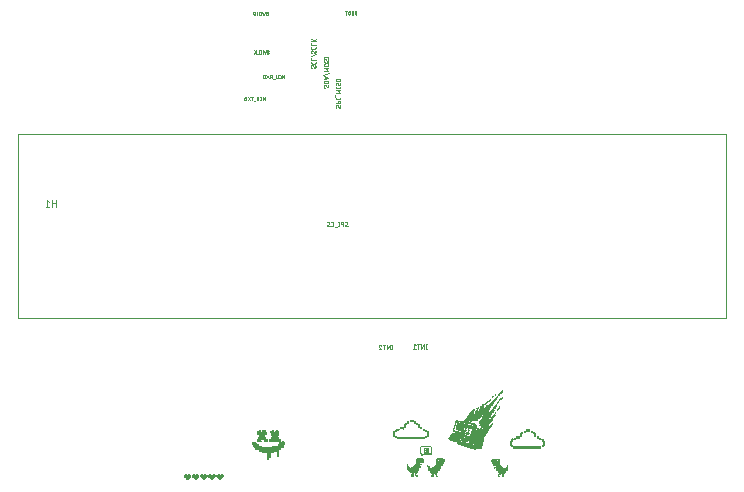
<source format=gbr>
G04 EAGLE Gerber RS-274X export*
G75*
%MOMM*%
%FSLAX34Y34*%
%LPD*%
%INSilkscreen Bottom*%
%IPPOS*%
%AMOC8*
5,1,8,0,0,1.08239X$1,22.5*%
G01*
%ADD10R,0.139500X0.009956*%
%ADD11R,0.149400X0.009956*%
%ADD12R,0.149400X0.009963*%
%ADD13R,0.278900X0.009956*%
%ADD14R,0.278900X0.009963*%
%ADD15R,0.089600X0.009963*%
%ADD16R,0.009900X0.009963*%
%ADD17R,0.139400X0.009956*%
%ADD18R,0.139400X0.009963*%
%ADD19R,0.288900X0.009956*%
%ADD20R,0.836600X0.009956*%
%ADD21R,0.986100X0.009963*%
%ADD22R,0.986100X0.009956*%
%ADD23R,1.703100X0.009956*%
%ADD24R,1.703100X0.009963*%
%ADD25R,1.852600X0.009956*%
%ADD26R,2.121500X0.009956*%
%ADD27R,2.131500X0.009963*%
%ADD28R,2.131500X0.009956*%
%ADD29R,0.707100X0.009956*%
%ADD30R,0.856600X0.009956*%
%ADD31R,0.717100X0.009956*%
%ADD32R,0.976100X0.009956*%
%ADD33R,0.986000X0.009956*%
%ADD34R,0.717100X0.009963*%
%ADD35R,0.976100X0.009963*%
%ADD36R,0.707200X0.009956*%
%ADD37R,0.846600X0.009956*%
%ADD38R,0.567700X0.009956*%
%ADD39R,0.567700X0.009963*%
%ADD40R,0.298800X0.009956*%
%ADD41R,0.428300X0.009956*%
%ADD42R,0.298800X0.009963*%
%ADD43R,0.428300X0.009963*%
%ADD44R,0.010000X0.009956*%
%ADD45R,0.129500X0.009963*%
%ADD46R,0.288800X0.009963*%
%ADD47R,0.288900X0.009963*%
%ADD48R,0.010000X0.009963*%
%ADD49R,0.169300X0.009963*%
%ADD50R,0.089700X0.009963*%
%ADD51R,0.278800X0.009956*%
%ADD52R,0.438200X0.009956*%
%ADD53R,0.169300X0.009956*%
%ADD54R,0.089700X0.009956*%
%ADD55R,0.268900X0.009956*%
%ADD56R,0.268900X0.009963*%
%ADD57R,0.418400X0.009956*%
%ADD58R,0.099600X0.009956*%
%ADD59R,0.717200X0.009956*%
%ADD60R,0.727100X0.009956*%
%ADD61R,0.717200X0.009963*%
%ADD62R,0.707100X0.009963*%
%ADD63R,0.577700X0.009956*%
%ADD64R,0.836700X0.009956*%
%ADD65R,0.836700X0.009963*%
%ADD66R,0.846600X0.009963*%
%ADD67R,0.288800X0.009956*%
%ADD68R,0.159300X0.009956*%
%ADD69R,0.129500X0.009956*%
%ADD70R,0.042500X0.003856*%
%ADD71R,0.046300X0.003856*%
%ADD72R,0.042500X0.003863*%
%ADD73R,0.046300X0.003863*%
%ADD74R,0.123500X0.003856*%
%ADD75R,0.131200X0.003856*%
%ADD76R,0.131200X0.003863*%
%ADD77R,0.216200X0.003863*%
%ADD78R,0.216200X0.003856*%
%ADD79R,0.301100X0.003856*%
%ADD80R,0.301000X0.003856*%
%ADD81R,0.301100X0.003863*%
%ADD82R,0.301000X0.003863*%
%ADD83R,0.389800X0.003856*%
%ADD84R,0.386000X0.003856*%
%ADD85R,0.393700X0.003856*%
%ADD86R,0.389900X0.003856*%
%ADD87R,0.389800X0.003863*%
%ADD88R,0.393700X0.003863*%
%ADD89R,0.389900X0.003863*%
%ADD90R,0.034700X0.003856*%
%ADD91R,0.436200X0.003856*%
%ADD92R,0.019300X0.003856*%
%ADD93R,0.416900X0.003856*%
%ADD94R,0.027000X0.003856*%
%ADD95R,0.447700X0.003856*%
%ADD96R,0.023100X0.003856*%
%ADD97R,0.478600X0.003856*%
%ADD98R,0.478600X0.003863*%
%ADD99R,0.084900X0.003856*%
%ADD100R,0.347400X0.003856*%
%ADD101R,0.088800X0.003856*%
%ADD102R,0.127400X0.003863*%
%ADD103R,0.127400X0.003856*%
%ADD104R,0.131300X0.003856*%
%ADD105R,0.123600X0.003863*%
%ADD106R,0.085000X0.003856*%
%ADD107R,0.432300X0.003856*%
%ADD108R,0.085000X0.003863*%
%ADD109R,0.432300X0.003863*%
%ADD110R,0.220000X0.003856*%
%ADD111R,0.216100X0.003856*%
%ADD112R,0.216100X0.003863*%
%ADD113R,0.212300X0.003856*%
%ADD114R,0.131300X0.003863*%
%ADD115R,0.115000X0.005000*%
%ADD116R,0.120000X0.005000*%
%ADD117R,0.050000X0.005000*%
%ADD118R,0.125000X0.005000*%
%ADD119R,0.195000X0.005000*%
%ADD120R,0.475000X0.005000*%
%ADD121R,0.615000X0.005000*%
%ADD122R,0.690000X0.005000*%
%ADD123R,0.755000X0.005000*%
%ADD124R,0.760000X0.005000*%
%ADD125R,0.825000X0.005000*%
%ADD126R,0.895000X0.005000*%
%ADD127R,0.970000X0.005000*%
%ADD128R,0.190000X0.005000*%
%ADD129R,0.610000X0.005000*%
%ADD130R,0.045000X0.005000*%
%ADD131R,0.545000X0.005000*%
%ADD132R,0.540000X0.005000*%
%ADD133R,0.685000X0.005000*%
%ADD134R,0.580000X0.005000*%
%ADD135R,0.435000X0.005000*%
%ADD136R,0.430000X0.005000*%
%ADD137R,0.325000X0.005000*%
%ADD138R,0.260000X0.005000*%
%ADD139R,0.330000X0.005000*%
%ADD140R,0.470000X0.005000*%
%ADD141R,0.005000X0.005000*%
%ADD142R,0.550000X0.005000*%
%ADD143R,2.447400X0.008900*%
%ADD144R,0.124700X0.008900*%
%ADD145R,0.115700X0.008900*%
%ADD146R,0.133500X0.008900*%
%ADD147R,0.124600X0.008900*%
%ADD148R,0.249300X0.008900*%
%ADD149R,0.240400X0.008900*%
%ADD150R,0.017900X0.008900*%
%ADD151R,0.008800X0.008900*%
%ADD152R,0.249200X0.008900*%
%ADD153R,0.044400X0.008900*%
%ADD154R,0.204600X0.008900*%
%ADD155R,0.008900X0.008900*%
%ADD156R,0.009000X0.008900*%
%ADD157R,0.364900X0.008900*%
%ADD158R,0.240300X0.008900*%
%ADD159R,0.115600X0.008900*%
%ADD160R,0.124500X0.008900*%
%ADD161R,0.249100X0.008900*%
%ADD162R,0.373700X0.008900*%
%ADD163R,0.006000X0.006000*%
%ADD164R,0.024000X0.006000*%
%ADD165R,0.054000X0.006000*%
%ADD166R,0.078000X0.006000*%
%ADD167R,0.102000X0.006000*%
%ADD168R,0.114000X0.006000*%
%ADD169R,0.138000X0.006000*%
%ADD170R,0.156000X0.006000*%
%ADD171R,0.174000X0.006000*%
%ADD172R,0.204000X0.006000*%
%ADD173R,0.228000X0.006000*%
%ADD174R,0.036000X0.006000*%
%ADD175R,0.018000X0.006000*%
%ADD176R,0.306000X0.006000*%
%ADD177R,0.042000X0.006000*%
%ADD178R,0.330000X0.006000*%
%ADD179R,0.072000X0.006000*%
%ADD180R,0.348000X0.006000*%
%ADD181R,0.084000X0.006000*%
%ADD182R,0.372000X0.006000*%
%ADD183R,0.396000X0.006000*%
%ADD184R,0.132000X0.006000*%
%ADD185R,0.414000X0.006000*%
%ADD186R,0.150000X0.006000*%
%ADD187R,0.438000X0.006000*%
%ADD188R,0.168000X0.006000*%
%ADD189R,0.456000X0.006000*%
%ADD190R,0.192000X0.006000*%
%ADD191R,0.318000X0.006000*%
%ADD192R,0.216000X0.006000*%
%ADD193R,0.066000X0.006000*%
%ADD194R,0.144000X0.006000*%
%ADD195R,0.234000X0.006000*%
%ADD196R,0.558000X0.006000*%
%ADD197R,0.324000X0.006000*%
%ADD198R,0.564000X0.006000*%
%ADD199R,0.552000X0.006000*%
%ADD200R,0.012000X0.006000*%
%ADD201R,0.576000X0.006000*%
%ADD202R,0.312000X0.006000*%
%ADD203R,0.600000X0.006000*%
%ADD204R,0.618000X0.006000*%
%ADD205R,0.636000X0.006000*%
%ADD206R,0.660000X0.006000*%
%ADD207R,0.684000X0.006000*%
%ADD208R,0.702000X0.006000*%
%ADD209R,0.300000X0.006000*%
%ADD210R,0.732000X0.006000*%
%ADD211R,0.756000X0.006000*%
%ADD212R,0.774000X0.006000*%
%ADD213R,0.786000X0.006000*%
%ADD214R,0.810000X0.006000*%
%ADD215R,0.834000X0.006000*%
%ADD216R,0.360000X0.006000*%
%ADD217R,0.858000X0.006000*%
%ADD218R,0.378000X0.006000*%
%ADD219R,0.870000X0.006000*%
%ADD220R,0.402000X0.006000*%
%ADD221R,0.900000X0.006000*%
%ADD222R,0.420000X0.006000*%
%ADD223R,0.762000X0.006000*%
%ADD224R,0.852000X0.006000*%
%ADD225R,0.522000X0.006000*%
%ADD226R,0.294000X0.006000*%
%ADD227R,0.510000X0.006000*%
%ADD228R,0.342000X0.006000*%
%ADD229R,0.492000X0.006000*%
%ADD230R,0.474000X0.006000*%
%ADD231R,0.288000X0.006000*%
%ADD232R,0.468000X0.006000*%
%ADD233R,0.462000X0.006000*%
%ADD234R,0.162000X0.006000*%
%ADD235R,0.534000X0.006000*%
%ADD236R,0.126000X0.006000*%
%ADD237R,0.120000X0.006000*%
%ADD238R,0.180000X0.006000*%
%ADD239R,0.480000X0.006000*%
%ADD240R,0.198000X0.006000*%
%ADD241R,0.426000X0.006000*%
%ADD242R,0.486000X0.006000*%
%ADD243R,0.222000X0.006000*%
%ADD244R,0.546000X0.006000*%
%ADD245R,0.090000X0.006000*%
%ADD246R,0.096000X0.006000*%
%ADD247R,0.504000X0.006000*%
%ADD248R,0.582000X0.006000*%
%ADD249R,0.624000X0.006000*%
%ADD250R,0.666000X0.006000*%
%ADD251R,0.108000X0.006000*%
%ADD252R,0.282000X0.006000*%
%ADD253R,0.252000X0.006000*%
%ADD254R,0.876000X0.006000*%
%ADD255R,0.918000X0.006000*%
%ADD256R,0.942000X0.006000*%
%ADD257R,0.978000X0.006000*%
%ADD258R,0.384000X0.006000*%
%ADD259R,0.210000X0.006000*%
%ADD260R,0.594000X0.006000*%
%ADD261R,0.186000X0.006000*%
%ADD262R,0.828000X0.006000*%
%ADD263R,0.798000X0.006000*%
%ADD264R,0.276000X0.006000*%
%ADD265R,0.750000X0.006000*%
%ADD266R,0.738000X0.006000*%
%ADD267R,0.354000X0.006000*%
%ADD268R,0.744000X0.006000*%
%ADD269R,0.366000X0.006000*%
%ADD270R,0.246000X0.006000*%
%ADD271R,0.498000X0.006000*%
%ADD272R,0.240000X0.006000*%
%ADD273R,0.432000X0.006000*%
%ADD274R,0.450000X0.006000*%
%ADD275R,0.708000X0.006000*%
%ADD276R,0.030000X0.006000*%
%ADD277R,0.606000X0.006000*%
%ADD278R,0.336000X0.006000*%
%ADD279R,0.444000X0.006000*%
%ADD280R,0.516000X0.006000*%
%ADD281R,0.408000X0.006000*%
%ADD282R,0.792000X0.006000*%
%ADD283R,0.780000X0.006000*%
%ADD284R,0.696000X0.006000*%
%ADD285R,0.690000X0.006000*%
%ADD286R,0.048000X0.006000*%
%ADD287R,0.060000X0.006000*%
%ADD288R,0.612000X0.006000*%
%ADD289R,0.264000X0.006000*%
%ADD290R,0.270000X0.006000*%
%ADD291R,0.390000X0.006000*%
%ADD292R,0.630000X0.006000*%
%ADD293R,0.258000X0.006000*%
%ADD294R,0.540000X0.006000*%
%ADD295R,0.930000X0.006000*%
%ADD296R,0.924000X0.006000*%
%ADD297R,0.912000X0.006000*%
%ADD298R,0.840000X0.006000*%
%ADD299R,0.714000X0.006000*%
%ADD300R,0.528000X0.006000*%
%ADD301R,0.588000X0.006000*%
%ADD302R,0.654000X0.006000*%
%ADD303R,0.570000X0.006000*%
%ADD304R,0.075000X0.001000*%
%ADD305R,0.038000X0.001000*%
%ADD306R,0.037000X0.001000*%
%ADD307R,0.036000X0.001000*%
%ADD308R,0.712000X0.001000*%
%ADD309R,0.713000X0.001000*%
%ADD310R,0.900000X0.001000*%
%ADD311C,0.050800*%
%ADD312C,0.100000*%
%ADD313C,0.025400*%


D10*
X219170Y19024D03*
X219170Y19123D03*
D11*
X219219Y19223D03*
X219219Y19322D03*
D12*
X219219Y19422D03*
D11*
X219219Y19522D03*
X219219Y19621D03*
X219219Y19721D03*
X219219Y19820D03*
D12*
X219219Y19920D03*
D11*
X219219Y20020D03*
X219219Y20119D03*
X219219Y20219D03*
X219219Y20318D03*
D12*
X219219Y20418D03*
D13*
X219867Y20518D03*
X219867Y20617D03*
X219867Y20717D03*
X219867Y20816D03*
D14*
X219867Y20916D03*
D13*
X219867Y21016D03*
X219867Y21115D03*
X219867Y21215D03*
X219867Y21314D03*
D14*
X219867Y21414D03*
D13*
X219867Y21514D03*
X219867Y21613D03*
X219867Y21713D03*
X219867Y21812D03*
D14*
X219867Y21912D03*
D15*
X227586Y21912D03*
D16*
X228184Y21912D03*
D13*
X219867Y22012D03*
D17*
X227735Y22012D03*
D13*
X219867Y22111D03*
D17*
X227735Y22111D03*
D13*
X219867Y22211D03*
D17*
X227735Y22211D03*
D13*
X219867Y22310D03*
D17*
X227735Y22310D03*
D14*
X219867Y22410D03*
D18*
X227735Y22410D03*
D13*
X219867Y22510D03*
D17*
X227735Y22510D03*
D13*
X219867Y22609D03*
D17*
X227735Y22609D03*
D13*
X219867Y22709D03*
D17*
X227735Y22709D03*
D13*
X219867Y22808D03*
D17*
X227735Y22808D03*
D14*
X219867Y22908D03*
D18*
X227735Y22908D03*
D13*
X219867Y23008D03*
D17*
X227735Y23008D03*
D13*
X219867Y23107D03*
D17*
X227735Y23107D03*
D13*
X219867Y23207D03*
D17*
X227735Y23207D03*
D13*
X219867Y23306D03*
D17*
X227735Y23306D03*
D14*
X219867Y23406D03*
D18*
X227735Y23406D03*
D13*
X219867Y23506D03*
D17*
X227735Y23506D03*
D13*
X219867Y23605D03*
D17*
X227735Y23605D03*
D13*
X219867Y23705D03*
D17*
X227735Y23705D03*
D13*
X219867Y23804D03*
D17*
X227735Y23804D03*
D14*
X219867Y23904D03*
D18*
X227735Y23904D03*
D13*
X219867Y24004D03*
D17*
X227735Y24004D03*
D13*
X219867Y24103D03*
D17*
X227735Y24103D03*
D13*
X219867Y24203D03*
D17*
X227735Y24203D03*
D13*
X219867Y24302D03*
D17*
X227735Y24302D03*
D14*
X219867Y24402D03*
D18*
X227735Y24402D03*
D13*
X219867Y24502D03*
D17*
X227735Y24502D03*
D13*
X219867Y24601D03*
D17*
X227735Y24601D03*
D19*
X219917Y24701D03*
D17*
X227735Y24701D03*
D20*
X218572Y24800D03*
D17*
X227735Y24800D03*
D21*
X219220Y24900D03*
D18*
X227735Y24900D03*
D22*
X219220Y25000D03*
D17*
X227735Y25000D03*
D22*
X219220Y25099D03*
D17*
X227735Y25099D03*
D22*
X219220Y25199D03*
D17*
X227735Y25199D03*
D22*
X219220Y25298D03*
D17*
X227735Y25298D03*
D21*
X219220Y25398D03*
D18*
X227735Y25398D03*
D22*
X219220Y25498D03*
D17*
X227735Y25498D03*
D22*
X219220Y25597D03*
D17*
X227735Y25597D03*
D22*
X219220Y25697D03*
D17*
X227735Y25697D03*
D22*
X219220Y25796D03*
D17*
X227735Y25796D03*
D21*
X219220Y25896D03*
D18*
X227735Y25896D03*
D22*
X219220Y25996D03*
D17*
X227735Y25996D03*
D22*
X219220Y26095D03*
D17*
X227735Y26095D03*
D23*
X219917Y26195D03*
X219917Y26294D03*
D24*
X219917Y26394D03*
D23*
X219917Y26494D03*
X219917Y26593D03*
X219917Y26693D03*
X219917Y26792D03*
D24*
X219917Y26892D03*
D23*
X219917Y26992D03*
X219917Y27091D03*
X219917Y27191D03*
X219917Y27290D03*
D24*
X219917Y27390D03*
D23*
X219917Y27490D03*
D25*
X219269Y27589D03*
D26*
X219220Y27689D03*
X219220Y27788D03*
D27*
X219170Y27888D03*
D28*
X219170Y27988D03*
X219170Y28087D03*
X219170Y28187D03*
X219170Y28286D03*
D27*
X219170Y28386D03*
D28*
X219170Y28486D03*
X219170Y28585D03*
X219170Y28685D03*
X219170Y28784D03*
D27*
X219170Y28884D03*
D28*
X219170Y28984D03*
D29*
X210754Y29083D03*
D30*
X227038Y29083D03*
D31*
X210704Y29183D03*
D32*
X227736Y29183D03*
D31*
X210704Y29282D03*
D33*
X227785Y29282D03*
D34*
X210704Y29382D03*
D35*
X227736Y29382D03*
D31*
X210704Y29482D03*
D32*
X227736Y29482D03*
D31*
X210704Y29581D03*
D32*
X227736Y29581D03*
D31*
X210704Y29681D03*
D32*
X227736Y29681D03*
D31*
X210704Y29780D03*
D32*
X227736Y29780D03*
D34*
X210704Y29880D03*
D35*
X227736Y29880D03*
D31*
X210704Y29980D03*
D32*
X227736Y29980D03*
D31*
X210704Y30079D03*
D32*
X227736Y30079D03*
D31*
X210704Y30179D03*
D32*
X227736Y30179D03*
D31*
X210704Y30278D03*
D32*
X227736Y30278D03*
D34*
X210704Y30378D03*
D35*
X227736Y30378D03*
D36*
X210654Y30478D03*
D37*
X228482Y30478D03*
D38*
X208563Y30577D03*
X229877Y30577D03*
X208563Y30677D03*
X229877Y30677D03*
X208563Y30776D03*
X229877Y30776D03*
D39*
X208563Y30876D03*
X229877Y30876D03*
D38*
X208563Y30976D03*
X229877Y30976D03*
X208563Y31075D03*
X229877Y31075D03*
X208563Y31175D03*
X229877Y31175D03*
X208563Y31274D03*
X229877Y31274D03*
D39*
X208563Y31374D03*
X229877Y31374D03*
D38*
X208563Y31474D03*
X229877Y31474D03*
X208563Y31573D03*
X229877Y31573D03*
X208563Y31673D03*
X229877Y31673D03*
X208563Y31772D03*
X229877Y31772D03*
D39*
X208563Y31872D03*
X229877Y31872D03*
D40*
X207218Y31972D03*
D41*
X230574Y31972D03*
D40*
X207218Y32071D03*
D41*
X230574Y32071D03*
D40*
X207218Y32171D03*
D41*
X230574Y32171D03*
D40*
X207218Y32270D03*
D41*
X230574Y32270D03*
D42*
X207218Y32370D03*
D43*
X230574Y32370D03*
D40*
X207218Y32470D03*
D41*
X230574Y32470D03*
D40*
X207218Y32569D03*
D41*
X230574Y32569D03*
D40*
X207218Y32669D03*
D41*
X230574Y32669D03*
D40*
X207218Y32768D03*
D41*
X230574Y32768D03*
D42*
X207218Y32868D03*
D43*
X230574Y32868D03*
D40*
X207218Y32968D03*
D41*
X230574Y32968D03*
D40*
X207218Y33067D03*
D41*
X230574Y33067D03*
D40*
X207218Y33167D03*
D44*
X209857Y33167D03*
D41*
X230574Y33167D03*
D40*
X207218Y33266D03*
D41*
X230574Y33266D03*
D45*
X206471Y33366D03*
D46*
X231271Y33366D03*
D17*
X232018Y33466D03*
X232018Y33565D03*
X232018Y33665D03*
X232018Y33764D03*
D18*
X232018Y33864D03*
D17*
X232018Y33964D03*
X232018Y34063D03*
X232018Y34163D03*
X232018Y34262D03*
D18*
X232018Y34362D03*
D17*
X232018Y34462D03*
X232018Y34561D03*
X232018Y34661D03*
X222058Y34760D03*
X232018Y34760D03*
D47*
X211451Y34860D03*
D48*
X213642Y34860D03*
D49*
X216531Y34860D03*
D50*
X217925Y34860D03*
D43*
X222108Y34860D03*
X227686Y34860D03*
D19*
X211451Y34960D03*
D51*
X217078Y34960D03*
D52*
X222058Y34960D03*
D41*
X227686Y34960D03*
D19*
X211451Y35059D03*
D53*
X216531Y35059D03*
D54*
X217925Y35059D03*
D41*
X222108Y35059D03*
X227686Y35059D03*
D19*
X211451Y35159D03*
D55*
X217029Y35159D03*
D41*
X222108Y35159D03*
X227686Y35159D03*
D19*
X211451Y35258D03*
D55*
X217029Y35258D03*
D41*
X222108Y35258D03*
X227686Y35258D03*
D47*
X211451Y35358D03*
D56*
X217029Y35358D03*
D43*
X222108Y35358D03*
X227686Y35358D03*
D19*
X211451Y35458D03*
D55*
X217029Y35458D03*
D41*
X222108Y35458D03*
X227686Y35458D03*
D19*
X211451Y35557D03*
D55*
X217029Y35557D03*
D41*
X222108Y35557D03*
X227686Y35557D03*
D19*
X211451Y35657D03*
D55*
X217029Y35657D03*
D41*
X222108Y35657D03*
X227686Y35657D03*
D19*
X211451Y35756D03*
D55*
X217029Y35756D03*
D41*
X222108Y35756D03*
X227686Y35756D03*
D47*
X211451Y35856D03*
D56*
X217029Y35856D03*
D43*
X222108Y35856D03*
X227686Y35856D03*
D19*
X211451Y35956D03*
D51*
X217078Y35956D03*
D52*
X222058Y35956D03*
D41*
X227686Y35956D03*
D19*
X211451Y36055D03*
D51*
X217078Y36055D03*
D52*
X222058Y36055D03*
D41*
X227686Y36055D03*
D57*
X212098Y36155D03*
D11*
X216431Y36155D03*
D58*
X217875Y36155D03*
D41*
X222108Y36155D03*
X227686Y36155D03*
D59*
X213592Y36254D03*
D60*
X224897Y36254D03*
D61*
X213592Y36354D03*
D62*
X224897Y36354D03*
D59*
X213592Y36454D03*
D29*
X224897Y36454D03*
D59*
X213592Y36553D03*
D29*
X224897Y36553D03*
D59*
X213592Y36653D03*
D29*
X224897Y36653D03*
D59*
X213592Y36752D03*
D29*
X224897Y36752D03*
D61*
X213592Y36852D03*
D62*
X224897Y36852D03*
D59*
X213592Y36952D03*
D29*
X224897Y36952D03*
D59*
X213592Y37051D03*
D29*
X224897Y37051D03*
D59*
X213592Y37151D03*
D29*
X224897Y37151D03*
D59*
X213592Y37250D03*
D29*
X224897Y37250D03*
D61*
X213592Y37350D03*
D62*
X224897Y37350D03*
D59*
X213592Y37450D03*
D29*
X224897Y37450D03*
D59*
X213592Y37549D03*
D29*
X224897Y37549D03*
D59*
X213592Y37649D03*
D29*
X224897Y37649D03*
D38*
X214240Y37748D03*
D41*
X224897Y37748D03*
D39*
X214240Y37848D03*
D43*
X224897Y37848D03*
D38*
X214240Y37948D03*
D41*
X224897Y37948D03*
D38*
X214240Y38047D03*
D41*
X224897Y38047D03*
D38*
X214240Y38147D03*
D41*
X224897Y38147D03*
D38*
X214240Y38246D03*
D41*
X224897Y38246D03*
D39*
X214240Y38346D03*
D43*
X224897Y38346D03*
D38*
X214240Y38446D03*
D41*
X224897Y38446D03*
D38*
X214240Y38545D03*
D41*
X224897Y38545D03*
D38*
X214240Y38645D03*
D41*
X224897Y38645D03*
D38*
X214240Y38744D03*
D41*
X224897Y38744D03*
D39*
X214240Y38844D03*
D43*
X224897Y38844D03*
D38*
X214240Y38944D03*
D41*
X224897Y38944D03*
D38*
X214240Y39043D03*
D41*
X224897Y39043D03*
D38*
X214240Y39143D03*
X224200Y39143D03*
X214240Y39242D03*
D29*
X224897Y39242D03*
D39*
X214240Y39342D03*
D62*
X224897Y39342D03*
D38*
X214240Y39442D03*
D29*
X224897Y39442D03*
D38*
X214240Y39541D03*
D29*
X224897Y39541D03*
D38*
X214240Y39641D03*
D29*
X224897Y39641D03*
D38*
X214240Y39740D03*
D29*
X224897Y39740D03*
D39*
X214240Y39840D03*
D62*
X224897Y39840D03*
D38*
X214240Y39940D03*
D29*
X224897Y39940D03*
D38*
X214240Y40039D03*
D29*
X224897Y40039D03*
D38*
X214240Y40139D03*
D29*
X224897Y40139D03*
D38*
X214240Y40238D03*
D29*
X224897Y40238D03*
D39*
X214240Y40338D03*
D62*
X224897Y40338D03*
D38*
X214240Y40438D03*
D29*
X224897Y40438D03*
D63*
X214190Y40537D03*
D29*
X224897Y40537D03*
D64*
X214190Y40637D03*
D29*
X224897Y40637D03*
D64*
X214190Y40736D03*
D29*
X224897Y40736D03*
D65*
X214190Y40836D03*
D62*
X224897Y40836D03*
D64*
X214190Y40936D03*
D29*
X224897Y40936D03*
D64*
X214190Y41035D03*
D29*
X224897Y41035D03*
D64*
X214190Y41135D03*
D29*
X224897Y41135D03*
D64*
X214190Y41234D03*
D29*
X224897Y41234D03*
D65*
X214190Y41334D03*
D62*
X224897Y41334D03*
D64*
X214190Y41434D03*
D29*
X224897Y41434D03*
D64*
X214190Y41533D03*
D29*
X224897Y41533D03*
D64*
X214190Y41633D03*
D29*
X224897Y41633D03*
D64*
X214190Y41732D03*
D29*
X224897Y41732D03*
D66*
X214239Y41832D03*
D62*
X224897Y41832D03*
D59*
X213592Y41932D03*
D29*
X224897Y41932D03*
D19*
X211451Y42031D03*
D67*
X215634Y42031D03*
X222805Y42031D03*
X226988Y42031D03*
D19*
X211451Y42131D03*
D13*
X215684Y42131D03*
X222756Y42131D03*
D67*
X226988Y42131D03*
D19*
X211451Y42230D03*
D13*
X215684Y42230D03*
X222756Y42230D03*
D67*
X226988Y42230D03*
D47*
X211451Y42330D03*
D14*
X215684Y42330D03*
X222756Y42330D03*
D46*
X226988Y42330D03*
D19*
X211451Y42430D03*
D13*
X215684Y42430D03*
X222756Y42430D03*
D67*
X226988Y42430D03*
D19*
X211451Y42529D03*
D13*
X215684Y42529D03*
X222756Y42529D03*
D67*
X226988Y42529D03*
D19*
X211451Y42629D03*
D13*
X215684Y42629D03*
X222756Y42629D03*
D67*
X226988Y42629D03*
D19*
X211451Y42728D03*
D13*
X215684Y42728D03*
X222756Y42728D03*
D67*
X226988Y42728D03*
D47*
X211451Y42828D03*
D14*
X215684Y42828D03*
X222756Y42828D03*
D46*
X226988Y42828D03*
D19*
X211451Y42928D03*
D13*
X215684Y42928D03*
X222756Y42928D03*
D67*
X226988Y42928D03*
D19*
X211451Y43027D03*
D13*
X215684Y43027D03*
X222756Y43027D03*
D67*
X226988Y43027D03*
D19*
X211451Y43127D03*
D13*
X215684Y43127D03*
X222756Y43127D03*
D67*
X226988Y43127D03*
D19*
X211451Y43226D03*
D13*
X215684Y43226D03*
X222756Y43226D03*
D67*
X226988Y43226D03*
D47*
X211451Y43326D03*
D14*
X215684Y43326D03*
X222756Y43326D03*
D46*
X226988Y43326D03*
D68*
X211999Y43426D03*
D55*
X215734Y43426D03*
D69*
X223503Y43426D03*
D17*
X226341Y43426D03*
D70*
X150810Y2084D03*
X157797Y2084D03*
X164745Y2084D03*
X150810Y2123D03*
D71*
X157778Y2123D03*
D70*
X164745Y2123D03*
X150810Y2162D03*
D71*
X157778Y2162D03*
D70*
X164745Y2162D03*
D72*
X150810Y2200D03*
D73*
X157778Y2200D03*
D72*
X164745Y2200D03*
D70*
X150810Y2239D03*
D71*
X157778Y2239D03*
D70*
X164745Y2239D03*
X150810Y2277D03*
D71*
X157778Y2277D03*
D70*
X164745Y2277D03*
X150810Y2316D03*
D71*
X157778Y2316D03*
D70*
X164745Y2316D03*
X150810Y2355D03*
D71*
X157778Y2355D03*
D70*
X164745Y2355D03*
D72*
X150810Y2393D03*
D73*
X157778Y2393D03*
D72*
X164745Y2393D03*
D70*
X150810Y2432D03*
D71*
X157778Y2432D03*
D70*
X164745Y2432D03*
X150810Y2470D03*
D71*
X157778Y2470D03*
D70*
X164745Y2470D03*
D74*
X150830Y2509D03*
X157778Y2509D03*
X164726Y2509D03*
D75*
X150829Y2548D03*
X157777Y2548D03*
X164725Y2548D03*
D76*
X150829Y2586D03*
X157777Y2586D03*
X164725Y2586D03*
D75*
X150829Y2625D03*
X157777Y2625D03*
X164725Y2625D03*
X150829Y2663D03*
X157777Y2663D03*
X164725Y2663D03*
X150829Y2702D03*
X157777Y2702D03*
X164725Y2702D03*
X150829Y2741D03*
X157777Y2741D03*
X164725Y2741D03*
D76*
X150829Y2779D03*
X157777Y2779D03*
X164725Y2779D03*
D75*
X150829Y2818D03*
X157777Y2818D03*
X164725Y2818D03*
X150829Y2856D03*
X157777Y2856D03*
X164725Y2856D03*
X150829Y2895D03*
X157777Y2895D03*
X164725Y2895D03*
X150829Y2934D03*
X157777Y2934D03*
X164725Y2934D03*
D77*
X150829Y2972D03*
X157777Y2972D03*
X164725Y2972D03*
D78*
X150829Y3011D03*
X157777Y3011D03*
X164725Y3011D03*
X150829Y3049D03*
X157777Y3049D03*
X164725Y3049D03*
X150829Y3088D03*
X157777Y3088D03*
X164725Y3088D03*
X150829Y3127D03*
X157777Y3127D03*
X164725Y3127D03*
D77*
X150829Y3165D03*
X157777Y3165D03*
X164725Y3165D03*
D78*
X150829Y3204D03*
X157777Y3204D03*
X164725Y3204D03*
X150829Y3242D03*
X157777Y3242D03*
X164725Y3242D03*
X150829Y3281D03*
X157777Y3281D03*
X164725Y3281D03*
X150829Y3320D03*
X157777Y3320D03*
X164725Y3320D03*
D77*
X150829Y3358D03*
X157777Y3358D03*
X164725Y3358D03*
D79*
X150830Y3397D03*
D80*
X157777Y3397D03*
D79*
X164726Y3397D03*
X150830Y3435D03*
D80*
X157777Y3435D03*
D79*
X164726Y3435D03*
X150830Y3474D03*
D80*
X157777Y3474D03*
D79*
X164726Y3474D03*
X150830Y3513D03*
D80*
X157777Y3513D03*
D79*
X164726Y3513D03*
D81*
X150830Y3551D03*
D82*
X157777Y3551D03*
D81*
X164726Y3551D03*
D79*
X150830Y3590D03*
D80*
X157777Y3590D03*
D79*
X164726Y3590D03*
X150830Y3628D03*
D80*
X157777Y3628D03*
D79*
X164726Y3628D03*
X150830Y3667D03*
D80*
X157777Y3667D03*
D79*
X164726Y3667D03*
X150830Y3706D03*
D80*
X157777Y3706D03*
D79*
X164726Y3706D03*
D81*
X150830Y3744D03*
D82*
X157777Y3744D03*
D81*
X164726Y3744D03*
D79*
X150830Y3783D03*
D80*
X157777Y3783D03*
D79*
X164726Y3783D03*
D83*
X150810Y3821D03*
D84*
X157777Y3821D03*
X164725Y3821D03*
D83*
X150810Y3860D03*
D85*
X157778Y3860D03*
D86*
X164745Y3860D03*
D83*
X150810Y3899D03*
D85*
X157778Y3899D03*
D86*
X164745Y3899D03*
D87*
X150810Y3937D03*
D88*
X157778Y3937D03*
D89*
X164745Y3937D03*
D83*
X150810Y3976D03*
D85*
X157778Y3976D03*
D86*
X164745Y3976D03*
D83*
X150810Y4014D03*
D85*
X157778Y4014D03*
D86*
X164745Y4014D03*
D83*
X150810Y4053D03*
D85*
X157778Y4053D03*
D86*
X164745Y4053D03*
D83*
X150810Y4092D03*
D85*
X157778Y4092D03*
D86*
X164745Y4092D03*
D87*
X150810Y4130D03*
D88*
X157778Y4130D03*
D89*
X164745Y4130D03*
D85*
X150830Y4169D03*
X157778Y4169D03*
D86*
X164745Y4169D03*
D83*
X150810Y4207D03*
D86*
X157797Y4207D03*
X164745Y4207D03*
D90*
X148610Y4246D03*
D91*
X151003Y4246D03*
D92*
X155520Y4246D03*
D93*
X157739Y4246D03*
D94*
X159997Y4246D03*
D95*
X164610Y4246D03*
D96*
X167003Y4246D03*
D97*
X150829Y4285D03*
X157777Y4285D03*
X164725Y4285D03*
D98*
X150829Y4323D03*
X157777Y4323D03*
X164725Y4323D03*
D97*
X150829Y4362D03*
X157777Y4362D03*
X164725Y4362D03*
X150829Y4400D03*
X157777Y4400D03*
X164725Y4400D03*
X150829Y4439D03*
X157777Y4439D03*
X164725Y4439D03*
X150829Y4478D03*
X157777Y4478D03*
X164725Y4478D03*
D98*
X150829Y4516D03*
X157777Y4516D03*
X164725Y4516D03*
D97*
X150829Y4555D03*
X157777Y4555D03*
X164725Y4555D03*
X150829Y4593D03*
X157777Y4593D03*
X164725Y4593D03*
X150829Y4632D03*
X157777Y4632D03*
X164725Y4632D03*
D99*
X148861Y4671D03*
D100*
X151485Y4671D03*
D101*
X155828Y4671D03*
D100*
X158433Y4671D03*
D101*
X162776Y4671D03*
D100*
X165381Y4671D03*
D102*
X148648Y4709D03*
D89*
X151698Y4709D03*
D102*
X155596Y4709D03*
D89*
X158646Y4709D03*
D102*
X162544Y4709D03*
D89*
X165594Y4709D03*
D103*
X148648Y4748D03*
D86*
X151698Y4748D03*
D103*
X155596Y4748D03*
D86*
X158646Y4748D03*
D103*
X162544Y4748D03*
D86*
X165594Y4748D03*
D103*
X148648Y4786D03*
D86*
X151698Y4786D03*
D103*
X155596Y4786D03*
D86*
X158646Y4786D03*
D103*
X162544Y4786D03*
D86*
X165594Y4786D03*
D103*
X148648Y4825D03*
D86*
X151698Y4825D03*
D103*
X155596Y4825D03*
D86*
X158646Y4825D03*
D103*
X162544Y4825D03*
D86*
X165594Y4825D03*
D103*
X148648Y4864D03*
D86*
X151698Y4864D03*
D103*
X155596Y4864D03*
D86*
X158646Y4864D03*
D103*
X162544Y4864D03*
D86*
X165594Y4864D03*
D102*
X148648Y4902D03*
D89*
X151698Y4902D03*
D102*
X155596Y4902D03*
D89*
X158646Y4902D03*
D102*
X162544Y4902D03*
D89*
X165594Y4902D03*
D103*
X148648Y4941D03*
D86*
X151698Y4941D03*
D103*
X155596Y4941D03*
D86*
X158646Y4941D03*
D103*
X162544Y4941D03*
D86*
X165594Y4941D03*
D103*
X148648Y4979D03*
D86*
X151698Y4979D03*
D103*
X155596Y4979D03*
D86*
X158646Y4979D03*
D103*
X162544Y4979D03*
D86*
X165594Y4979D03*
D103*
X148648Y5018D03*
D86*
X151698Y5018D03*
D103*
X155596Y5018D03*
D86*
X158646Y5018D03*
D103*
X162544Y5018D03*
D86*
X165594Y5018D03*
D103*
X148648Y5057D03*
D86*
X151698Y5057D03*
D103*
X155596Y5057D03*
D86*
X158646Y5057D03*
D104*
X162564Y5057D03*
D86*
X165594Y5057D03*
D105*
X148629Y5095D03*
D89*
X151698Y5095D03*
D102*
X155596Y5095D03*
D89*
X158646Y5095D03*
D102*
X162544Y5095D03*
D89*
X165594Y5095D03*
D106*
X148436Y5134D03*
D107*
X151486Y5134D03*
D106*
X155384Y5134D03*
D107*
X158434Y5134D03*
D106*
X162332Y5134D03*
D107*
X165382Y5134D03*
D106*
X148436Y5172D03*
D107*
X151486Y5172D03*
D106*
X155384Y5172D03*
D107*
X158434Y5172D03*
D106*
X162332Y5172D03*
D107*
X165382Y5172D03*
D106*
X148436Y5211D03*
D107*
X151486Y5211D03*
D106*
X155384Y5211D03*
D107*
X158434Y5211D03*
D106*
X162332Y5211D03*
D107*
X165382Y5211D03*
D106*
X148436Y5250D03*
D107*
X151486Y5250D03*
D106*
X155384Y5250D03*
D107*
X158434Y5250D03*
D106*
X162332Y5250D03*
D107*
X165382Y5250D03*
D108*
X148436Y5288D03*
D109*
X151486Y5288D03*
D108*
X155384Y5288D03*
D109*
X158434Y5288D03*
D108*
X162332Y5288D03*
D109*
X165382Y5288D03*
D106*
X148436Y5327D03*
D107*
X151486Y5327D03*
D106*
X155384Y5327D03*
D107*
X158434Y5327D03*
D106*
X162332Y5327D03*
D107*
X165382Y5327D03*
D106*
X148436Y5365D03*
D107*
X151486Y5365D03*
D106*
X155384Y5365D03*
D107*
X158434Y5365D03*
D106*
X162332Y5365D03*
D107*
X165382Y5365D03*
D106*
X148436Y5404D03*
D107*
X151486Y5404D03*
D106*
X155384Y5404D03*
D107*
X158434Y5404D03*
D106*
X162332Y5404D03*
D107*
X165382Y5404D03*
D106*
X148436Y5443D03*
D107*
X151486Y5443D03*
D106*
X155384Y5443D03*
D107*
X158434Y5443D03*
D106*
X162332Y5443D03*
D107*
X165382Y5443D03*
D108*
X148436Y5481D03*
D109*
X151486Y5481D03*
D108*
X155384Y5481D03*
D109*
X158434Y5481D03*
D108*
X162332Y5481D03*
D109*
X165382Y5481D03*
D106*
X148436Y5520D03*
D107*
X151486Y5520D03*
D106*
X155384Y5520D03*
D107*
X158434Y5520D03*
D106*
X162332Y5520D03*
D107*
X165382Y5520D03*
D103*
X148648Y5558D03*
D86*
X151698Y5558D03*
D103*
X155596Y5558D03*
D86*
X158646Y5558D03*
D103*
X162544Y5558D03*
D86*
X165594Y5558D03*
D103*
X148648Y5597D03*
D86*
X151698Y5597D03*
D103*
X155596Y5597D03*
D86*
X158646Y5597D03*
D103*
X162544Y5597D03*
D86*
X165594Y5597D03*
D103*
X148648Y5636D03*
D86*
X151698Y5636D03*
D103*
X155596Y5636D03*
D86*
X158646Y5636D03*
D103*
X162544Y5636D03*
D86*
X165594Y5636D03*
D102*
X148648Y5674D03*
D89*
X151698Y5674D03*
D102*
X155596Y5674D03*
D89*
X158646Y5674D03*
D102*
X162544Y5674D03*
D89*
X165594Y5674D03*
D103*
X148648Y5713D03*
D86*
X151698Y5713D03*
D103*
X155596Y5713D03*
D86*
X158646Y5713D03*
D103*
X162544Y5713D03*
D86*
X165594Y5713D03*
D103*
X148648Y5751D03*
D86*
X151698Y5751D03*
D103*
X155596Y5751D03*
D86*
X158646Y5751D03*
D103*
X162544Y5751D03*
D86*
X165594Y5751D03*
D103*
X148648Y5790D03*
D86*
X151698Y5790D03*
D103*
X155596Y5790D03*
D86*
X158646Y5790D03*
D103*
X162544Y5790D03*
D86*
X165594Y5790D03*
D103*
X148648Y5829D03*
D86*
X151698Y5829D03*
D103*
X155596Y5829D03*
D86*
X158646Y5829D03*
D103*
X162544Y5829D03*
D86*
X165594Y5829D03*
D102*
X148648Y5867D03*
D89*
X151698Y5867D03*
D102*
X155596Y5867D03*
D89*
X158646Y5867D03*
D102*
X162544Y5867D03*
D89*
X165594Y5867D03*
D103*
X148648Y5906D03*
D86*
X151698Y5906D03*
D103*
X155596Y5906D03*
D86*
X158646Y5906D03*
D103*
X162544Y5906D03*
D86*
X165594Y5906D03*
D103*
X148648Y5944D03*
D86*
X151698Y5944D03*
D103*
X155596Y5944D03*
D86*
X158646Y5944D03*
D103*
X162544Y5944D03*
D86*
X165594Y5944D03*
D101*
X148880Y5983D03*
D99*
X150173Y5983D03*
D110*
X152122Y5983D03*
D101*
X155828Y5983D03*
D106*
X157121Y5983D03*
D111*
X159090Y5983D03*
D101*
X162776Y5983D03*
X164088Y5983D03*
D111*
X166038Y5983D03*
X149517Y6022D03*
X152142Y6022D03*
D78*
X156465Y6022D03*
D111*
X159090Y6022D03*
D78*
X163413Y6022D03*
D111*
X166038Y6022D03*
D112*
X149517Y6060D03*
X152142Y6060D03*
D77*
X156465Y6060D03*
D112*
X159090Y6060D03*
D77*
X163413Y6060D03*
D112*
X166038Y6060D03*
D111*
X149517Y6099D03*
X152142Y6099D03*
D78*
X156465Y6099D03*
D111*
X159090Y6099D03*
D78*
X163413Y6099D03*
D111*
X166038Y6099D03*
X149517Y6137D03*
X152142Y6137D03*
D78*
X156465Y6137D03*
D111*
X159090Y6137D03*
D78*
X163413Y6137D03*
D111*
X166038Y6137D03*
X149517Y6176D03*
X152142Y6176D03*
D78*
X156465Y6176D03*
D111*
X159090Y6176D03*
D78*
X163413Y6176D03*
D111*
X166038Y6176D03*
X149517Y6215D03*
X152142Y6215D03*
D78*
X156465Y6215D03*
D111*
X159090Y6215D03*
D78*
X163413Y6215D03*
D111*
X166038Y6215D03*
D112*
X149517Y6253D03*
X152142Y6253D03*
D77*
X156465Y6253D03*
D112*
X159090Y6253D03*
D77*
X163413Y6253D03*
D112*
X166038Y6253D03*
D111*
X149517Y6292D03*
X152142Y6292D03*
D78*
X156465Y6292D03*
D111*
X159090Y6292D03*
D78*
X163413Y6292D03*
D111*
X166038Y6292D03*
X149517Y6330D03*
X152142Y6330D03*
D78*
X156465Y6330D03*
D111*
X159090Y6330D03*
D78*
X163413Y6330D03*
D111*
X166038Y6330D03*
X149517Y6369D03*
X152142Y6369D03*
D78*
X156465Y6369D03*
D111*
X159090Y6369D03*
D78*
X163413Y6369D03*
D111*
X166038Y6369D03*
X149517Y6408D03*
D113*
X152123Y6408D03*
X156485Y6408D03*
D111*
X159090Y6408D03*
D113*
X163433Y6408D03*
D111*
X166038Y6408D03*
D76*
X149517Y6446D03*
D102*
X152122Y6446D03*
X156484Y6446D03*
D114*
X159090Y6446D03*
D102*
X163432Y6446D03*
D114*
X166038Y6446D03*
D75*
X149517Y6485D03*
D103*
X152122Y6485D03*
D75*
X156465Y6485D03*
D104*
X159090Y6485D03*
D103*
X163432Y6485D03*
D104*
X166038Y6485D03*
D75*
X149517Y6523D03*
D103*
X152122Y6523D03*
D75*
X156465Y6523D03*
D104*
X159090Y6523D03*
D103*
X163432Y6523D03*
D104*
X166038Y6523D03*
D75*
X149517Y6562D03*
D103*
X152122Y6562D03*
D75*
X156465Y6562D03*
D104*
X159090Y6562D03*
D103*
X163432Y6562D03*
D104*
X166038Y6562D03*
D75*
X149517Y6601D03*
D103*
X152122Y6601D03*
D75*
X156465Y6601D03*
D104*
X159090Y6601D03*
D103*
X163432Y6601D03*
D104*
X166038Y6601D03*
D76*
X149517Y6639D03*
D102*
X152122Y6639D03*
D76*
X156465Y6639D03*
D114*
X159090Y6639D03*
D102*
X163432Y6639D03*
D114*
X166038Y6639D03*
D75*
X149517Y6678D03*
D103*
X152122Y6678D03*
D75*
X156465Y6678D03*
D104*
X159090Y6678D03*
D103*
X163432Y6678D03*
D104*
X166038Y6678D03*
D75*
X149517Y6716D03*
D103*
X152122Y6716D03*
D75*
X156465Y6716D03*
D104*
X159090Y6716D03*
D103*
X163432Y6716D03*
D104*
X166038Y6716D03*
D75*
X149517Y6755D03*
D103*
X152122Y6755D03*
D75*
X156465Y6755D03*
D104*
X159090Y6755D03*
D103*
X163432Y6755D03*
D104*
X166038Y6755D03*
D75*
X149517Y6794D03*
D103*
X152122Y6794D03*
D75*
X156465Y6794D03*
D104*
X159090Y6794D03*
D103*
X163432Y6794D03*
D104*
X166038Y6794D03*
D76*
X149517Y6832D03*
D102*
X152122Y6832D03*
X156484Y6832D03*
X159070Y6832D03*
X163432Y6832D03*
X166018Y6832D03*
D70*
X171538Y2084D03*
X178525Y2084D03*
X171538Y2123D03*
D71*
X178506Y2123D03*
D70*
X171538Y2162D03*
D71*
X178506Y2162D03*
D72*
X171538Y2200D03*
D73*
X178506Y2200D03*
D70*
X171538Y2239D03*
D71*
X178506Y2239D03*
D70*
X171538Y2277D03*
D71*
X178506Y2277D03*
D70*
X171538Y2316D03*
D71*
X178506Y2316D03*
D70*
X171538Y2355D03*
D71*
X178506Y2355D03*
D72*
X171538Y2393D03*
D73*
X178506Y2393D03*
D70*
X171538Y2432D03*
D71*
X178506Y2432D03*
D70*
X171538Y2470D03*
D71*
X178506Y2470D03*
D74*
X171558Y2509D03*
X178506Y2509D03*
D75*
X171558Y2548D03*
X178506Y2548D03*
D76*
X171558Y2586D03*
X178506Y2586D03*
D75*
X171558Y2625D03*
X178506Y2625D03*
X171558Y2663D03*
X178506Y2663D03*
X171558Y2702D03*
X178506Y2702D03*
X171558Y2741D03*
X178506Y2741D03*
D76*
X171558Y2779D03*
X178506Y2779D03*
D75*
X171558Y2818D03*
X178506Y2818D03*
X171558Y2856D03*
X178506Y2856D03*
X171558Y2895D03*
X178506Y2895D03*
X171558Y2934D03*
X178506Y2934D03*
D77*
X171558Y2972D03*
X178506Y2972D03*
D78*
X171558Y3011D03*
X178506Y3011D03*
X171558Y3049D03*
X178506Y3049D03*
X171558Y3088D03*
X178506Y3088D03*
X171558Y3127D03*
X178506Y3127D03*
D77*
X171558Y3165D03*
X178506Y3165D03*
D78*
X171558Y3204D03*
X178506Y3204D03*
X171558Y3242D03*
X178506Y3242D03*
X171558Y3281D03*
X178506Y3281D03*
X171558Y3320D03*
X178506Y3320D03*
D77*
X171558Y3358D03*
X178506Y3358D03*
D79*
X171558Y3397D03*
D80*
X178506Y3397D03*
D79*
X171558Y3435D03*
D80*
X178506Y3435D03*
D79*
X171558Y3474D03*
D80*
X178506Y3474D03*
D79*
X171558Y3513D03*
D80*
X178506Y3513D03*
D81*
X171558Y3551D03*
D82*
X178506Y3551D03*
D79*
X171558Y3590D03*
D80*
X178506Y3590D03*
D79*
X171558Y3628D03*
D80*
X178506Y3628D03*
D79*
X171558Y3667D03*
D80*
X178506Y3667D03*
D79*
X171558Y3706D03*
D80*
X178506Y3706D03*
D81*
X171558Y3744D03*
D82*
X178506Y3744D03*
D79*
X171558Y3783D03*
D80*
X178506Y3783D03*
D83*
X171539Y3821D03*
D84*
X178506Y3821D03*
D83*
X171539Y3860D03*
D85*
X178506Y3860D03*
D83*
X171539Y3899D03*
D85*
X178506Y3899D03*
D87*
X171539Y3937D03*
D88*
X178506Y3937D03*
D83*
X171539Y3976D03*
D85*
X178506Y3976D03*
D83*
X171539Y4014D03*
D85*
X178506Y4014D03*
D83*
X171539Y4053D03*
D85*
X178506Y4053D03*
D83*
X171539Y4092D03*
D85*
X178506Y4092D03*
D87*
X171539Y4130D03*
D88*
X178506Y4130D03*
D85*
X171558Y4169D03*
X178506Y4169D03*
D83*
X171539Y4207D03*
D86*
X178525Y4207D03*
D90*
X169338Y4246D03*
D91*
X171732Y4246D03*
D92*
X176248Y4246D03*
D93*
X178467Y4246D03*
D94*
X180726Y4246D03*
D97*
X171558Y4285D03*
X178506Y4285D03*
D98*
X171558Y4323D03*
X178506Y4323D03*
D97*
X171558Y4362D03*
X178506Y4362D03*
X171558Y4400D03*
X178506Y4400D03*
X171558Y4439D03*
X178506Y4439D03*
X171558Y4478D03*
X178506Y4478D03*
D98*
X171558Y4516D03*
X178506Y4516D03*
D97*
X171558Y4555D03*
X178506Y4555D03*
X171558Y4593D03*
X178506Y4593D03*
X171558Y4632D03*
X178506Y4632D03*
D99*
X169589Y4671D03*
D100*
X172214Y4671D03*
D101*
X176557Y4671D03*
D100*
X179162Y4671D03*
D102*
X169377Y4709D03*
D89*
X172426Y4709D03*
D102*
X176325Y4709D03*
D89*
X179374Y4709D03*
D103*
X169377Y4748D03*
D86*
X172426Y4748D03*
D103*
X176325Y4748D03*
D86*
X179374Y4748D03*
D103*
X169377Y4786D03*
D86*
X172426Y4786D03*
D103*
X176325Y4786D03*
D86*
X179374Y4786D03*
D103*
X169377Y4825D03*
D86*
X172426Y4825D03*
D103*
X176325Y4825D03*
D86*
X179374Y4825D03*
D103*
X169377Y4864D03*
D86*
X172426Y4864D03*
D103*
X176325Y4864D03*
D86*
X179374Y4864D03*
D102*
X169377Y4902D03*
D89*
X172426Y4902D03*
D102*
X176325Y4902D03*
D89*
X179374Y4902D03*
D103*
X169377Y4941D03*
D86*
X172426Y4941D03*
D103*
X176325Y4941D03*
D86*
X179374Y4941D03*
D103*
X169377Y4979D03*
D86*
X172426Y4979D03*
D103*
X176325Y4979D03*
D86*
X179374Y4979D03*
D103*
X169377Y5018D03*
D86*
X172426Y5018D03*
D103*
X176325Y5018D03*
D86*
X179374Y5018D03*
D103*
X169377Y5057D03*
D86*
X172426Y5057D03*
D103*
X176325Y5057D03*
D86*
X179374Y5057D03*
D105*
X169358Y5095D03*
D89*
X172426Y5095D03*
D102*
X176325Y5095D03*
D89*
X179374Y5095D03*
D106*
X169165Y5134D03*
D107*
X172214Y5134D03*
D106*
X176113Y5134D03*
D107*
X179162Y5134D03*
D106*
X169165Y5172D03*
D107*
X172214Y5172D03*
D106*
X176113Y5172D03*
D107*
X179162Y5172D03*
D106*
X169165Y5211D03*
D107*
X172214Y5211D03*
D106*
X176113Y5211D03*
D107*
X179162Y5211D03*
D106*
X169165Y5250D03*
D107*
X172214Y5250D03*
D106*
X176113Y5250D03*
D107*
X179162Y5250D03*
D108*
X169165Y5288D03*
D109*
X172214Y5288D03*
D108*
X176113Y5288D03*
D109*
X179162Y5288D03*
D106*
X169165Y5327D03*
D107*
X172214Y5327D03*
D106*
X176113Y5327D03*
D107*
X179162Y5327D03*
D106*
X169165Y5365D03*
D107*
X172214Y5365D03*
D106*
X176113Y5365D03*
D107*
X179162Y5365D03*
D106*
X169165Y5404D03*
D107*
X172214Y5404D03*
D106*
X176113Y5404D03*
D107*
X179162Y5404D03*
D106*
X169165Y5443D03*
D107*
X172214Y5443D03*
D106*
X176113Y5443D03*
D107*
X179162Y5443D03*
D108*
X169165Y5481D03*
D109*
X172214Y5481D03*
D108*
X176113Y5481D03*
D109*
X179162Y5481D03*
D106*
X169165Y5520D03*
D107*
X172214Y5520D03*
D106*
X176113Y5520D03*
D107*
X179162Y5520D03*
D103*
X169377Y5558D03*
D86*
X172426Y5558D03*
D103*
X176325Y5558D03*
D86*
X179374Y5558D03*
D103*
X169377Y5597D03*
D86*
X172426Y5597D03*
D103*
X176325Y5597D03*
D86*
X179374Y5597D03*
D103*
X169377Y5636D03*
D86*
X172426Y5636D03*
D103*
X176325Y5636D03*
D86*
X179374Y5636D03*
D102*
X169377Y5674D03*
D89*
X172426Y5674D03*
D102*
X176325Y5674D03*
D89*
X179374Y5674D03*
D103*
X169377Y5713D03*
D86*
X172426Y5713D03*
D103*
X176325Y5713D03*
D86*
X179374Y5713D03*
D103*
X169377Y5751D03*
D86*
X172426Y5751D03*
D103*
X176325Y5751D03*
D86*
X179374Y5751D03*
D103*
X169377Y5790D03*
D86*
X172426Y5790D03*
D103*
X176325Y5790D03*
D86*
X179374Y5790D03*
D103*
X169377Y5829D03*
D86*
X172426Y5829D03*
D103*
X176325Y5829D03*
D86*
X179374Y5829D03*
D102*
X169377Y5867D03*
D89*
X172426Y5867D03*
D102*
X176325Y5867D03*
D89*
X179374Y5867D03*
D103*
X169377Y5906D03*
D86*
X172426Y5906D03*
D103*
X176325Y5906D03*
D86*
X179374Y5906D03*
D103*
X169377Y5944D03*
D86*
X172426Y5944D03*
D103*
X176325Y5944D03*
D86*
X179374Y5944D03*
D101*
X169609Y5983D03*
D99*
X170901Y5983D03*
D110*
X172851Y5983D03*
D101*
X176557Y5983D03*
D106*
X177850Y5983D03*
D111*
X179818Y5983D03*
X170245Y6022D03*
X172870Y6022D03*
D78*
X177194Y6022D03*
D111*
X179818Y6022D03*
D112*
X170245Y6060D03*
X172870Y6060D03*
D77*
X177194Y6060D03*
D112*
X179818Y6060D03*
D111*
X170245Y6099D03*
X172870Y6099D03*
D78*
X177194Y6099D03*
D111*
X179818Y6099D03*
X170245Y6137D03*
X172870Y6137D03*
D78*
X177194Y6137D03*
D111*
X179818Y6137D03*
X170245Y6176D03*
X172870Y6176D03*
D78*
X177194Y6176D03*
D111*
X179818Y6176D03*
X170245Y6215D03*
X172870Y6215D03*
D78*
X177194Y6215D03*
D111*
X179818Y6215D03*
D112*
X170245Y6253D03*
X172870Y6253D03*
D77*
X177194Y6253D03*
D112*
X179818Y6253D03*
D111*
X170245Y6292D03*
X172870Y6292D03*
D78*
X177194Y6292D03*
D111*
X179818Y6292D03*
X170245Y6330D03*
X172870Y6330D03*
D78*
X177194Y6330D03*
D111*
X179818Y6330D03*
X170245Y6369D03*
X172870Y6369D03*
D78*
X177194Y6369D03*
D111*
X179818Y6369D03*
X170245Y6408D03*
D113*
X172851Y6408D03*
X177213Y6408D03*
D111*
X179818Y6408D03*
D76*
X170246Y6446D03*
D102*
X172851Y6446D03*
X177213Y6446D03*
D114*
X179818Y6446D03*
D75*
X170246Y6485D03*
D103*
X172851Y6485D03*
D75*
X177194Y6485D03*
D104*
X179818Y6485D03*
D75*
X170246Y6523D03*
D103*
X172851Y6523D03*
D75*
X177194Y6523D03*
D104*
X179818Y6523D03*
D75*
X170246Y6562D03*
D103*
X172851Y6562D03*
D75*
X177194Y6562D03*
D104*
X179818Y6562D03*
D75*
X170246Y6601D03*
D103*
X172851Y6601D03*
D75*
X177194Y6601D03*
D104*
X179818Y6601D03*
D76*
X170246Y6639D03*
D102*
X172851Y6639D03*
D76*
X177194Y6639D03*
D114*
X179818Y6639D03*
D75*
X170246Y6678D03*
D103*
X172851Y6678D03*
D75*
X177194Y6678D03*
D104*
X179818Y6678D03*
D75*
X170246Y6716D03*
D103*
X172851Y6716D03*
D75*
X177194Y6716D03*
D104*
X179818Y6716D03*
D75*
X170246Y6755D03*
D103*
X172851Y6755D03*
D75*
X177194Y6755D03*
D104*
X179818Y6755D03*
D75*
X170246Y6794D03*
D103*
X172851Y6794D03*
D75*
X177194Y6794D03*
D104*
X179818Y6794D03*
D76*
X170246Y6832D03*
D102*
X172851Y6832D03*
X177213Y6832D03*
X179799Y6832D03*
D115*
X341300Y4950D03*
D116*
X344875Y4950D03*
X341325Y5000D03*
X344875Y5000D03*
X341325Y5050D03*
X344875Y5050D03*
X341325Y5100D03*
X344875Y5100D03*
X341325Y5150D03*
X344875Y5150D03*
X341325Y5200D03*
X344875Y5200D03*
X341325Y5250D03*
X344875Y5250D03*
X341325Y5300D03*
X344875Y5300D03*
X341325Y5350D03*
X344875Y5350D03*
D115*
X341300Y5400D03*
D116*
X344875Y5400D03*
D117*
X340975Y5450D03*
X344525Y5450D03*
X340975Y5500D03*
X344525Y5500D03*
X340975Y5550D03*
X344525Y5550D03*
X340975Y5600D03*
X344525Y5600D03*
X340975Y5650D03*
X344525Y5650D03*
X340975Y5700D03*
X344525Y5700D03*
X340975Y5750D03*
X344525Y5750D03*
X340975Y5800D03*
X344525Y5800D03*
X340975Y5850D03*
X344525Y5850D03*
X340975Y5900D03*
X344525Y5900D03*
X340975Y5950D03*
X344525Y5950D03*
X340975Y6000D03*
X344525Y6000D03*
X340975Y6050D03*
X344525Y6050D03*
X340975Y6100D03*
X344525Y6100D03*
X340975Y6150D03*
X344525Y6150D03*
X340975Y6200D03*
X344525Y6200D03*
X340975Y6250D03*
X344525Y6250D03*
X340975Y6300D03*
X344525Y6300D03*
X340975Y6350D03*
X344525Y6350D03*
D118*
X341350Y6400D03*
D117*
X344525Y6400D03*
D118*
X341350Y6450D03*
D117*
X344525Y6450D03*
D118*
X341350Y6500D03*
D117*
X344525Y6500D03*
D118*
X341350Y6550D03*
D117*
X344525Y6550D03*
D118*
X341350Y6600D03*
D117*
X344525Y6600D03*
D118*
X341350Y6650D03*
D117*
X344525Y6650D03*
D118*
X341350Y6700D03*
D117*
X344525Y6700D03*
D118*
X341350Y6750D03*
D117*
X344525Y6750D03*
D118*
X341350Y6800D03*
D117*
X344525Y6800D03*
D118*
X341350Y6850D03*
D117*
X344525Y6850D03*
D118*
X341350Y6900D03*
D117*
X344525Y6900D03*
D118*
X341350Y6950D03*
D117*
X344525Y6950D03*
D118*
X341350Y7000D03*
D117*
X344525Y7000D03*
D118*
X341350Y7050D03*
D115*
X344200Y7050D03*
D119*
X341700Y7100D03*
D116*
X344175Y7100D03*
D119*
X341700Y7150D03*
D116*
X344175Y7150D03*
D119*
X341700Y7200D03*
D116*
X344175Y7200D03*
D119*
X341700Y7250D03*
D116*
X344175Y7250D03*
D119*
X341700Y7300D03*
D116*
X344175Y7300D03*
D119*
X341700Y7350D03*
D116*
X344175Y7350D03*
D119*
X341700Y7400D03*
D116*
X344175Y7400D03*
D119*
X341700Y7450D03*
D116*
X344175Y7450D03*
D119*
X341700Y7500D03*
D116*
X344175Y7500D03*
D119*
X341700Y7550D03*
D116*
X344175Y7550D03*
D119*
X341700Y7600D03*
D116*
X344175Y7600D03*
D119*
X341700Y7650D03*
D116*
X344175Y7650D03*
D119*
X341700Y7700D03*
D116*
X344175Y7700D03*
D119*
X341700Y7750D03*
D116*
X344175Y7750D03*
D120*
X342400Y7800D03*
X342400Y7850D03*
X342400Y7900D03*
X342400Y7950D03*
X342400Y8000D03*
X342400Y8050D03*
X342400Y8100D03*
X342400Y8150D03*
X342400Y8200D03*
X342400Y8250D03*
X342400Y8300D03*
X342400Y8350D03*
X342400Y8400D03*
X342400Y8450D03*
D121*
X342400Y8500D03*
X342400Y8550D03*
X342400Y8600D03*
X342400Y8650D03*
X342400Y8700D03*
X342400Y8750D03*
X342400Y8800D03*
X342400Y8850D03*
X342400Y8900D03*
X342400Y8950D03*
X342400Y9000D03*
X342400Y9050D03*
X342400Y9100D03*
X342400Y9150D03*
D122*
X342075Y9200D03*
D123*
X342400Y9250D03*
X342400Y9300D03*
X342400Y9350D03*
X342400Y9400D03*
X342400Y9450D03*
X342400Y9500D03*
X342400Y9550D03*
X342400Y9600D03*
X342400Y9650D03*
X342400Y9700D03*
X342400Y9750D03*
X342400Y9800D03*
X342400Y9850D03*
D124*
X342375Y9900D03*
D125*
X342050Y9950D03*
X342050Y10000D03*
X342050Y10050D03*
X342050Y10100D03*
X342050Y10150D03*
X342050Y10200D03*
X342050Y10250D03*
D126*
X342400Y10300D03*
X342400Y10350D03*
X342400Y10400D03*
X342400Y10450D03*
X342400Y10500D03*
X342400Y10550D03*
X342400Y10600D03*
D127*
X342025Y10650D03*
X342025Y10700D03*
X342025Y10750D03*
X342025Y10800D03*
X342025Y10850D03*
X342025Y10900D03*
X342025Y10950D03*
X342025Y11000D03*
X342025Y11050D03*
X342025Y11100D03*
X342025Y11150D03*
X342025Y11200D03*
X342025Y11250D03*
X342025Y11300D03*
X342025Y11350D03*
X342025Y11400D03*
X342025Y11450D03*
X342025Y11500D03*
X342025Y11550D03*
X342025Y11600D03*
X342025Y11650D03*
X342025Y11700D03*
X342025Y11750D03*
X342025Y11800D03*
D128*
X338125Y11850D03*
D129*
X343825Y11850D03*
D128*
X338125Y11900D03*
D129*
X343825Y11900D03*
D128*
X338125Y11950D03*
D129*
X343825Y11950D03*
D128*
X338125Y12000D03*
D129*
X343825Y12000D03*
D128*
X338125Y12050D03*
D129*
X343825Y12050D03*
D128*
X338125Y12100D03*
D129*
X343825Y12100D03*
D130*
X348100Y12100D03*
D128*
X338125Y12150D03*
D129*
X343825Y12150D03*
D130*
X348100Y12150D03*
D128*
X338125Y12200D03*
D129*
X343825Y12200D03*
D130*
X348100Y12200D03*
D128*
X338125Y12250D03*
D129*
X343825Y12250D03*
D130*
X348100Y12250D03*
D128*
X338125Y12300D03*
D129*
X343825Y12300D03*
D130*
X348100Y12300D03*
D128*
X338125Y12350D03*
D129*
X343825Y12350D03*
D130*
X348100Y12350D03*
D128*
X338125Y12400D03*
D129*
X343825Y12400D03*
D130*
X348100Y12400D03*
D128*
X338125Y12450D03*
D129*
X343825Y12450D03*
D130*
X348100Y12450D03*
D128*
X338125Y12500D03*
D131*
X344150Y12500D03*
D130*
X348100Y12500D03*
D128*
X338125Y12550D03*
D132*
X344175Y12550D03*
D130*
X348100Y12550D03*
D115*
X337750Y12600D03*
D132*
X344175Y12600D03*
D130*
X348100Y12600D03*
D115*
X337750Y12650D03*
D132*
X344175Y12650D03*
D130*
X348100Y12650D03*
D115*
X337750Y12700D03*
D132*
X344175Y12700D03*
D130*
X348100Y12700D03*
D115*
X337750Y12750D03*
D133*
X344900Y12750D03*
D115*
X337750Y12800D03*
D133*
X344900Y12800D03*
D115*
X337750Y12850D03*
D133*
X344900Y12850D03*
D115*
X337750Y12900D03*
D133*
X344900Y12900D03*
D115*
X337750Y12950D03*
D133*
X344900Y12950D03*
D115*
X337750Y13000D03*
D133*
X344900Y13000D03*
D115*
X337750Y13050D03*
D133*
X344900Y13050D03*
D115*
X337750Y13100D03*
D133*
X344900Y13100D03*
D115*
X337750Y13150D03*
D133*
X344900Y13150D03*
D115*
X337750Y13200D03*
D133*
X344900Y13200D03*
D115*
X337750Y13250D03*
D134*
X345425Y13250D03*
D130*
X337400Y13300D03*
D135*
X344750Y13300D03*
D130*
X337400Y13350D03*
D136*
X344725Y13350D03*
D130*
X337400Y13400D03*
D136*
X344725Y13400D03*
D130*
X337400Y13450D03*
D136*
X344725Y13450D03*
D130*
X337400Y13500D03*
D136*
X344725Y13500D03*
D130*
X337400Y13550D03*
D136*
X344725Y13550D03*
D130*
X337400Y13600D03*
D136*
X344725Y13600D03*
D130*
X337400Y13650D03*
D136*
X344725Y13650D03*
D130*
X337400Y13700D03*
D136*
X344725Y13700D03*
D130*
X337400Y13750D03*
D136*
X344725Y13750D03*
D130*
X337400Y13800D03*
D136*
X344725Y13800D03*
D130*
X337400Y13850D03*
D136*
X344725Y13850D03*
D130*
X337400Y13900D03*
D136*
X344725Y13900D03*
D130*
X337400Y13950D03*
D136*
X344725Y13950D03*
D130*
X337400Y14000D03*
D137*
X345250Y14000D03*
D130*
X337400Y14050D03*
D137*
X345250Y14050D03*
D130*
X337400Y14100D03*
D137*
X345250Y14100D03*
D130*
X337400Y14150D03*
D137*
X345250Y14150D03*
D130*
X337400Y14200D03*
D137*
X345250Y14200D03*
D130*
X337400Y14250D03*
D137*
X345250Y14250D03*
D130*
X337400Y14300D03*
D137*
X345250Y14300D03*
D130*
X337400Y14350D03*
D137*
X345250Y14350D03*
D130*
X337400Y14400D03*
D137*
X345250Y14400D03*
D130*
X337400Y14450D03*
D137*
X345250Y14450D03*
D130*
X337400Y14500D03*
D137*
X345250Y14500D03*
D130*
X337400Y14550D03*
D137*
X345250Y14550D03*
D130*
X337400Y14600D03*
D137*
X345250Y14600D03*
D130*
X337400Y14650D03*
D137*
X345250Y14650D03*
D138*
X345575Y14700D03*
X345575Y14750D03*
X345575Y14800D03*
X345575Y14850D03*
D131*
X347000Y14900D03*
X347000Y14950D03*
X347000Y15000D03*
X347000Y15050D03*
X347000Y15100D03*
X347000Y15150D03*
X347000Y15200D03*
X347000Y15250D03*
X347000Y15300D03*
X347000Y15350D03*
X347000Y15400D03*
D139*
X345925Y15450D03*
X345925Y15500D03*
X345925Y15550D03*
X345925Y15600D03*
X345925Y15650D03*
X345925Y15700D03*
X345925Y15750D03*
X345925Y15800D03*
X345925Y15850D03*
X345925Y15900D03*
X345925Y15950D03*
X345925Y16000D03*
X345925Y16050D03*
X345925Y16100D03*
X345925Y16150D03*
X345925Y16200D03*
X345925Y16250D03*
X345925Y16300D03*
X345925Y16350D03*
D122*
X347725Y16400D03*
X347725Y16450D03*
X347725Y16500D03*
X347725Y16550D03*
X347725Y16600D03*
X347725Y16650D03*
X347725Y16700D03*
X347725Y16750D03*
X347725Y16800D03*
X347725Y16850D03*
X347725Y16900D03*
X347725Y16950D03*
X347725Y17000D03*
X347725Y17050D03*
X347725Y17100D03*
X347725Y17150D03*
X347725Y17200D03*
X347725Y17250D03*
X347725Y17300D03*
X347725Y17350D03*
X347725Y17400D03*
X347725Y17450D03*
X347725Y17500D03*
X347725Y17550D03*
X347725Y17600D03*
X347725Y17650D03*
X347725Y17700D03*
X347725Y17750D03*
X347725Y17800D03*
X347725Y17850D03*
X347725Y17900D03*
X347725Y17950D03*
X347725Y18000D03*
X347725Y18050D03*
X347725Y18100D03*
X347725Y18150D03*
X347725Y18200D03*
X347725Y18250D03*
D116*
X344875Y18300D03*
D140*
X348825Y18300D03*
D116*
X344875Y18350D03*
D140*
X348825Y18350D03*
D116*
X344875Y18400D03*
D140*
X348825Y18400D03*
D116*
X344875Y18450D03*
D140*
X348825Y18450D03*
D116*
X344875Y18500D03*
D140*
X348825Y18500D03*
D116*
X344875Y18550D03*
D140*
X348825Y18550D03*
D116*
X344875Y18600D03*
D140*
X348825Y18600D03*
D116*
X344875Y18650D03*
D140*
X348825Y18650D03*
D116*
X344875Y18700D03*
D140*
X348825Y18700D03*
D116*
X344875Y18750D03*
D140*
X348825Y18750D03*
D116*
X344875Y18800D03*
D140*
X348825Y18800D03*
D116*
X344875Y18850D03*
D140*
X348825Y18850D03*
D116*
X344875Y18900D03*
D140*
X348825Y18900D03*
D116*
X344875Y18950D03*
D140*
X348825Y18950D03*
D116*
X344875Y19000D03*
D140*
X348825Y19000D03*
D116*
X344875Y19050D03*
D140*
X348825Y19050D03*
D116*
X344875Y19100D03*
D140*
X348825Y19100D03*
D116*
X344875Y19150D03*
D140*
X348825Y19150D03*
D118*
X344900Y19200D03*
D141*
X346350Y19200D03*
D140*
X348825Y19200D03*
D122*
X347725Y19250D03*
D133*
X347750Y19300D03*
D142*
X347725Y19350D03*
X347725Y19400D03*
X347725Y19450D03*
X347725Y19500D03*
X347725Y19550D03*
X347725Y19600D03*
X347725Y19650D03*
X347725Y19700D03*
X347725Y19750D03*
X347725Y19800D03*
X347725Y19850D03*
X347725Y19900D03*
X347725Y19950D03*
X347725Y20000D03*
D115*
X358500Y4600D03*
D116*
X362075Y4600D03*
X358525Y4650D03*
X362075Y4650D03*
X358525Y4700D03*
X362075Y4700D03*
X358525Y4750D03*
X362075Y4750D03*
X358525Y4800D03*
X362075Y4800D03*
X358525Y4850D03*
X362075Y4850D03*
X358525Y4900D03*
X362075Y4900D03*
X358525Y4950D03*
X362075Y4950D03*
X358525Y5000D03*
X362075Y5000D03*
D115*
X358500Y5050D03*
D116*
X362075Y5050D03*
D117*
X358175Y5100D03*
X361725Y5100D03*
X358175Y5150D03*
X361725Y5150D03*
X358175Y5200D03*
X361725Y5200D03*
X358175Y5250D03*
X361725Y5250D03*
X358175Y5300D03*
X361725Y5300D03*
X358175Y5350D03*
X361725Y5350D03*
X358175Y5400D03*
X361725Y5400D03*
X358175Y5450D03*
X361725Y5450D03*
X358175Y5500D03*
X361725Y5500D03*
X358175Y5550D03*
X361725Y5550D03*
X358175Y5600D03*
X361725Y5600D03*
X358175Y5650D03*
X361725Y5650D03*
X358175Y5700D03*
X361725Y5700D03*
X358175Y5750D03*
X361725Y5750D03*
X358175Y5800D03*
X361725Y5800D03*
X358175Y5850D03*
X361725Y5850D03*
X358175Y5900D03*
X361725Y5900D03*
X358175Y5950D03*
X361725Y5950D03*
X358175Y6000D03*
X361725Y6000D03*
D118*
X358550Y6050D03*
D117*
X361725Y6050D03*
D118*
X358550Y6100D03*
D117*
X361725Y6100D03*
D118*
X358550Y6150D03*
D117*
X361725Y6150D03*
D118*
X358550Y6200D03*
D117*
X361725Y6200D03*
D118*
X358550Y6250D03*
D117*
X361725Y6250D03*
D118*
X358550Y6300D03*
D117*
X361725Y6300D03*
D118*
X358550Y6350D03*
D117*
X361725Y6350D03*
D118*
X358550Y6400D03*
D117*
X361725Y6400D03*
D118*
X358550Y6450D03*
D117*
X361725Y6450D03*
D118*
X358550Y6500D03*
D117*
X361725Y6500D03*
D118*
X358550Y6550D03*
D117*
X361725Y6550D03*
D118*
X358550Y6600D03*
D117*
X361725Y6600D03*
D118*
X358550Y6650D03*
D117*
X361725Y6650D03*
D118*
X358550Y6700D03*
D115*
X361400Y6700D03*
D119*
X358900Y6750D03*
D116*
X361375Y6750D03*
D119*
X358900Y6800D03*
D116*
X361375Y6800D03*
D119*
X358900Y6850D03*
D116*
X361375Y6850D03*
D119*
X358900Y6900D03*
D116*
X361375Y6900D03*
D119*
X358900Y6950D03*
D116*
X361375Y6950D03*
D119*
X358900Y7000D03*
D116*
X361375Y7000D03*
D119*
X358900Y7050D03*
D116*
X361375Y7050D03*
D119*
X358900Y7100D03*
D116*
X361375Y7100D03*
D119*
X358900Y7150D03*
D116*
X361375Y7150D03*
D119*
X358900Y7200D03*
D116*
X361375Y7200D03*
D119*
X358900Y7250D03*
D116*
X361375Y7250D03*
D119*
X358900Y7300D03*
D116*
X361375Y7300D03*
D119*
X358900Y7350D03*
D116*
X361375Y7350D03*
D119*
X358900Y7400D03*
D116*
X361375Y7400D03*
D120*
X359600Y7450D03*
X359600Y7500D03*
X359600Y7550D03*
X359600Y7600D03*
X359600Y7650D03*
X359600Y7700D03*
X359600Y7750D03*
X359600Y7800D03*
X359600Y7850D03*
X359600Y7900D03*
X359600Y7950D03*
X359600Y8000D03*
X359600Y8050D03*
X359600Y8100D03*
D121*
X359600Y8150D03*
X359600Y8200D03*
X359600Y8250D03*
X359600Y8300D03*
X359600Y8350D03*
X359600Y8400D03*
X359600Y8450D03*
X359600Y8500D03*
X359600Y8550D03*
X359600Y8600D03*
X359600Y8650D03*
X359600Y8700D03*
X359600Y8750D03*
X359600Y8800D03*
D122*
X359275Y8850D03*
D123*
X359600Y8900D03*
X359600Y8950D03*
X359600Y9000D03*
X359600Y9050D03*
X359600Y9100D03*
X359600Y9150D03*
X359600Y9200D03*
X359600Y9250D03*
X359600Y9300D03*
X359600Y9350D03*
X359600Y9400D03*
X359600Y9450D03*
X359600Y9500D03*
D124*
X359575Y9550D03*
D125*
X359250Y9600D03*
X359250Y9650D03*
X359250Y9700D03*
X359250Y9750D03*
X359250Y9800D03*
X359250Y9850D03*
X359250Y9900D03*
D126*
X359600Y9950D03*
X359600Y10000D03*
X359600Y10050D03*
X359600Y10100D03*
X359600Y10150D03*
X359600Y10200D03*
X359600Y10250D03*
D127*
X359225Y10300D03*
X359225Y10350D03*
X359225Y10400D03*
X359225Y10450D03*
X359225Y10500D03*
X359225Y10550D03*
X359225Y10600D03*
X359225Y10650D03*
X359225Y10700D03*
X359225Y10750D03*
X359225Y10800D03*
X359225Y10850D03*
X359225Y10900D03*
X359225Y10950D03*
X359225Y11000D03*
X359225Y11050D03*
X359225Y11100D03*
X359225Y11150D03*
X359225Y11200D03*
X359225Y11250D03*
X359225Y11300D03*
X359225Y11350D03*
X359225Y11400D03*
X359225Y11450D03*
D128*
X355325Y11500D03*
D129*
X361025Y11500D03*
D128*
X355325Y11550D03*
D129*
X361025Y11550D03*
D128*
X355325Y11600D03*
D129*
X361025Y11600D03*
D128*
X355325Y11650D03*
D129*
X361025Y11650D03*
D128*
X355325Y11700D03*
D129*
X361025Y11700D03*
D128*
X355325Y11750D03*
D129*
X361025Y11750D03*
D130*
X365300Y11750D03*
D128*
X355325Y11800D03*
D129*
X361025Y11800D03*
D130*
X365300Y11800D03*
D128*
X355325Y11850D03*
D129*
X361025Y11850D03*
D130*
X365300Y11850D03*
D128*
X355325Y11900D03*
D129*
X361025Y11900D03*
D130*
X365300Y11900D03*
D128*
X355325Y11950D03*
D129*
X361025Y11950D03*
D130*
X365300Y11950D03*
D128*
X355325Y12000D03*
D129*
X361025Y12000D03*
D130*
X365300Y12000D03*
D128*
X355325Y12050D03*
D129*
X361025Y12050D03*
D130*
X365300Y12050D03*
D128*
X355325Y12100D03*
D129*
X361025Y12100D03*
D130*
X365300Y12100D03*
D128*
X355325Y12150D03*
D131*
X361350Y12150D03*
D130*
X365300Y12150D03*
D128*
X355325Y12200D03*
D132*
X361375Y12200D03*
D130*
X365300Y12200D03*
D115*
X354950Y12250D03*
D132*
X361375Y12250D03*
D130*
X365300Y12250D03*
D115*
X354950Y12300D03*
D132*
X361375Y12300D03*
D130*
X365300Y12300D03*
D115*
X354950Y12350D03*
D132*
X361375Y12350D03*
D130*
X365300Y12350D03*
D115*
X354950Y12400D03*
D133*
X362100Y12400D03*
D115*
X354950Y12450D03*
D133*
X362100Y12450D03*
D115*
X354950Y12500D03*
D133*
X362100Y12500D03*
D115*
X354950Y12550D03*
D133*
X362100Y12550D03*
D115*
X354950Y12600D03*
D133*
X362100Y12600D03*
D115*
X354950Y12650D03*
D133*
X362100Y12650D03*
D115*
X354950Y12700D03*
D133*
X362100Y12700D03*
D115*
X354950Y12750D03*
D133*
X362100Y12750D03*
D115*
X354950Y12800D03*
D133*
X362100Y12800D03*
D115*
X354950Y12850D03*
D133*
X362100Y12850D03*
D115*
X354950Y12900D03*
D134*
X362625Y12900D03*
D130*
X354600Y12950D03*
D135*
X361950Y12950D03*
D130*
X354600Y13000D03*
D136*
X361925Y13000D03*
D130*
X354600Y13050D03*
D136*
X361925Y13050D03*
D130*
X354600Y13100D03*
D136*
X361925Y13100D03*
D130*
X354600Y13150D03*
D136*
X361925Y13150D03*
D130*
X354600Y13200D03*
D136*
X361925Y13200D03*
D130*
X354600Y13250D03*
D136*
X361925Y13250D03*
D130*
X354600Y13300D03*
D136*
X361925Y13300D03*
D130*
X354600Y13350D03*
D136*
X361925Y13350D03*
D130*
X354600Y13400D03*
D136*
X361925Y13400D03*
D130*
X354600Y13450D03*
D136*
X361925Y13450D03*
D130*
X354600Y13500D03*
D136*
X361925Y13500D03*
D130*
X354600Y13550D03*
D136*
X361925Y13550D03*
D130*
X354600Y13600D03*
D136*
X361925Y13600D03*
D130*
X354600Y13650D03*
D137*
X362450Y13650D03*
D130*
X354600Y13700D03*
D137*
X362450Y13700D03*
D130*
X354600Y13750D03*
D137*
X362450Y13750D03*
D130*
X354600Y13800D03*
D137*
X362450Y13800D03*
D130*
X354600Y13850D03*
D137*
X362450Y13850D03*
D130*
X354600Y13900D03*
D137*
X362450Y13900D03*
D130*
X354600Y13950D03*
D137*
X362450Y13950D03*
D130*
X354600Y14000D03*
D137*
X362450Y14000D03*
D130*
X354600Y14050D03*
D137*
X362450Y14050D03*
D130*
X354600Y14100D03*
D137*
X362450Y14100D03*
D130*
X354600Y14150D03*
D137*
X362450Y14150D03*
D130*
X354600Y14200D03*
D137*
X362450Y14200D03*
D130*
X354600Y14250D03*
D137*
X362450Y14250D03*
D130*
X354600Y14300D03*
D137*
X362450Y14300D03*
D138*
X362775Y14350D03*
X362775Y14400D03*
X362775Y14450D03*
X362775Y14500D03*
D131*
X364200Y14550D03*
X364200Y14600D03*
X364200Y14650D03*
X364200Y14700D03*
X364200Y14750D03*
X364200Y14800D03*
X364200Y14850D03*
X364200Y14900D03*
X364200Y14950D03*
X364200Y15000D03*
X364200Y15050D03*
D139*
X363125Y15100D03*
X363125Y15150D03*
X363125Y15200D03*
X363125Y15250D03*
X363125Y15300D03*
X363125Y15350D03*
X363125Y15400D03*
X363125Y15450D03*
X363125Y15500D03*
X363125Y15550D03*
X363125Y15600D03*
X363125Y15650D03*
X363125Y15700D03*
X363125Y15750D03*
X363125Y15800D03*
X363125Y15850D03*
X363125Y15900D03*
X363125Y15950D03*
X363125Y16000D03*
D122*
X364925Y16050D03*
X364925Y16100D03*
X364925Y16150D03*
X364925Y16200D03*
X364925Y16250D03*
X364925Y16300D03*
X364925Y16350D03*
X364925Y16400D03*
X364925Y16450D03*
X364925Y16500D03*
X364925Y16550D03*
X364925Y16600D03*
X364925Y16650D03*
X364925Y16700D03*
X364925Y16750D03*
X364925Y16800D03*
X364925Y16850D03*
X364925Y16900D03*
X364925Y16950D03*
X364925Y17000D03*
X364925Y17050D03*
X364925Y17100D03*
X364925Y17150D03*
X364925Y17200D03*
X364925Y17250D03*
X364925Y17300D03*
X364925Y17350D03*
X364925Y17400D03*
X364925Y17450D03*
X364925Y17500D03*
X364925Y17550D03*
X364925Y17600D03*
X364925Y17650D03*
X364925Y17700D03*
X364925Y17750D03*
X364925Y17800D03*
X364925Y17850D03*
X364925Y17900D03*
D116*
X362075Y17950D03*
D140*
X366025Y17950D03*
D116*
X362075Y18000D03*
D140*
X366025Y18000D03*
D116*
X362075Y18050D03*
D140*
X366025Y18050D03*
D116*
X362075Y18100D03*
D140*
X366025Y18100D03*
D116*
X362075Y18150D03*
D140*
X366025Y18150D03*
D116*
X362075Y18200D03*
D140*
X366025Y18200D03*
D116*
X362075Y18250D03*
D140*
X366025Y18250D03*
D116*
X362075Y18300D03*
D140*
X366025Y18300D03*
D116*
X362075Y18350D03*
D140*
X366025Y18350D03*
D116*
X362075Y18400D03*
D140*
X366025Y18400D03*
D116*
X362075Y18450D03*
D140*
X366025Y18450D03*
D116*
X362075Y18500D03*
D140*
X366025Y18500D03*
D116*
X362075Y18550D03*
D140*
X366025Y18550D03*
D116*
X362075Y18600D03*
D140*
X366025Y18600D03*
D116*
X362075Y18650D03*
D140*
X366025Y18650D03*
D116*
X362075Y18700D03*
D140*
X366025Y18700D03*
D116*
X362075Y18750D03*
D140*
X366025Y18750D03*
D116*
X362075Y18800D03*
D140*
X366025Y18800D03*
D118*
X362100Y18850D03*
D141*
X363550Y18850D03*
D140*
X366025Y18850D03*
D122*
X364925Y18900D03*
D133*
X364950Y18950D03*
D142*
X364925Y19000D03*
X364925Y19050D03*
X364925Y19100D03*
X364925Y19150D03*
X364925Y19200D03*
X364925Y19250D03*
X364925Y19300D03*
X364925Y19350D03*
X364925Y19400D03*
X364925Y19450D03*
X364925Y19500D03*
X364925Y19550D03*
X364925Y19600D03*
X364925Y19650D03*
D115*
X418100Y4500D03*
D116*
X414525Y4500D03*
X418075Y4550D03*
X414525Y4550D03*
X418075Y4600D03*
X414525Y4600D03*
X418075Y4650D03*
X414525Y4650D03*
X418075Y4700D03*
X414525Y4700D03*
X418075Y4750D03*
X414525Y4750D03*
X418075Y4800D03*
X414525Y4800D03*
X418075Y4850D03*
X414525Y4850D03*
X418075Y4900D03*
X414525Y4900D03*
D115*
X418100Y4950D03*
D116*
X414525Y4950D03*
D117*
X418425Y5000D03*
X414875Y5000D03*
X418425Y5050D03*
X414875Y5050D03*
X418425Y5100D03*
X414875Y5100D03*
X418425Y5150D03*
X414875Y5150D03*
X418425Y5200D03*
X414875Y5200D03*
X418425Y5250D03*
X414875Y5250D03*
X418425Y5300D03*
X414875Y5300D03*
X418425Y5350D03*
X414875Y5350D03*
X418425Y5400D03*
X414875Y5400D03*
X418425Y5450D03*
X414875Y5450D03*
X418425Y5500D03*
X414875Y5500D03*
X418425Y5550D03*
X414875Y5550D03*
X418425Y5600D03*
X414875Y5600D03*
X418425Y5650D03*
X414875Y5650D03*
X418425Y5700D03*
X414875Y5700D03*
X418425Y5750D03*
X414875Y5750D03*
X418425Y5800D03*
X414875Y5800D03*
X418425Y5850D03*
X414875Y5850D03*
X418425Y5900D03*
X414875Y5900D03*
D118*
X418050Y5950D03*
D117*
X414875Y5950D03*
D118*
X418050Y6000D03*
D117*
X414875Y6000D03*
D118*
X418050Y6050D03*
D117*
X414875Y6050D03*
D118*
X418050Y6100D03*
D117*
X414875Y6100D03*
D118*
X418050Y6150D03*
D117*
X414875Y6150D03*
D118*
X418050Y6200D03*
D117*
X414875Y6200D03*
D118*
X418050Y6250D03*
D117*
X414875Y6250D03*
D118*
X418050Y6300D03*
D117*
X414875Y6300D03*
D118*
X418050Y6350D03*
D117*
X414875Y6350D03*
D118*
X418050Y6400D03*
D117*
X414875Y6400D03*
D118*
X418050Y6450D03*
D117*
X414875Y6450D03*
D118*
X418050Y6500D03*
D117*
X414875Y6500D03*
D118*
X418050Y6550D03*
D117*
X414875Y6550D03*
D118*
X418050Y6600D03*
D115*
X415200Y6600D03*
D119*
X417700Y6650D03*
D116*
X415225Y6650D03*
D119*
X417700Y6700D03*
D116*
X415225Y6700D03*
D119*
X417700Y6750D03*
D116*
X415225Y6750D03*
D119*
X417700Y6800D03*
D116*
X415225Y6800D03*
D119*
X417700Y6850D03*
D116*
X415225Y6850D03*
D119*
X417700Y6900D03*
D116*
X415225Y6900D03*
D119*
X417700Y6950D03*
D116*
X415225Y6950D03*
D119*
X417700Y7000D03*
D116*
X415225Y7000D03*
D119*
X417700Y7050D03*
D116*
X415225Y7050D03*
D119*
X417700Y7100D03*
D116*
X415225Y7100D03*
D119*
X417700Y7150D03*
D116*
X415225Y7150D03*
D119*
X417700Y7200D03*
D116*
X415225Y7200D03*
D119*
X417700Y7250D03*
D116*
X415225Y7250D03*
D119*
X417700Y7300D03*
D116*
X415225Y7300D03*
D120*
X417000Y7350D03*
X417000Y7400D03*
X417000Y7450D03*
X417000Y7500D03*
X417000Y7550D03*
X417000Y7600D03*
X417000Y7650D03*
X417000Y7700D03*
X417000Y7750D03*
X417000Y7800D03*
X417000Y7850D03*
X417000Y7900D03*
X417000Y7950D03*
X417000Y8000D03*
D121*
X417000Y8050D03*
X417000Y8100D03*
X417000Y8150D03*
X417000Y8200D03*
X417000Y8250D03*
X417000Y8300D03*
X417000Y8350D03*
X417000Y8400D03*
X417000Y8450D03*
X417000Y8500D03*
X417000Y8550D03*
X417000Y8600D03*
X417000Y8650D03*
X417000Y8700D03*
D122*
X417325Y8750D03*
D123*
X417000Y8800D03*
X417000Y8850D03*
X417000Y8900D03*
X417000Y8950D03*
X417000Y9000D03*
X417000Y9050D03*
X417000Y9100D03*
X417000Y9150D03*
X417000Y9200D03*
X417000Y9250D03*
X417000Y9300D03*
X417000Y9350D03*
X417000Y9400D03*
D124*
X417025Y9450D03*
D125*
X417350Y9500D03*
X417350Y9550D03*
X417350Y9600D03*
X417350Y9650D03*
X417350Y9700D03*
X417350Y9750D03*
X417350Y9800D03*
D126*
X417000Y9850D03*
X417000Y9900D03*
X417000Y9950D03*
X417000Y10000D03*
X417000Y10050D03*
X417000Y10100D03*
X417000Y10150D03*
D127*
X417375Y10200D03*
X417375Y10250D03*
X417375Y10300D03*
X417375Y10350D03*
X417375Y10400D03*
X417375Y10450D03*
X417375Y10500D03*
X417375Y10550D03*
X417375Y10600D03*
X417375Y10650D03*
X417375Y10700D03*
X417375Y10750D03*
X417375Y10800D03*
X417375Y10850D03*
X417375Y10900D03*
X417375Y10950D03*
X417375Y11000D03*
X417375Y11050D03*
X417375Y11100D03*
X417375Y11150D03*
X417375Y11200D03*
X417375Y11250D03*
X417375Y11300D03*
X417375Y11350D03*
D128*
X421275Y11400D03*
D129*
X415575Y11400D03*
D128*
X421275Y11450D03*
D129*
X415575Y11450D03*
D128*
X421275Y11500D03*
D129*
X415575Y11500D03*
D128*
X421275Y11550D03*
D129*
X415575Y11550D03*
D128*
X421275Y11600D03*
D129*
X415575Y11600D03*
D128*
X421275Y11650D03*
D129*
X415575Y11650D03*
D130*
X411300Y11650D03*
D128*
X421275Y11700D03*
D129*
X415575Y11700D03*
D130*
X411300Y11700D03*
D128*
X421275Y11750D03*
D129*
X415575Y11750D03*
D130*
X411300Y11750D03*
D128*
X421275Y11800D03*
D129*
X415575Y11800D03*
D130*
X411300Y11800D03*
D128*
X421275Y11850D03*
D129*
X415575Y11850D03*
D130*
X411300Y11850D03*
D128*
X421275Y11900D03*
D129*
X415575Y11900D03*
D130*
X411300Y11900D03*
D128*
X421275Y11950D03*
D129*
X415575Y11950D03*
D130*
X411300Y11950D03*
D128*
X421275Y12000D03*
D129*
X415575Y12000D03*
D130*
X411300Y12000D03*
D128*
X421275Y12050D03*
D131*
X415250Y12050D03*
D130*
X411300Y12050D03*
D128*
X421275Y12100D03*
D132*
X415225Y12100D03*
D130*
X411300Y12100D03*
D115*
X421650Y12150D03*
D132*
X415225Y12150D03*
D130*
X411300Y12150D03*
D115*
X421650Y12200D03*
D132*
X415225Y12200D03*
D130*
X411300Y12200D03*
D115*
X421650Y12250D03*
D132*
X415225Y12250D03*
D130*
X411300Y12250D03*
D115*
X421650Y12300D03*
D133*
X414500Y12300D03*
D115*
X421650Y12350D03*
D133*
X414500Y12350D03*
D115*
X421650Y12400D03*
D133*
X414500Y12400D03*
D115*
X421650Y12450D03*
D133*
X414500Y12450D03*
D115*
X421650Y12500D03*
D133*
X414500Y12500D03*
D115*
X421650Y12550D03*
D133*
X414500Y12550D03*
D115*
X421650Y12600D03*
D133*
X414500Y12600D03*
D115*
X421650Y12650D03*
D133*
X414500Y12650D03*
D115*
X421650Y12700D03*
D133*
X414500Y12700D03*
D115*
X421650Y12750D03*
D133*
X414500Y12750D03*
D115*
X421650Y12800D03*
D134*
X413975Y12800D03*
D130*
X422000Y12850D03*
D135*
X414650Y12850D03*
D130*
X422000Y12900D03*
D136*
X414675Y12900D03*
D130*
X422000Y12950D03*
D136*
X414675Y12950D03*
D130*
X422000Y13000D03*
D136*
X414675Y13000D03*
D130*
X422000Y13050D03*
D136*
X414675Y13050D03*
D130*
X422000Y13100D03*
D136*
X414675Y13100D03*
D130*
X422000Y13150D03*
D136*
X414675Y13150D03*
D130*
X422000Y13200D03*
D136*
X414675Y13200D03*
D130*
X422000Y13250D03*
D136*
X414675Y13250D03*
D130*
X422000Y13300D03*
D136*
X414675Y13300D03*
D130*
X422000Y13350D03*
D136*
X414675Y13350D03*
D130*
X422000Y13400D03*
D136*
X414675Y13400D03*
D130*
X422000Y13450D03*
D136*
X414675Y13450D03*
D130*
X422000Y13500D03*
D136*
X414675Y13500D03*
D130*
X422000Y13550D03*
D137*
X414150Y13550D03*
D130*
X422000Y13600D03*
D137*
X414150Y13600D03*
D130*
X422000Y13650D03*
D137*
X414150Y13650D03*
D130*
X422000Y13700D03*
D137*
X414150Y13700D03*
D130*
X422000Y13750D03*
D137*
X414150Y13750D03*
D130*
X422000Y13800D03*
D137*
X414150Y13800D03*
D130*
X422000Y13850D03*
D137*
X414150Y13850D03*
D130*
X422000Y13900D03*
D137*
X414150Y13900D03*
D130*
X422000Y13950D03*
D137*
X414150Y13950D03*
D130*
X422000Y14000D03*
D137*
X414150Y14000D03*
D130*
X422000Y14050D03*
D137*
X414150Y14050D03*
D130*
X422000Y14100D03*
D137*
X414150Y14100D03*
D130*
X422000Y14150D03*
D137*
X414150Y14150D03*
D130*
X422000Y14200D03*
D137*
X414150Y14200D03*
D138*
X413825Y14250D03*
X413825Y14300D03*
X413825Y14350D03*
X413825Y14400D03*
D131*
X412400Y14450D03*
X412400Y14500D03*
X412400Y14550D03*
X412400Y14600D03*
X412400Y14650D03*
X412400Y14700D03*
X412400Y14750D03*
X412400Y14800D03*
X412400Y14850D03*
X412400Y14900D03*
X412400Y14950D03*
D139*
X413475Y15000D03*
X413475Y15050D03*
X413475Y15100D03*
X413475Y15150D03*
X413475Y15200D03*
X413475Y15250D03*
X413475Y15300D03*
X413475Y15350D03*
X413475Y15400D03*
X413475Y15450D03*
X413475Y15500D03*
X413475Y15550D03*
X413475Y15600D03*
X413475Y15650D03*
X413475Y15700D03*
X413475Y15750D03*
X413475Y15800D03*
X413475Y15850D03*
X413475Y15900D03*
D122*
X411675Y15950D03*
X411675Y16000D03*
X411675Y16050D03*
X411675Y16100D03*
X411675Y16150D03*
X411675Y16200D03*
X411675Y16250D03*
X411675Y16300D03*
X411675Y16350D03*
X411675Y16400D03*
X411675Y16450D03*
X411675Y16500D03*
X411675Y16550D03*
X411675Y16600D03*
X411675Y16650D03*
X411675Y16700D03*
X411675Y16750D03*
X411675Y16800D03*
X411675Y16850D03*
X411675Y16900D03*
X411675Y16950D03*
X411675Y17000D03*
X411675Y17050D03*
X411675Y17100D03*
X411675Y17150D03*
X411675Y17200D03*
X411675Y17250D03*
X411675Y17300D03*
X411675Y17350D03*
X411675Y17400D03*
X411675Y17450D03*
X411675Y17500D03*
X411675Y17550D03*
X411675Y17600D03*
X411675Y17650D03*
X411675Y17700D03*
X411675Y17750D03*
X411675Y17800D03*
D116*
X414525Y17850D03*
D140*
X410575Y17850D03*
D116*
X414525Y17900D03*
D140*
X410575Y17900D03*
D116*
X414525Y17950D03*
D140*
X410575Y17950D03*
D116*
X414525Y18000D03*
D140*
X410575Y18000D03*
D116*
X414525Y18050D03*
D140*
X410575Y18050D03*
D116*
X414525Y18100D03*
D140*
X410575Y18100D03*
D116*
X414525Y18150D03*
D140*
X410575Y18150D03*
D116*
X414525Y18200D03*
D140*
X410575Y18200D03*
D116*
X414525Y18250D03*
D140*
X410575Y18250D03*
D116*
X414525Y18300D03*
D140*
X410575Y18300D03*
D116*
X414525Y18350D03*
D140*
X410575Y18350D03*
D116*
X414525Y18400D03*
D140*
X410575Y18400D03*
D116*
X414525Y18450D03*
D140*
X410575Y18450D03*
D116*
X414525Y18500D03*
D140*
X410575Y18500D03*
D116*
X414525Y18550D03*
D140*
X410575Y18550D03*
D116*
X414525Y18600D03*
D140*
X410575Y18600D03*
D116*
X414525Y18650D03*
D140*
X410575Y18650D03*
D116*
X414525Y18700D03*
D140*
X410575Y18700D03*
D118*
X414500Y18750D03*
D141*
X413050Y18750D03*
D140*
X410575Y18750D03*
D122*
X411675Y18800D03*
D133*
X411650Y18850D03*
D142*
X411675Y18900D03*
X411675Y18950D03*
X411675Y19000D03*
X411675Y19050D03*
X411675Y19100D03*
X411675Y19150D03*
X411675Y19200D03*
X411675Y19250D03*
X411675Y19300D03*
X411675Y19350D03*
X411675Y19400D03*
X411675Y19450D03*
X411675Y19500D03*
X411675Y19550D03*
D143*
X340069Y36579D03*
X340069Y36668D03*
X340069Y36757D03*
X340069Y36846D03*
X340069Y36935D03*
X340069Y37024D03*
X340069Y37113D03*
X340069Y37202D03*
X340069Y37291D03*
X340069Y37380D03*
X340069Y37469D03*
X340069Y37558D03*
X340069Y37647D03*
D144*
X327209Y37736D03*
D145*
X352885Y37736D03*
D144*
X327209Y37825D03*
D145*
X352885Y37825D03*
X327254Y37914D03*
X352885Y37914D03*
D144*
X327209Y38003D03*
D145*
X352885Y38003D03*
X327254Y38092D03*
X352885Y38092D03*
D144*
X327209Y38181D03*
D145*
X352885Y38181D03*
D144*
X327209Y38270D03*
D145*
X352885Y38270D03*
D144*
X327209Y38359D03*
D145*
X352885Y38359D03*
D144*
X327209Y38448D03*
D145*
X352885Y38448D03*
D144*
X327209Y38537D03*
D145*
X352885Y38537D03*
D144*
X327209Y38626D03*
D145*
X352885Y38626D03*
D144*
X327209Y38715D03*
D145*
X352885Y38715D03*
D144*
X327209Y38804D03*
D145*
X352885Y38804D03*
D144*
X327209Y38893D03*
D145*
X352885Y38893D03*
D146*
X326008Y38982D03*
D147*
X354086Y38982D03*
D146*
X326008Y39071D03*
D147*
X354086Y39071D03*
D146*
X326008Y39160D03*
D147*
X354086Y39160D03*
D146*
X326008Y39249D03*
D147*
X354086Y39249D03*
D146*
X326008Y39338D03*
D147*
X354086Y39338D03*
D146*
X326008Y39427D03*
D147*
X354086Y39427D03*
D146*
X326008Y39516D03*
D147*
X354086Y39516D03*
D146*
X326008Y39605D03*
D147*
X354086Y39605D03*
D146*
X326008Y39694D03*
D147*
X354086Y39694D03*
D146*
X326008Y39783D03*
D147*
X354086Y39783D03*
D146*
X326008Y39872D03*
D147*
X354086Y39872D03*
D146*
X326008Y39961D03*
D147*
X354086Y39961D03*
D146*
X326008Y40050D03*
D147*
X354086Y40050D03*
D146*
X326008Y40139D03*
D147*
X354086Y40139D03*
D146*
X326008Y40228D03*
D147*
X354086Y40228D03*
D146*
X326008Y40317D03*
D147*
X354086Y40317D03*
D146*
X326008Y40406D03*
D147*
X354086Y40406D03*
D146*
X326008Y40495D03*
D147*
X354086Y40495D03*
D146*
X326008Y40584D03*
D147*
X354086Y40584D03*
D146*
X326008Y40673D03*
D147*
X354086Y40673D03*
D146*
X326008Y40762D03*
D147*
X354086Y40762D03*
D146*
X326008Y40851D03*
D147*
X354086Y40851D03*
D146*
X326008Y40940D03*
D147*
X354086Y40940D03*
D146*
X326008Y41029D03*
D147*
X354086Y41029D03*
D146*
X326008Y41118D03*
D147*
X354086Y41118D03*
D146*
X326008Y41207D03*
D147*
X354086Y41207D03*
D146*
X326008Y41296D03*
D147*
X354086Y41296D03*
D146*
X326008Y41385D03*
D147*
X354086Y41385D03*
D146*
X326008Y41474D03*
D147*
X354086Y41474D03*
D146*
X326008Y41563D03*
D147*
X354086Y41563D03*
D146*
X326008Y41652D03*
D147*
X354086Y41652D03*
D146*
X326008Y41741D03*
D147*
X354086Y41741D03*
D146*
X326008Y41830D03*
D147*
X354086Y41830D03*
D146*
X326008Y41919D03*
D147*
X354086Y41919D03*
D146*
X326008Y42008D03*
D147*
X354086Y42008D03*
D146*
X326008Y42097D03*
D147*
X354086Y42097D03*
D146*
X326008Y42186D03*
D147*
X354086Y42186D03*
D146*
X326008Y42275D03*
D147*
X354086Y42275D03*
D146*
X326008Y42364D03*
D147*
X354086Y42364D03*
D146*
X326008Y42453D03*
D147*
X354086Y42453D03*
D146*
X326008Y42542D03*
D147*
X354086Y42542D03*
D145*
X327254Y42631D03*
X352885Y42631D03*
D144*
X327209Y42720D03*
D145*
X352885Y42720D03*
D144*
X327209Y42809D03*
D145*
X352885Y42809D03*
D144*
X327209Y42898D03*
D145*
X352885Y42898D03*
D144*
X327209Y42987D03*
D145*
X352885Y42987D03*
D144*
X327209Y43076D03*
D145*
X352885Y43076D03*
X327254Y43165D03*
X352885Y43165D03*
D144*
X327209Y43254D03*
D145*
X352885Y43254D03*
D144*
X327209Y43343D03*
D145*
X352885Y43343D03*
D144*
X327209Y43432D03*
D145*
X352885Y43432D03*
D144*
X327209Y43521D03*
D145*
X352885Y43521D03*
D144*
X327209Y43610D03*
D145*
X352885Y43610D03*
D144*
X327209Y43699D03*
D145*
X352885Y43699D03*
D148*
X328989Y43788D03*
D149*
X351016Y43788D03*
D150*
X352396Y43788D03*
D151*
X353419Y43788D03*
D152*
X329078Y43877D03*
X351060Y43877D03*
X329078Y43966D03*
X351060Y43966D03*
X329078Y44055D03*
X351060Y44055D03*
X329078Y44144D03*
X351060Y44144D03*
X329078Y44233D03*
X351060Y44233D03*
X329078Y44322D03*
X351060Y44322D03*
X329078Y44411D03*
X351060Y44411D03*
X329078Y44500D03*
X351060Y44500D03*
X329078Y44589D03*
X351060Y44589D03*
X329078Y44678D03*
X351060Y44678D03*
X329078Y44767D03*
X351060Y44767D03*
X329078Y44856D03*
X351060Y44856D03*
X329078Y44945D03*
X351060Y44945D03*
D153*
X328054Y45034D03*
D154*
X329389Y45034D03*
D155*
X330546Y45034D03*
D156*
X333750Y45034D03*
D149*
X351016Y45034D03*
D157*
X332149Y45123D03*
D158*
X348613Y45123D03*
D157*
X332149Y45212D03*
D158*
X348613Y45212D03*
D157*
X332149Y45301D03*
D158*
X348613Y45301D03*
D157*
X332149Y45390D03*
D158*
X348613Y45390D03*
D157*
X332149Y45479D03*
D158*
X348613Y45479D03*
D157*
X332149Y45568D03*
D158*
X348613Y45568D03*
D157*
X332149Y45657D03*
D158*
X348613Y45657D03*
D157*
X332149Y45746D03*
D158*
X348613Y45746D03*
D157*
X332149Y45835D03*
D158*
X348613Y45835D03*
D157*
X332149Y45924D03*
D158*
X348613Y45924D03*
D157*
X332149Y46013D03*
D158*
X348613Y46013D03*
D157*
X332149Y46102D03*
D158*
X348613Y46102D03*
D157*
X332149Y46191D03*
D158*
X348613Y46191D03*
D157*
X332149Y46280D03*
D158*
X348613Y46280D03*
D159*
X334551Y46369D03*
D160*
X346789Y46369D03*
D159*
X334551Y46458D03*
D160*
X346789Y46458D03*
D159*
X334551Y46547D03*
D160*
X346789Y46547D03*
D159*
X334551Y46636D03*
D160*
X346789Y46636D03*
D159*
X334551Y46725D03*
D160*
X346789Y46725D03*
D159*
X334551Y46814D03*
D160*
X346789Y46814D03*
D159*
X334551Y46903D03*
D160*
X346789Y46903D03*
D159*
X334551Y46992D03*
D160*
X346789Y46992D03*
D159*
X334551Y47081D03*
D160*
X346789Y47081D03*
D159*
X334551Y47170D03*
D160*
X346789Y47170D03*
D159*
X334551Y47259D03*
D160*
X346789Y47259D03*
D159*
X334551Y47348D03*
D160*
X346789Y47348D03*
D159*
X334551Y47437D03*
D160*
X346789Y47437D03*
D159*
X334551Y47526D03*
D160*
X346789Y47526D03*
D159*
X334551Y47615D03*
D160*
X346789Y47615D03*
D159*
X334551Y47704D03*
D160*
X346789Y47704D03*
D159*
X334551Y47793D03*
D160*
X346789Y47793D03*
D159*
X334551Y47882D03*
D160*
X346789Y47882D03*
D159*
X334551Y47971D03*
D160*
X346789Y47971D03*
D159*
X334551Y48060D03*
D160*
X346789Y48060D03*
D159*
X334551Y48149D03*
D160*
X346789Y48149D03*
D159*
X334551Y48238D03*
D160*
X346789Y48238D03*
D159*
X334551Y48327D03*
D160*
X346789Y48327D03*
D159*
X334551Y48416D03*
D160*
X346789Y48416D03*
D159*
X334551Y48505D03*
D160*
X346789Y48505D03*
D159*
X334551Y48594D03*
D160*
X346789Y48594D03*
D159*
X334551Y48683D03*
D160*
X346789Y48683D03*
D147*
X335752Y48772D03*
D144*
X345543Y48772D03*
D147*
X335752Y48861D03*
D144*
X345543Y48861D03*
D147*
X335752Y48950D03*
D144*
X345543Y48950D03*
D147*
X335752Y49039D03*
D144*
X345543Y49039D03*
D147*
X335752Y49128D03*
D144*
X345543Y49128D03*
D147*
X335752Y49217D03*
D144*
X345543Y49217D03*
D147*
X335752Y49306D03*
D144*
X345543Y49306D03*
D147*
X335752Y49395D03*
D144*
X345543Y49395D03*
D147*
X335752Y49484D03*
D144*
X345543Y49484D03*
D147*
X335752Y49573D03*
D144*
X345543Y49573D03*
D147*
X335752Y49662D03*
D144*
X345543Y49662D03*
D147*
X335752Y49751D03*
D144*
X345543Y49751D03*
D147*
X335752Y49840D03*
D144*
X345543Y49840D03*
D147*
X335752Y49929D03*
D144*
X345543Y49929D03*
D149*
X337577Y50018D03*
D161*
X343674Y50018D03*
D149*
X337577Y50107D03*
D161*
X343674Y50107D03*
D149*
X337577Y50196D03*
D161*
X343674Y50196D03*
D149*
X337577Y50285D03*
D161*
X343674Y50285D03*
D149*
X337577Y50374D03*
D161*
X343674Y50374D03*
D149*
X337577Y50463D03*
D161*
X343674Y50463D03*
D149*
X337577Y50552D03*
D161*
X343674Y50552D03*
D149*
X337577Y50641D03*
D161*
X343674Y50641D03*
D149*
X337577Y50730D03*
D161*
X343674Y50730D03*
D149*
X337577Y50819D03*
D161*
X343674Y50819D03*
D149*
X337577Y50908D03*
D161*
X343674Y50908D03*
D149*
X337577Y50997D03*
D161*
X343674Y50997D03*
D149*
X337577Y51086D03*
D161*
X343674Y51086D03*
D157*
X340604Y51175D03*
X340604Y51264D03*
D162*
X340648Y51353D03*
D157*
X340604Y51442D03*
X340604Y51531D03*
X340604Y51620D03*
X340604Y51709D03*
X340604Y51798D03*
X340604Y51887D03*
X340604Y51976D03*
D162*
X340648Y52065D03*
D157*
X340604Y52154D03*
X340604Y52243D03*
X340604Y52332D03*
D143*
X438681Y28747D03*
X438681Y28836D03*
X438681Y28925D03*
X438681Y29014D03*
X438681Y29103D03*
X438681Y29192D03*
X438681Y29281D03*
X438681Y29370D03*
X438681Y29459D03*
X438681Y29548D03*
X438681Y29637D03*
X438681Y29726D03*
X438681Y29815D03*
D144*
X425821Y29904D03*
D145*
X451497Y29904D03*
D144*
X425821Y29993D03*
D145*
X451497Y29993D03*
X425866Y30082D03*
X451497Y30082D03*
D144*
X425821Y30171D03*
D145*
X451497Y30171D03*
X425866Y30260D03*
X451497Y30260D03*
D144*
X425821Y30349D03*
D145*
X451497Y30349D03*
D144*
X425821Y30438D03*
D145*
X451497Y30438D03*
D144*
X425821Y30527D03*
D145*
X451497Y30527D03*
D144*
X425821Y30616D03*
D145*
X451497Y30616D03*
D144*
X425821Y30705D03*
D145*
X451497Y30705D03*
D144*
X425821Y30794D03*
D145*
X451497Y30794D03*
D144*
X425821Y30883D03*
D145*
X451497Y30883D03*
D144*
X425821Y30972D03*
D145*
X451497Y30972D03*
D144*
X425821Y31061D03*
D145*
X451497Y31061D03*
D146*
X424620Y31150D03*
D147*
X452698Y31150D03*
D146*
X424620Y31239D03*
D147*
X452698Y31239D03*
D146*
X424620Y31328D03*
D147*
X452698Y31328D03*
D146*
X424620Y31417D03*
D147*
X452698Y31417D03*
D146*
X424620Y31506D03*
D147*
X452698Y31506D03*
D146*
X424620Y31595D03*
D147*
X452698Y31595D03*
D146*
X424620Y31684D03*
D147*
X452698Y31684D03*
D146*
X424620Y31773D03*
D147*
X452698Y31773D03*
D146*
X424620Y31862D03*
D147*
X452698Y31862D03*
D146*
X424620Y31951D03*
D147*
X452698Y31951D03*
D146*
X424620Y32040D03*
D147*
X452698Y32040D03*
D146*
X424620Y32129D03*
D147*
X452698Y32129D03*
D146*
X424620Y32218D03*
D147*
X452698Y32218D03*
D146*
X424620Y32307D03*
D147*
X452698Y32307D03*
D146*
X424620Y32396D03*
D147*
X452698Y32396D03*
D146*
X424620Y32485D03*
D147*
X452698Y32485D03*
D146*
X424620Y32574D03*
D147*
X452698Y32574D03*
D146*
X424620Y32663D03*
D147*
X452698Y32663D03*
D146*
X424620Y32752D03*
D147*
X452698Y32752D03*
D146*
X424620Y32841D03*
D147*
X452698Y32841D03*
D146*
X424620Y32930D03*
D147*
X452698Y32930D03*
D146*
X424620Y33019D03*
D147*
X452698Y33019D03*
D146*
X424620Y33108D03*
D147*
X452698Y33108D03*
D146*
X424620Y33197D03*
D147*
X452698Y33197D03*
D146*
X424620Y33286D03*
D147*
X452698Y33286D03*
D146*
X424620Y33375D03*
D147*
X452698Y33375D03*
D146*
X424620Y33464D03*
D147*
X452698Y33464D03*
D146*
X424620Y33553D03*
D147*
X452698Y33553D03*
D146*
X424620Y33642D03*
D147*
X452698Y33642D03*
D146*
X424620Y33731D03*
D147*
X452698Y33731D03*
D146*
X424620Y33820D03*
D147*
X452698Y33820D03*
D146*
X424620Y33909D03*
D147*
X452698Y33909D03*
D146*
X424620Y33998D03*
D147*
X452698Y33998D03*
D146*
X424620Y34087D03*
D147*
X452698Y34087D03*
D146*
X424620Y34176D03*
D147*
X452698Y34176D03*
D146*
X424620Y34265D03*
D147*
X452698Y34265D03*
D146*
X424620Y34354D03*
D147*
X452698Y34354D03*
D146*
X424620Y34443D03*
D147*
X452698Y34443D03*
D146*
X424620Y34532D03*
D147*
X452698Y34532D03*
D146*
X424620Y34621D03*
D147*
X452698Y34621D03*
D146*
X424620Y34710D03*
D147*
X452698Y34710D03*
D145*
X425866Y34799D03*
X451497Y34799D03*
D144*
X425821Y34888D03*
D145*
X451497Y34888D03*
D144*
X425821Y34977D03*
D145*
X451497Y34977D03*
D144*
X425821Y35066D03*
D145*
X451497Y35066D03*
D144*
X425821Y35155D03*
D145*
X451497Y35155D03*
D144*
X425821Y35244D03*
D145*
X451497Y35244D03*
X425866Y35333D03*
X451497Y35333D03*
D144*
X425821Y35422D03*
D145*
X451497Y35422D03*
D144*
X425821Y35511D03*
D145*
X451497Y35511D03*
D144*
X425821Y35600D03*
D145*
X451497Y35600D03*
D144*
X425821Y35689D03*
D145*
X451497Y35689D03*
D144*
X425821Y35778D03*
D145*
X451497Y35778D03*
D144*
X425821Y35867D03*
D145*
X451497Y35867D03*
D148*
X427601Y35956D03*
D149*
X449628Y35956D03*
D150*
X451008Y35956D03*
D151*
X452031Y35956D03*
D152*
X427690Y36045D03*
X449672Y36045D03*
X427690Y36134D03*
X449672Y36134D03*
X427690Y36223D03*
X449672Y36223D03*
X427690Y36312D03*
X449672Y36312D03*
X427690Y36401D03*
X449672Y36401D03*
X427690Y36490D03*
X449672Y36490D03*
X427690Y36579D03*
X449672Y36579D03*
X427690Y36668D03*
X449672Y36668D03*
X427690Y36757D03*
X449672Y36757D03*
X427690Y36846D03*
X449672Y36846D03*
X427690Y36935D03*
X449672Y36935D03*
X427690Y37024D03*
X449672Y37024D03*
X427690Y37113D03*
X449672Y37113D03*
D153*
X426666Y37202D03*
D154*
X428001Y37202D03*
D155*
X429158Y37202D03*
D156*
X432362Y37202D03*
D149*
X449628Y37202D03*
D157*
X430761Y37291D03*
D158*
X447225Y37291D03*
D157*
X430761Y37380D03*
D158*
X447225Y37380D03*
D157*
X430761Y37469D03*
D158*
X447225Y37469D03*
D157*
X430761Y37558D03*
D158*
X447225Y37558D03*
D157*
X430761Y37647D03*
D158*
X447225Y37647D03*
D157*
X430761Y37736D03*
D158*
X447225Y37736D03*
D157*
X430761Y37825D03*
D158*
X447225Y37825D03*
D157*
X430761Y37914D03*
D158*
X447225Y37914D03*
D157*
X430761Y38003D03*
D158*
X447225Y38003D03*
D157*
X430761Y38092D03*
D158*
X447225Y38092D03*
D157*
X430761Y38181D03*
D158*
X447225Y38181D03*
D157*
X430761Y38270D03*
D158*
X447225Y38270D03*
D157*
X430761Y38359D03*
D158*
X447225Y38359D03*
D157*
X430761Y38448D03*
D158*
X447225Y38448D03*
D159*
X433163Y38537D03*
D160*
X445401Y38537D03*
D159*
X433163Y38626D03*
D160*
X445401Y38626D03*
D159*
X433163Y38715D03*
D160*
X445401Y38715D03*
D159*
X433163Y38804D03*
D160*
X445401Y38804D03*
D159*
X433163Y38893D03*
D160*
X445401Y38893D03*
D159*
X433163Y38982D03*
D160*
X445401Y38982D03*
D159*
X433163Y39071D03*
D160*
X445401Y39071D03*
D159*
X433163Y39160D03*
D160*
X445401Y39160D03*
D159*
X433163Y39249D03*
D160*
X445401Y39249D03*
D159*
X433163Y39338D03*
D160*
X445401Y39338D03*
D159*
X433163Y39427D03*
D160*
X445401Y39427D03*
D159*
X433163Y39516D03*
D160*
X445401Y39516D03*
D159*
X433163Y39605D03*
D160*
X445401Y39605D03*
D159*
X433163Y39694D03*
D160*
X445401Y39694D03*
D159*
X433163Y39783D03*
D160*
X445401Y39783D03*
D159*
X433163Y39872D03*
D160*
X445401Y39872D03*
D159*
X433163Y39961D03*
D160*
X445401Y39961D03*
D159*
X433163Y40050D03*
D160*
X445401Y40050D03*
D159*
X433163Y40139D03*
D160*
X445401Y40139D03*
D159*
X433163Y40228D03*
D160*
X445401Y40228D03*
D159*
X433163Y40317D03*
D160*
X445401Y40317D03*
D159*
X433163Y40406D03*
D160*
X445401Y40406D03*
D159*
X433163Y40495D03*
D160*
X445401Y40495D03*
D159*
X433163Y40584D03*
D160*
X445401Y40584D03*
D159*
X433163Y40673D03*
D160*
X445401Y40673D03*
D159*
X433163Y40762D03*
D160*
X445401Y40762D03*
D159*
X433163Y40851D03*
D160*
X445401Y40851D03*
D147*
X434364Y40940D03*
D144*
X444155Y40940D03*
D147*
X434364Y41029D03*
D144*
X444155Y41029D03*
D147*
X434364Y41118D03*
D144*
X444155Y41118D03*
D147*
X434364Y41207D03*
D144*
X444155Y41207D03*
D147*
X434364Y41296D03*
D144*
X444155Y41296D03*
D147*
X434364Y41385D03*
D144*
X444155Y41385D03*
D147*
X434364Y41474D03*
D144*
X444155Y41474D03*
D147*
X434364Y41563D03*
D144*
X444155Y41563D03*
D147*
X434364Y41652D03*
D144*
X444155Y41652D03*
D147*
X434364Y41741D03*
D144*
X444155Y41741D03*
D147*
X434364Y41830D03*
D144*
X444155Y41830D03*
D147*
X434364Y41919D03*
D144*
X444155Y41919D03*
D147*
X434364Y42008D03*
D144*
X444155Y42008D03*
D147*
X434364Y42097D03*
D144*
X444155Y42097D03*
D149*
X436189Y42186D03*
D161*
X442286Y42186D03*
D149*
X436189Y42275D03*
D161*
X442286Y42275D03*
D149*
X436189Y42364D03*
D161*
X442286Y42364D03*
D149*
X436189Y42453D03*
D161*
X442286Y42453D03*
D149*
X436189Y42542D03*
D161*
X442286Y42542D03*
D149*
X436189Y42631D03*
D161*
X442286Y42631D03*
D149*
X436189Y42720D03*
D161*
X442286Y42720D03*
D149*
X436189Y42809D03*
D161*
X442286Y42809D03*
D149*
X436189Y42898D03*
D161*
X442286Y42898D03*
D149*
X436189Y42987D03*
D161*
X442286Y42987D03*
D149*
X436189Y43076D03*
D161*
X442286Y43076D03*
D149*
X436189Y43165D03*
D161*
X442286Y43165D03*
D149*
X436189Y43254D03*
D161*
X442286Y43254D03*
D157*
X439216Y43343D03*
X439216Y43432D03*
D162*
X439260Y43521D03*
D157*
X439216Y43610D03*
X439216Y43699D03*
X439216Y43788D03*
X439216Y43877D03*
X439216Y43966D03*
X439216Y44055D03*
X439216Y44144D03*
D162*
X439260Y44233D03*
D157*
X439216Y44322D03*
X439216Y44411D03*
X439216Y44500D03*
D163*
X394440Y27660D03*
D164*
X394350Y27720D03*
D165*
X394260Y27780D03*
D166*
X394140Y27840D03*
D167*
X394020Y27900D03*
D168*
X393960Y27960D03*
D169*
X393900Y28020D03*
D170*
X393810Y28080D03*
D171*
X393720Y28140D03*
D172*
X393630Y28200D03*
D163*
X395220Y28200D03*
X397800Y28200D03*
D173*
X393510Y28260D03*
D174*
X395130Y28260D03*
D175*
X397740Y28260D03*
D176*
X393780Y28320D03*
D177*
X397680Y28320D03*
D178*
X393720Y28380D03*
D179*
X397530Y28380D03*
D180*
X393630Y28440D03*
D181*
X397470Y28440D03*
D182*
X393510Y28500D03*
D168*
X397380Y28500D03*
D183*
X393450Y28560D03*
D184*
X397290Y28560D03*
D185*
X393360Y28620D03*
D186*
X397200Y28620D03*
D187*
X393300Y28680D03*
D188*
X397110Y28680D03*
D189*
X393210Y28740D03*
D190*
X397050Y28740D03*
D175*
X399240Y28740D03*
D191*
X392340Y28800D03*
D186*
X394740Y28800D03*
D192*
X396930Y28800D03*
D193*
X399300Y28800D03*
D191*
X392160Y28860D03*
D194*
X394770Y28860D03*
D195*
X396840Y28860D03*
D167*
X399120Y28860D03*
D191*
X391980Y28920D03*
D163*
X393960Y28920D03*
D183*
X396030Y28920D03*
D169*
X398940Y28920D03*
D191*
X391740Y28980D03*
D163*
X394020Y28980D03*
D196*
X396900Y28980D03*
D197*
X391590Y29040D03*
D163*
X393480Y29040D03*
X393600Y29040D03*
X393900Y29040D03*
D198*
X396870Y29040D03*
D191*
X391380Y29100D03*
D163*
X393600Y29100D03*
X393780Y29100D03*
D199*
X396930Y29100D03*
D191*
X391200Y29160D03*
D163*
X393000Y29160D03*
D200*
X393210Y29160D03*
D163*
X393360Y29160D03*
D201*
X396810Y29160D03*
D202*
X390990Y29220D03*
D163*
X392700Y29220D03*
X392880Y29220D03*
X393360Y29220D03*
X393480Y29220D03*
D203*
X396750Y29220D03*
D191*
X390780Y29280D03*
D163*
X392820Y29280D03*
X393000Y29280D03*
D204*
X396660Y29280D03*
D202*
X390570Y29340D03*
D163*
X392700Y29340D03*
X392880Y29340D03*
D205*
X396570Y29340D03*
D202*
X390390Y29400D03*
D163*
X392340Y29400D03*
X393120Y29400D03*
D206*
X396510Y29400D03*
D176*
X390180Y29460D03*
D163*
X391800Y29460D03*
X391980Y29460D03*
X392460Y29460D03*
X392700Y29460D03*
D207*
X396390Y29460D03*
D176*
X390000Y29520D03*
D163*
X391800Y29520D03*
X391920Y29520D03*
X392160Y29520D03*
X392280Y29520D03*
D208*
X396300Y29520D03*
D209*
X389790Y29580D03*
D163*
X391620Y29580D03*
X392100Y29580D03*
X392220Y29580D03*
D210*
X396150Y29580D03*
D176*
X389580Y29640D03*
D163*
X391320Y29640D03*
X391440Y29640D03*
X391560Y29640D03*
X391740Y29640D03*
X391860Y29640D03*
X392040Y29640D03*
D211*
X396090Y29640D03*
D176*
X389400Y29700D03*
D212*
X396000Y29700D03*
D176*
X389220Y29760D03*
D163*
X390840Y29760D03*
X390960Y29760D03*
X391380Y29760D03*
X391620Y29760D03*
X391920Y29760D03*
D213*
X395940Y29760D03*
D191*
X389100Y29820D03*
D163*
X390960Y29820D03*
X391080Y29820D03*
X391200Y29820D03*
X391320Y29820D03*
D214*
X395820Y29820D03*
D180*
X389010Y29880D03*
D163*
X391140Y29880D03*
D215*
X395760Y29880D03*
D216*
X388890Y29940D03*
D163*
X390960Y29940D03*
X391080Y29940D03*
D217*
X395640Y29940D03*
D218*
X388800Y30000D03*
D163*
X390840Y30000D03*
D219*
X395580Y30000D03*
D220*
X388680Y30060D03*
D221*
X395490Y30060D03*
D222*
X388590Y30120D03*
D223*
X394620Y30120D03*
D186*
X399240Y30120D03*
D197*
X387870Y30180D03*
D224*
X393990Y30180D03*
D186*
X399240Y30180D03*
D191*
X387660Y30240D03*
D163*
X389460Y30240D03*
X389580Y30240D03*
D225*
X392340Y30240D03*
D226*
X396540Y30240D03*
D186*
X399300Y30240D03*
D197*
X387510Y30300D03*
D163*
X389220Y30300D03*
X389520Y30300D03*
D227*
X392220Y30300D03*
D226*
X396540Y30300D03*
D186*
X399300Y30300D03*
D228*
X387420Y30360D03*
D163*
X389280Y30360D03*
X389520Y30360D03*
D229*
X392190Y30360D03*
D186*
X395820Y30360D03*
D169*
X397320Y30360D03*
D186*
X399300Y30360D03*
D216*
X387330Y30420D03*
D200*
X389370Y30420D03*
D230*
X392040Y30420D03*
D231*
X396570Y30420D03*
D186*
X399300Y30420D03*
D218*
X387240Y30480D03*
D232*
X391830Y30480D03*
D231*
X396570Y30480D03*
D186*
X399360Y30480D03*
D183*
X387090Y30540D03*
D233*
X391620Y30540D03*
D234*
X395940Y30540D03*
D168*
X397500Y30540D03*
D186*
X399360Y30540D03*
D202*
X386490Y30600D03*
D196*
X390960Y30600D03*
D194*
X395910Y30600D03*
D168*
X397500Y30600D03*
D186*
X399360Y30600D03*
D202*
X386310Y30660D03*
D235*
X390900Y30660D03*
D236*
X395820Y30660D03*
D168*
X397500Y30660D03*
D170*
X399330Y30660D03*
D191*
X386100Y30720D03*
D163*
X387960Y30720D03*
D225*
X390780Y30720D03*
D237*
X395850Y30720D03*
D168*
X397500Y30720D03*
D238*
X399270Y30720D03*
D176*
X385860Y30780D03*
D163*
X387720Y30780D03*
D227*
X390660Y30780D03*
D237*
X395850Y30780D03*
D168*
X397500Y30780D03*
D167*
X398760Y30780D03*
D179*
X399810Y30780D03*
D191*
X385740Y30840D03*
D163*
X387540Y30840D03*
X387660Y30840D03*
X387840Y30840D03*
D239*
X390570Y30840D03*
D236*
X395880Y30840D03*
D240*
X397920Y30840D03*
D179*
X399810Y30840D03*
D202*
X385530Y30900D03*
D163*
X387660Y30900D03*
X388020Y30900D03*
D233*
X390480Y30900D03*
D237*
X395910Y30900D03*
D240*
X397980Y30900D03*
D179*
X399810Y30900D03*
D202*
X385290Y30960D03*
D163*
X386940Y30960D03*
X387180Y30960D03*
X387300Y30960D03*
X387420Y30960D03*
X387720Y30960D03*
X387900Y30960D03*
D187*
X390300Y30960D03*
D163*
X394680Y30960D03*
D237*
X395910Y30960D03*
D240*
X397980Y30960D03*
D166*
X399840Y30960D03*
D191*
X385140Y31020D03*
D163*
X387000Y31020D03*
X387300Y31020D03*
X387480Y31020D03*
X387600Y31020D03*
D241*
X390240Y31020D03*
D164*
X394590Y31020D03*
D237*
X395910Y31020D03*
D190*
X398010Y31020D03*
D166*
X399840Y31020D03*
D197*
X384930Y31080D03*
D163*
X386820Y31080D03*
X387060Y31080D03*
X387720Y31080D03*
X387840Y31080D03*
D187*
X390120Y31080D03*
D177*
X394500Y31080D03*
D237*
X395970Y31080D03*
D190*
X398010Y31080D03*
D166*
X399840Y31080D03*
D202*
X384690Y31140D03*
D163*
X386700Y31140D03*
X386880Y31140D03*
X387000Y31140D03*
D239*
X389910Y31140D03*
D193*
X394440Y31140D03*
D237*
X395970Y31140D03*
D240*
X397980Y31140D03*
D181*
X399870Y31140D03*
D191*
X384540Y31200D03*
D163*
X386400Y31200D03*
X386580Y31200D03*
X387180Y31200D03*
D242*
X389880Y31200D03*
D181*
X394350Y31200D03*
D237*
X395970Y31200D03*
D243*
X397920Y31200D03*
D181*
X399870Y31200D03*
D197*
X384330Y31260D03*
D163*
X386280Y31260D03*
X386940Y31260D03*
D227*
X389820Y31260D03*
D167*
X394260Y31260D03*
D168*
X396000Y31260D03*
D195*
X397860Y31260D03*
D167*
X399780Y31260D03*
D191*
X384120Y31320D03*
D163*
X385800Y31320D03*
X386520Y31320D03*
D244*
X389640Y31320D03*
D236*
X394200Y31320D03*
D242*
X397860Y31320D03*
D191*
X383940Y31380D03*
D163*
X386220Y31380D03*
D233*
X388980Y31380D03*
D245*
X391920Y31380D03*
D194*
X394110Y31380D03*
D229*
X397890Y31380D03*
D197*
X383730Y31440D03*
D200*
X385590Y31440D03*
D163*
X386040Y31440D03*
X386340Y31440D03*
D189*
X388830Y31440D03*
D245*
X391920Y31440D03*
D234*
X394020Y31440D03*
D242*
X397920Y31440D03*
D191*
X383520Y31500D03*
D163*
X385500Y31500D03*
X385620Y31500D03*
X385740Y31500D03*
X385860Y31500D03*
D189*
X388650Y31500D03*
D246*
X391950Y31500D03*
D171*
X393960Y31500D03*
D242*
X397920Y31500D03*
D191*
X383280Y31560D03*
D163*
X385140Y31560D03*
X385260Y31560D03*
X385560Y31560D03*
D242*
X388560Y31560D03*
D245*
X391980Y31560D03*
D238*
X393990Y31560D03*
D229*
X397950Y31560D03*
D197*
X383130Y31620D03*
D163*
X384900Y31620D03*
X385020Y31620D03*
X385440Y31620D03*
D247*
X388470Y31620D03*
D245*
X391980Y31620D03*
D238*
X393990Y31620D03*
D242*
X397980Y31620D03*
D191*
X382920Y31680D03*
D163*
X384840Y31680D03*
X385260Y31680D03*
D235*
X388320Y31680D03*
D246*
X392010Y31680D03*
D238*
X393990Y31680D03*
D242*
X397980Y31680D03*
D202*
X382710Y31740D03*
D196*
X388200Y31740D03*
D246*
X392010Y31740D03*
D171*
X394020Y31740D03*
D242*
X397980Y31740D03*
D202*
X382470Y31800D03*
D163*
X384300Y31800D03*
X384600Y31800D03*
D248*
X388080Y31800D03*
D245*
X392040Y31800D03*
D238*
X394050Y31800D03*
D234*
X396360Y31800D03*
D191*
X398880Y31800D03*
D202*
X382290Y31860D03*
D163*
X384240Y31860D03*
X384540Y31860D03*
D203*
X388050Y31860D03*
D245*
X392040Y31860D03*
D238*
X394050Y31860D03*
D194*
X396330Y31860D03*
D191*
X398880Y31860D03*
D202*
X382050Y31920D03*
D163*
X383700Y31920D03*
X384180Y31920D03*
X384360Y31920D03*
D249*
X387930Y31920D03*
D245*
X392100Y31920D03*
D238*
X394050Y31920D03*
D236*
X396240Y31920D03*
D191*
X398880Y31920D03*
D176*
X381900Y31980D03*
D163*
X383880Y31980D03*
X384000Y31980D03*
D205*
X387870Y31980D03*
D245*
X392100Y31980D03*
D238*
X394110Y31980D03*
D168*
X396180Y31980D03*
D202*
X398910Y31980D03*
X381690Y32040D03*
D163*
X383760Y32040D03*
X384120Y32040D03*
D250*
X387780Y32040D03*
D168*
X391980Y32040D03*
D238*
X394110Y32040D03*
D251*
X396210Y32040D03*
D191*
X398940Y32040D03*
D209*
X381570Y32100D03*
D163*
X383340Y32100D03*
X383460Y32100D03*
X383640Y32100D03*
X383820Y32100D03*
D207*
X387690Y32100D03*
D184*
X391950Y32100D03*
D238*
X394110Y32100D03*
D168*
X396240Y32100D03*
D191*
X398940Y32100D03*
D252*
X381420Y32160D03*
D163*
X383220Y32160D03*
X383580Y32160D03*
D217*
X388320Y32160D03*
D171*
X394140Y32160D03*
D168*
X396240Y32160D03*
D202*
X398970Y32160D03*
D253*
X381270Y32220D03*
D163*
X382620Y32220D03*
X382860Y32220D03*
X383580Y32220D03*
D254*
X388230Y32220D03*
D238*
X394170Y32220D03*
D251*
X396270Y32220D03*
D202*
X398970Y32220D03*
D253*
X381210Y32280D03*
D163*
X382800Y32280D03*
X383100Y32280D03*
X383340Y32280D03*
D221*
X388170Y32280D03*
D238*
X394170Y32280D03*
D168*
X396300Y32280D03*
D191*
X399000Y32280D03*
D192*
X381030Y32340D03*
D163*
X382740Y32340D03*
X382920Y32340D03*
X383100Y32340D03*
X383280Y32340D03*
D255*
X388080Y32340D03*
D171*
X394200Y32340D03*
D168*
X396300Y32340D03*
D191*
X399000Y32340D03*
D192*
X380970Y32400D03*
D163*
X382320Y32400D03*
X382800Y32400D03*
X383160Y32400D03*
D256*
X388020Y32400D03*
D171*
X394200Y32400D03*
D237*
X396330Y32400D03*
D202*
X399030Y32400D03*
D243*
X380940Y32460D03*
D163*
X382320Y32460D03*
X382500Y32460D03*
X382680Y32460D03*
D257*
X387840Y32460D03*
D238*
X394230Y32460D03*
D168*
X396360Y32460D03*
D202*
X399030Y32460D03*
D243*
X380880Y32520D03*
D163*
X382140Y32520D03*
X382440Y32520D03*
D248*
X385800Y32520D03*
D258*
X390810Y32520D03*
D188*
X394230Y32520D03*
D237*
X396390Y32520D03*
D259*
X398520Y32520D03*
D245*
X400200Y32520D03*
D243*
X380880Y32580D03*
D200*
X382230Y32580D03*
D163*
X382380Y32580D03*
X382620Y32580D03*
D248*
X385620Y32580D03*
D218*
X390840Y32580D03*
D186*
X394140Y32580D03*
D236*
X396420Y32580D03*
D240*
X398400Y32580D03*
D245*
X400200Y32580D03*
D173*
X380850Y32640D03*
D163*
X382080Y32640D03*
D260*
X385380Y32640D03*
D258*
X390870Y32640D03*
D184*
X394050Y32640D03*
D237*
X396450Y32640D03*
D190*
X398250Y32640D03*
D245*
X400200Y32640D03*
D173*
X380790Y32700D03*
D260*
X385200Y32700D03*
D218*
X390900Y32700D03*
D168*
X393960Y32700D03*
D237*
X396450Y32700D03*
D261*
X398100Y32700D03*
D246*
X400230Y32700D03*
D262*
X383790Y32760D03*
D218*
X390900Y32760D03*
D245*
X393900Y32760D03*
D176*
X397380Y32760D03*
D246*
X400230Y32760D03*
D214*
X383640Y32820D03*
D175*
X389100Y32820D03*
D197*
X391230Y32820D03*
D193*
X393780Y32820D03*
D252*
X397320Y32820D03*
D245*
X400260Y32820D03*
D263*
X383520Y32880D03*
D173*
X390750Y32880D03*
D181*
X392430Y32880D03*
D177*
X393660Y32880D03*
D264*
X397230Y32880D03*
D245*
X400260Y32880D03*
D212*
X383340Y32940D03*
D240*
X390660Y32940D03*
D166*
X392460Y32940D03*
D175*
X393600Y32940D03*
D209*
X397170Y32940D03*
D246*
X400290Y32940D03*
D265*
X383220Y33000D03*
D238*
X390570Y33000D03*
D181*
X392490Y33000D03*
D202*
X397110Y33000D03*
D251*
X400230Y33000D03*
D210*
X383070Y33060D03*
D234*
X390480Y33060D03*
D181*
X392490Y33060D03*
D178*
X397020Y33060D03*
D168*
X400200Y33060D03*
D266*
X383040Y33120D03*
D234*
X390540Y33120D03*
D181*
X392490Y33120D03*
D267*
X396900Y33120D03*
D236*
X400140Y33120D03*
D268*
X383010Y33180D03*
D234*
X390540Y33180D03*
D181*
X392550Y33180D03*
D269*
X396840Y33180D03*
D186*
X400080Y33180D03*
D242*
X381720Y33240D03*
D253*
X385470Y33240D03*
D188*
X390570Y33240D03*
D181*
X392550Y33240D03*
D183*
X396750Y33240D03*
D234*
X400020Y33240D03*
D229*
X381690Y33300D03*
D270*
X385440Y33300D03*
D200*
X389850Y33300D03*
D184*
X390750Y33300D03*
D181*
X392550Y33300D03*
D220*
X396660Y33300D03*
D171*
X399960Y33300D03*
D271*
X381660Y33360D03*
D272*
X385470Y33360D03*
D184*
X390750Y33360D03*
D181*
X392610Y33360D03*
D273*
X396570Y33360D03*
D261*
X399900Y33360D03*
D229*
X381630Y33420D03*
D163*
X384240Y33420D03*
D195*
X385500Y33420D03*
D169*
X390780Y33420D03*
D181*
X392610Y33420D03*
D274*
X396480Y33420D03*
D172*
X399870Y33420D03*
D271*
X381600Y33480D03*
D163*
X384180Y33480D03*
D243*
X385500Y33480D03*
D163*
X389760Y33480D03*
D184*
X390810Y33480D03*
D181*
X392610Y33480D03*
D207*
X397470Y33480D03*
D247*
X381570Y33540D03*
D192*
X385530Y33540D03*
D175*
X389820Y33540D03*
D184*
X390810Y33540D03*
D168*
X392520Y33540D03*
D275*
X397350Y33540D03*
D227*
X381540Y33600D03*
D163*
X384240Y33600D03*
X384360Y33600D03*
D192*
X385530Y33600D03*
D276*
X389880Y33600D03*
D169*
X390840Y33600D03*
D184*
X392430Y33600D03*
D277*
X396720Y33600D03*
D245*
X400440Y33600D03*
D227*
X381540Y33660D03*
D163*
X384180Y33660D03*
X384300Y33660D03*
D172*
X385530Y33660D03*
D278*
X391410Y33660D03*
D279*
X395670Y33660D03*
D170*
X398790Y33660D03*
D246*
X400470Y33660D03*
D280*
X381510Y33720D03*
D172*
X385590Y33720D03*
D278*
X391410Y33720D03*
D274*
X395520Y33720D03*
D236*
X398640Y33720D03*
D245*
X400500Y33720D03*
D281*
X380910Y33780D03*
D251*
X383550Y33780D03*
D163*
X384240Y33780D03*
X384360Y33780D03*
X384540Y33780D03*
D240*
X385620Y33780D03*
D282*
X393690Y33780D03*
D167*
X398580Y33780D03*
D245*
X400500Y33780D03*
D220*
X380820Y33840D03*
D167*
X383580Y33840D03*
D172*
X385650Y33840D03*
D283*
X393630Y33840D03*
D181*
X398490Y33840D03*
D245*
X400500Y33840D03*
D258*
X380730Y33900D03*
D167*
X383580Y33900D03*
D163*
X384420Y33900D03*
D172*
X385650Y33900D03*
D283*
X393630Y33900D03*
D166*
X398460Y33900D03*
D245*
X400560Y33900D03*
D269*
X380580Y33960D03*
D246*
X383610Y33960D03*
D163*
X384360Y33960D03*
X384600Y33960D03*
D190*
X385710Y33960D03*
D213*
X393660Y33960D03*
D166*
X398520Y33960D03*
D245*
X400560Y33960D03*
D216*
X380490Y34020D03*
D245*
X383640Y34020D03*
D163*
X384360Y34020D03*
D240*
X385740Y34020D03*
D213*
X393660Y34020D03*
D166*
X398520Y34020D03*
D245*
X400560Y34020D03*
D180*
X380310Y34080D03*
D181*
X383670Y34080D03*
D200*
X384630Y34080D03*
D190*
X385770Y34080D03*
D163*
X388320Y34080D03*
D213*
X393660Y34080D03*
D166*
X398520Y34080D03*
D237*
X400470Y34080D03*
D180*
X380130Y34140D03*
D181*
X383730Y34140D03*
D163*
X384360Y34140D03*
D200*
X384510Y34140D03*
D163*
X384720Y34140D03*
D171*
X385740Y34140D03*
D163*
X386700Y34140D03*
D164*
X388230Y34140D03*
D275*
X393270Y34140D03*
D165*
X397380Y34140D03*
D179*
X398550Y34140D03*
D169*
X400380Y34140D03*
D180*
X379950Y34200D03*
D181*
X383730Y34200D03*
D163*
X384780Y34200D03*
D261*
X385860Y34200D03*
D165*
X388140Y34200D03*
D284*
X393210Y34200D03*
D165*
X397380Y34200D03*
D166*
X398580Y34200D03*
D186*
X400320Y34200D03*
D180*
X379710Y34260D03*
D245*
X383820Y34260D03*
D163*
X384420Y34260D03*
X384660Y34260D03*
D238*
X385890Y34260D03*
D165*
X388140Y34260D03*
D285*
X393180Y34260D03*
D165*
X397380Y34260D03*
D166*
X398580Y34260D03*
D234*
X400260Y34260D03*
D228*
X379500Y34320D03*
D181*
X383850Y34320D03*
D163*
X384660Y34320D03*
D261*
X385860Y34320D03*
D165*
X388140Y34320D03*
D207*
X393210Y34320D03*
D286*
X397410Y34320D03*
D166*
X398580Y34320D03*
D261*
X400200Y34320D03*
D278*
X379290Y34380D03*
D181*
X383910Y34380D03*
D163*
X384720Y34380D03*
X384840Y34380D03*
X384960Y34380D03*
D171*
X385980Y34380D03*
D165*
X388140Y34380D03*
D285*
X393240Y34380D03*
D165*
X397440Y34380D03*
D166*
X398640Y34380D03*
D240*
X400140Y34380D03*
D278*
X379110Y34440D03*
D181*
X383970Y34440D03*
D163*
X384840Y34440D03*
D238*
X386010Y34440D03*
D287*
X388170Y34440D03*
D204*
X392820Y34440D03*
D287*
X396390Y34440D03*
D165*
X397440Y34440D03*
D231*
X399690Y34440D03*
D228*
X378900Y34500D03*
D181*
X383970Y34500D03*
D163*
X384720Y34500D03*
D261*
X385980Y34500D03*
D165*
X388200Y34500D03*
D288*
X392610Y34500D03*
D193*
X396420Y34500D03*
D165*
X397440Y34500D03*
D231*
X399690Y34500D03*
D178*
X378720Y34560D03*
D181*
X384030Y34560D03*
D171*
X386040Y34560D03*
D287*
X388230Y34560D03*
D249*
X392430Y34560D03*
D287*
X396450Y34560D03*
X397470Y34560D03*
D226*
X399720Y34560D03*
D228*
X378480Y34620D03*
D200*
X382770Y34620D03*
D245*
X384120Y34620D03*
D163*
X384720Y34620D03*
X384840Y34620D03*
X385020Y34620D03*
D171*
X386100Y34620D03*
D193*
X388260Y34620D03*
D176*
X390840Y34620D03*
X394020Y34620D03*
D287*
X396450Y34620D03*
D165*
X397500Y34620D03*
D188*
X399150Y34620D03*
D246*
X400710Y34620D03*
D278*
X378330Y34680D03*
D276*
X382680Y34680D03*
D245*
X384120Y34680D03*
D163*
X384780Y34680D03*
X385080Y34680D03*
D188*
X386130Y34680D03*
D287*
X388230Y34680D03*
D231*
X390750Y34680D03*
D202*
X394050Y34680D03*
D287*
X396450Y34680D03*
D165*
X397500Y34680D03*
D194*
X399090Y34680D03*
D246*
X400710Y34680D03*
D228*
X378120Y34740D03*
D165*
X382620Y34740D03*
D245*
X384180Y34740D03*
D163*
X384960Y34740D03*
D188*
X386190Y34740D03*
D174*
X388170Y34740D03*
D289*
X390630Y34740D03*
D195*
X393660Y34740D03*
D165*
X395340Y34740D03*
D287*
X396450Y34740D03*
X397530Y34740D03*
D169*
X398880Y34740D03*
D245*
X400740Y34740D03*
D278*
X377910Y34800D03*
D181*
X382530Y34800D03*
X384210Y34800D03*
D163*
X384780Y34800D03*
X385080Y34800D03*
D188*
X386190Y34800D03*
D175*
X388080Y34800D03*
D289*
X390630Y34800D03*
D192*
X393630Y34800D03*
D287*
X395370Y34800D03*
X396510Y34800D03*
X397530Y34800D03*
D170*
X398790Y34800D03*
D246*
X400770Y34800D03*
D278*
X377670Y34860D03*
D181*
X382530Y34860D03*
X384270Y34860D03*
D163*
X385320Y34860D03*
D234*
X386220Y34860D03*
D200*
X388050Y34860D03*
D289*
X390630Y34860D03*
D190*
X393510Y34860D03*
D287*
X395370Y34860D03*
X396510Y34860D03*
D165*
X397560Y34860D03*
D188*
X398730Y34860D03*
D246*
X400770Y34860D03*
D228*
X377520Y34920D03*
D181*
X382590Y34920D03*
X384270Y34920D03*
D163*
X384840Y34920D03*
X385020Y34920D03*
X385140Y34920D03*
D234*
X386280Y34920D03*
D289*
X390630Y34920D03*
D240*
X393540Y34920D03*
D165*
X395400Y34920D03*
D287*
X396510Y34920D03*
D173*
X398430Y34920D03*
D246*
X400770Y34920D03*
D228*
X377280Y34980D03*
D245*
X382620Y34980D03*
D181*
X384330Y34980D03*
D163*
X384960Y34980D03*
D170*
X386310Y34980D03*
D290*
X390660Y34980D03*
D172*
X393570Y34980D03*
D287*
X395430Y34980D03*
D165*
X396540Y34980D03*
D272*
X398430Y34980D03*
D246*
X400770Y34980D03*
D278*
X377070Y35040D03*
D164*
X381390Y35040D03*
D245*
X382620Y35040D03*
D181*
X384390Y35040D03*
D163*
X385020Y35040D03*
D200*
X385170Y35040D03*
D163*
X385320Y35040D03*
D170*
X386370Y35040D03*
D290*
X390660Y35040D03*
D240*
X393600Y35040D03*
D287*
X395430Y35040D03*
D165*
X396540Y35040D03*
D270*
X398400Y35040D03*
D167*
X400800Y35040D03*
D278*
X376890Y35100D03*
D177*
X381300Y35100D03*
D245*
X382680Y35100D03*
D181*
X384450Y35100D03*
D170*
X386370Y35100D03*
D231*
X390630Y35100D03*
D246*
X393090Y35100D03*
D181*
X394170Y35100D03*
D193*
X395460Y35100D03*
D287*
X396570Y35100D03*
D290*
X398280Y35100D03*
D246*
X400830Y35100D03*
D178*
X376680Y35160D03*
D179*
X381210Y35160D03*
D245*
X382740Y35160D03*
D181*
X384510Y35160D03*
D163*
X385200Y35160D03*
X385320Y35160D03*
X385500Y35160D03*
D234*
X386400Y35160D03*
D176*
X390540Y35160D03*
D193*
X392940Y35160D03*
D181*
X394230Y35160D03*
D287*
X395490Y35160D03*
D278*
X398010Y35160D03*
D246*
X400830Y35160D03*
D228*
X376500Y35220D03*
D246*
X381150Y35220D03*
D245*
X382740Y35220D03*
X384540Y35220D03*
D163*
X385080Y35220D03*
D200*
X385290Y35220D03*
D186*
X386460Y35220D03*
D197*
X390450Y35220D03*
D286*
X392850Y35220D03*
D181*
X394230Y35220D03*
D287*
X395490Y35220D03*
D278*
X398010Y35220D03*
D246*
X400830Y35220D03*
D278*
X376290Y35280D03*
D245*
X381180Y35280D03*
D166*
X382740Y35280D03*
D181*
X384570Y35280D03*
D200*
X385410Y35280D03*
D163*
X385620Y35280D03*
D170*
X386490Y35280D03*
D163*
X387660Y35280D03*
D180*
X390390Y35280D03*
D174*
X392790Y35280D03*
D181*
X394230Y35280D03*
D193*
X395520Y35280D03*
D180*
X398010Y35280D03*
D167*
X400860Y35280D03*
D278*
X376110Y35340D03*
D245*
X381240Y35340D03*
D179*
X382710Y35340D03*
D181*
X384630Y35340D03*
D163*
X385200Y35340D03*
X385440Y35340D03*
D186*
X386520Y35340D03*
D276*
X387600Y35340D03*
D182*
X390270Y35340D03*
D200*
X392730Y35340D03*
D181*
X394290Y35340D03*
D287*
X395550Y35340D03*
D216*
X397950Y35340D03*
D167*
X400860Y35340D03*
D278*
X375870Y35400D03*
D245*
X381300Y35400D03*
D286*
X382650Y35400D03*
D181*
X384690Y35400D03*
D163*
X385500Y35400D03*
X385620Y35400D03*
X385740Y35400D03*
D240*
X386820Y35400D03*
D291*
X390180Y35400D03*
D181*
X394290Y35400D03*
D287*
X395550Y35400D03*
D269*
X397800Y35400D03*
D246*
X400890Y35400D03*
D178*
X375660Y35460D03*
D175*
X379980Y35460D03*
D245*
X381300Y35460D03*
D200*
X382530Y35460D03*
D245*
X384720Y35460D03*
D163*
X385320Y35460D03*
X385560Y35460D03*
D205*
X389010Y35460D03*
D181*
X394290Y35460D03*
D222*
X397350Y35460D03*
D246*
X400890Y35460D03*
D197*
X375450Y35520D03*
D177*
X379920Y35520D03*
D245*
X381360Y35520D03*
X384780Y35520D03*
D163*
X385620Y35520D03*
D292*
X389040Y35520D03*
D245*
X394320Y35520D03*
D220*
X397320Y35520D03*
D167*
X400920Y35520D03*
D197*
X375210Y35580D03*
D179*
X379830Y35580D03*
D245*
X381420Y35580D03*
D181*
X384810Y35580D03*
D163*
X385320Y35580D03*
X385440Y35580D03*
X385560Y35580D03*
X385740Y35580D03*
D249*
X389070Y35580D03*
D181*
X394350Y35580D03*
D183*
X397290Y35580D03*
D246*
X400950Y35580D03*
D278*
X375030Y35640D03*
D245*
X379740Y35640D03*
X381420Y35640D03*
D181*
X384870Y35640D03*
D163*
X385440Y35640D03*
X385620Y35640D03*
X385740Y35640D03*
X385860Y35640D03*
D249*
X389070Y35640D03*
D245*
X394380Y35640D03*
D183*
X397290Y35640D03*
D251*
X400890Y35640D03*
D178*
X374820Y35700D03*
D237*
X379650Y35700D03*
D193*
X381360Y35700D03*
D245*
X384900Y35700D03*
D163*
X385500Y35700D03*
X385740Y35700D03*
X385860Y35700D03*
D249*
X389130Y35700D03*
D163*
X393360Y35700D03*
D245*
X394380Y35700D03*
D293*
X396360Y35700D03*
D169*
X398580Y35700D03*
D236*
X400860Y35700D03*
D278*
X374610Y35760D03*
D194*
X379590Y35760D03*
D177*
X381300Y35760D03*
D181*
X384930Y35760D03*
D163*
X385440Y35760D03*
X385560Y35760D03*
X385860Y35760D03*
D204*
X389160Y35760D03*
D175*
X393300Y35760D03*
D245*
X394380Y35760D03*
D289*
X396270Y35760D03*
D194*
X398610Y35760D03*
D170*
X400710Y35760D03*
D178*
X374400Y35820D03*
D188*
X379470Y35820D03*
D200*
X381150Y35820D03*
D181*
X384990Y35820D03*
D163*
X385500Y35820D03*
X385680Y35820D03*
X385800Y35820D03*
D218*
X387960Y35820D03*
D192*
X391170Y35820D03*
D177*
X393180Y35820D03*
D180*
X395730Y35820D03*
D194*
X398610Y35820D03*
D234*
X400680Y35820D03*
D278*
X374190Y35880D03*
D190*
X379410Y35880D03*
D164*
X383490Y35880D03*
D181*
X385050Y35880D03*
D163*
X385680Y35880D03*
D228*
X387900Y35880D03*
D192*
X391170Y35880D03*
D166*
X393060Y35880D03*
D178*
X395640Y35880D03*
D194*
X398610Y35880D03*
D234*
X400680Y35880D03*
D228*
X373980Y35940D03*
D243*
X379320Y35940D03*
D177*
X383400Y35940D03*
D181*
X385110Y35940D03*
D163*
X385740Y35940D03*
X385920Y35940D03*
D278*
X387870Y35940D03*
D243*
X391200Y35940D03*
D167*
X392940Y35940D03*
D278*
X395670Y35940D03*
D194*
X398670Y35940D03*
D234*
X400740Y35940D03*
D191*
X373860Y36000D03*
D253*
X379290Y36000D03*
D179*
X383310Y36000D03*
D245*
X385140Y36000D03*
D163*
X385800Y36000D03*
D278*
X387870Y36000D03*
D178*
X391800Y36000D03*
D231*
X395430Y36000D03*
D174*
X397170Y36000D03*
D186*
X398640Y36000D03*
D177*
X400140Y36000D03*
D168*
X400980Y36000D03*
D209*
X373770Y36060D03*
D264*
X379230Y36060D03*
D246*
X383250Y36060D03*
D181*
X385170Y36060D03*
D163*
X385800Y36060D03*
X386100Y36060D03*
D178*
X387960Y36060D03*
D278*
X391830Y36060D03*
D290*
X395340Y36060D03*
D286*
X397170Y36060D03*
D170*
X398670Y36060D03*
X400770Y36060D03*
D252*
X373680Y36120D03*
D231*
X379050Y36120D03*
D167*
X383220Y36120D03*
D245*
X385260Y36120D03*
D163*
X385860Y36120D03*
D195*
X387540Y36120D03*
D166*
X389220Y36120D03*
D278*
X391830Y36120D03*
D290*
X395160Y36120D03*
D177*
X397200Y36120D03*
D165*
X398220Y36120D03*
D245*
X399000Y36120D03*
D170*
X400770Y36120D03*
D293*
X373560Y36180D03*
D231*
X378810Y36180D03*
D251*
X383250Y36180D03*
D181*
X385290Y36180D03*
D163*
X385860Y36180D03*
X386160Y36180D03*
D259*
X387420Y36180D03*
D179*
X389250Y36180D03*
D178*
X391860Y36180D03*
D231*
X395070Y36180D03*
D177*
X397200Y36180D03*
D174*
X398130Y36180D03*
D245*
X399000Y36180D03*
D171*
X400740Y36180D03*
D270*
X373500Y36240D03*
D231*
X378630Y36240D03*
D170*
X383010Y36240D03*
D181*
X385350Y36240D03*
D163*
X386280Y36240D03*
D261*
X387360Y36240D03*
D166*
X389280Y36240D03*
D292*
X393360Y36240D03*
D286*
X397230Y36240D03*
D164*
X398070Y36240D03*
D246*
X399030Y36240D03*
D240*
X400620Y36240D03*
D243*
X373380Y36300D03*
D226*
X378360Y36300D03*
D238*
X382950Y36300D03*
D245*
X385380Y36300D03*
D163*
X385980Y36300D03*
X386100Y36300D03*
X386400Y36300D03*
D238*
X387390Y36300D03*
D166*
X389280Y36300D03*
D205*
X393390Y36300D03*
D286*
X397230Y36300D03*
D209*
X400110Y36300D03*
D172*
X373290Y36360D03*
D231*
X378150Y36360D03*
D172*
X382830Y36360D03*
D181*
X385410Y36360D03*
D163*
X385980Y36360D03*
X386160Y36360D03*
X386340Y36360D03*
D261*
X387420Y36360D03*
D179*
X389310Y36360D03*
D225*
X392880Y36360D03*
D287*
X396270Y36360D03*
D286*
X397230Y36360D03*
D209*
X400110Y36360D03*
D261*
X373200Y36420D03*
D226*
X377940Y36420D03*
D259*
X382860Y36420D03*
D245*
X385500Y36420D03*
D200*
X386130Y36420D03*
D238*
X387450Y36420D03*
D166*
X389340Y36420D03*
D225*
X392880Y36420D03*
D287*
X396270Y36420D03*
D165*
X397260Y36420D03*
D176*
X400140Y36420D03*
D234*
X373080Y36480D03*
D226*
X377700Y36480D03*
D163*
X381300Y36480D03*
D172*
X382890Y36480D03*
D181*
X385530Y36480D03*
D163*
X386460Y36480D03*
D171*
X387480Y36480D03*
D166*
X389340Y36480D03*
D243*
X391380Y36480D03*
D231*
X394050Y36480D03*
D287*
X396330Y36480D03*
D165*
X397260Y36480D03*
D209*
X400170Y36480D03*
D169*
X372900Y36540D03*
D231*
X377490Y36540D03*
D164*
X381270Y36540D03*
D259*
X382920Y36540D03*
D245*
X385560Y36540D03*
D163*
X386340Y36540D03*
X386520Y36540D03*
D171*
X387540Y36540D03*
D179*
X389370Y36540D03*
D190*
X391290Y36540D03*
D226*
X394080Y36540D03*
D287*
X396330Y36540D03*
D174*
X397170Y36540D03*
D209*
X400170Y36540D03*
D237*
X372810Y36600D03*
D231*
X377310Y36600D03*
D286*
X381150Y36600D03*
D172*
X382950Y36600D03*
D245*
X385620Y36600D03*
D163*
X386400Y36600D03*
D188*
X387570Y36600D03*
D166*
X389400Y36600D03*
D188*
X391170Y36600D03*
D231*
X394110Y36600D03*
D287*
X396330Y36600D03*
D175*
X397080Y36600D03*
D209*
X400170Y36600D03*
D167*
X372720Y36660D03*
D231*
X377070Y36660D03*
D179*
X381030Y36660D03*
D261*
X382920Y36660D03*
D245*
X385680Y36660D03*
D163*
X386520Y36660D03*
X386640Y36660D03*
D171*
X387600Y36660D03*
D166*
X389400Y36660D03*
D170*
X391170Y36660D03*
D231*
X394110Y36660D03*
D165*
X396360Y36660D03*
D163*
X397020Y36660D03*
D176*
X400200Y36660D03*
D179*
X372570Y36720D03*
D163*
X373020Y36720D03*
D252*
X376860Y36720D03*
D167*
X380940Y36720D03*
D170*
X382830Y36720D03*
D245*
X385740Y36720D03*
D163*
X386340Y36720D03*
X386460Y36720D03*
X386580Y36720D03*
X386700Y36720D03*
D188*
X387630Y36720D03*
D179*
X389430Y36720D03*
D170*
X391170Y36720D03*
D231*
X394110Y36720D03*
D165*
X396360Y36720D03*
D209*
X400230Y36720D03*
D179*
X372570Y36780D03*
D264*
X376650Y36780D03*
D168*
X380940Y36780D03*
D236*
X382680Y36780D03*
D181*
X385770Y36780D03*
D163*
X386340Y36780D03*
X386580Y36780D03*
D238*
X387630Y36780D03*
D166*
X389460Y36780D03*
D170*
X391170Y36780D03*
D226*
X394140Y36780D03*
D174*
X396330Y36780D03*
D163*
X398220Y36780D03*
D276*
X398880Y36780D03*
D289*
X400410Y36780D03*
D179*
X372570Y36840D03*
D252*
X376440Y36840D03*
D168*
X380940Y36840D03*
D251*
X382590Y36840D03*
D181*
X385830Y36840D03*
D238*
X387630Y36840D03*
D179*
X389490Y36840D03*
D188*
X391170Y36840D03*
D231*
X394170Y36840D03*
D164*
X396270Y36840D03*
D276*
X398100Y36840D03*
D200*
X398790Y36840D03*
D170*
X399870Y36840D03*
D166*
X401340Y36840D03*
D179*
X372570Y36900D03*
D231*
X376230Y36900D03*
D168*
X381000Y36900D03*
D166*
X382500Y36900D03*
D245*
X385860Y36900D03*
D163*
X386400Y36900D03*
X386520Y36900D03*
D261*
X387660Y36900D03*
D166*
X389520Y36900D03*
D240*
X391020Y36900D03*
D231*
X394170Y36900D03*
D200*
X396210Y36900D03*
D286*
X398010Y36900D03*
D184*
X399810Y36900D03*
D181*
X401370Y36900D03*
D179*
X372570Y36960D03*
D226*
X375960Y36960D03*
D164*
X379770Y36960D03*
D168*
X381000Y36960D03*
D165*
X382440Y36960D03*
D181*
X385890Y36960D03*
D261*
X387660Y36960D03*
D231*
X390570Y36960D03*
D226*
X394200Y36960D03*
D193*
X397980Y36960D03*
D251*
X399690Y36960D03*
D181*
X401370Y36960D03*
D179*
X372570Y37020D03*
D231*
X375690Y37020D03*
D286*
X379710Y37020D03*
D168*
X381060Y37020D03*
D174*
X382290Y37020D03*
D181*
X385950Y37020D03*
D163*
X386640Y37020D03*
D261*
X387660Y37020D03*
D209*
X390510Y37020D03*
D231*
X394230Y37020D03*
D181*
X397890Y37020D03*
D245*
X399600Y37020D03*
D181*
X401370Y37020D03*
D179*
X372570Y37080D03*
D231*
X375510Y37080D03*
D245*
X379500Y37080D03*
D168*
X381120Y37080D03*
D200*
X382170Y37080D03*
D181*
X386010Y37080D03*
D240*
X387660Y37080D03*
D197*
X390390Y37080D03*
D289*
X394050Y37080D03*
D246*
X397830Y37080D03*
D287*
X399510Y37080D03*
D181*
X401370Y37080D03*
X372570Y37140D03*
D290*
X375360Y37140D03*
D168*
X379440Y37140D03*
X381120Y37140D03*
D245*
X386040Y37140D03*
D163*
X386580Y37140D03*
D294*
X389370Y37140D03*
D253*
X393750Y37140D03*
D168*
X397740Y37140D03*
D287*
X399510Y37140D03*
D181*
X401370Y37140D03*
D245*
X372600Y37200D03*
D195*
X375240Y37200D03*
D168*
X379440Y37200D03*
D251*
X381150Y37200D03*
D164*
X384210Y37200D03*
D245*
X386100Y37200D03*
D294*
X389370Y37200D03*
D264*
X393630Y37200D03*
D184*
X397650Y37200D03*
D287*
X399570Y37200D03*
D245*
X401400Y37200D03*
D246*
X372630Y37260D03*
D192*
X375150Y37260D03*
D168*
X379500Y37260D03*
D167*
X381120Y37260D03*
D165*
X384120Y37260D03*
D245*
X386100Y37260D03*
D215*
X390840Y37260D03*
D170*
X397590Y37260D03*
D287*
X399570Y37260D03*
D245*
X401400Y37260D03*
D246*
X372690Y37320D03*
D190*
X375090Y37320D03*
D237*
X379530Y37320D03*
D193*
X381000Y37320D03*
D245*
X383940Y37320D03*
D295*
X390360Y37320D03*
D188*
X397530Y37320D03*
D287*
X399570Y37320D03*
D246*
X401370Y37320D03*
X372750Y37380D03*
D188*
X374970Y37380D03*
D175*
X378180Y37380D03*
D168*
X379560Y37380D03*
D177*
X380880Y37380D03*
D236*
X383820Y37380D03*
D296*
X390390Y37380D03*
D261*
X397440Y37380D03*
D166*
X399540Y37380D03*
D168*
X401280Y37380D03*
D246*
X372810Y37440D03*
D169*
X374880Y37440D03*
D177*
X378120Y37440D03*
D237*
X379590Y37440D03*
D175*
X380820Y37440D03*
D236*
X383880Y37440D03*
D296*
X390450Y37440D03*
D240*
X397380Y37440D03*
D251*
X399390Y37440D03*
D169*
X401220Y37440D03*
D167*
X372840Y37500D03*
D168*
X374820Y37500D03*
D179*
X378030Y37500D03*
D168*
X379620Y37500D03*
D236*
X383940Y37500D03*
D255*
X390480Y37500D03*
D192*
X397290Y37500D03*
D168*
X399360Y37500D03*
D170*
X401130Y37500D03*
D167*
X372900Y37560D03*
D181*
X374730Y37560D03*
D167*
X377880Y37560D03*
D168*
X379680Y37560D03*
D200*
X382650Y37560D03*
D236*
X383940Y37560D03*
D255*
X390480Y37560D03*
D272*
X397170Y37560D03*
D237*
X399390Y37560D03*
D238*
X401010Y37560D03*
D246*
X372930Y37620D03*
D193*
X374640Y37620D03*
D237*
X377850Y37620D03*
D251*
X379650Y37620D03*
D164*
X382590Y37620D03*
D236*
X384000Y37620D03*
D297*
X390510Y37620D03*
D289*
X397110Y37620D03*
D191*
X400380Y37620D03*
D246*
X372990Y37680D03*
D174*
X374550Y37680D03*
D237*
X377910Y37680D03*
D166*
X379560Y37680D03*
D287*
X382470Y37680D03*
D236*
X384000Y37680D03*
D297*
X390570Y37680D03*
D252*
X397020Y37680D03*
D191*
X400380Y37680D03*
D167*
X373020Y37740D03*
D163*
X374460Y37740D03*
X376860Y37740D03*
D168*
X377940Y37740D03*
D165*
X379500Y37740D03*
D166*
X382380Y37740D03*
D236*
X384060Y37740D03*
D219*
X390420Y37740D03*
D264*
X397050Y37740D03*
D202*
X400410Y37740D03*
D167*
X373080Y37800D03*
D276*
X376800Y37800D03*
D168*
X378000Y37800D03*
D276*
X379440Y37800D03*
D168*
X382260Y37800D03*
D184*
X384090Y37800D03*
D298*
X390330Y37800D03*
D261*
X396600Y37800D03*
D179*
X398070Y37800D03*
D202*
X400410Y37800D03*
D167*
X373140Y37860D03*
D287*
X376650Y37860D03*
D168*
X378000Y37860D03*
D237*
X382230Y37860D03*
D251*
X384030Y37860D03*
D215*
X390360Y37860D03*
D171*
X396540Y37860D03*
D179*
X398070Y37860D03*
D177*
X399060Y37860D03*
D188*
X400230Y37860D03*
D181*
X401610Y37860D03*
D167*
X373200Y37920D03*
D245*
X376560Y37920D03*
D168*
X378060Y37920D03*
D237*
X382290Y37920D03*
D166*
X383940Y37920D03*
D298*
X390390Y37920D03*
D170*
X396450Y37920D03*
D166*
X398100Y37920D03*
D200*
X398970Y37920D03*
D186*
X400140Y37920D03*
D166*
X401640Y37920D03*
D246*
X373230Y37980D03*
X376590Y37980D03*
D168*
X378120Y37980D03*
D163*
X381060Y37980D03*
D168*
X382320Y37980D03*
D165*
X383820Y37980D03*
D215*
X390420Y37980D03*
D184*
X396390Y37980D03*
D163*
X397260Y37980D03*
D166*
X398100Y37980D03*
D169*
X400080Y37980D03*
D166*
X401640Y37980D03*
D246*
X373290Y38040D03*
D163*
X375660Y38040D03*
D246*
X376650Y38040D03*
X378090Y38040D03*
D174*
X380970Y38040D03*
D237*
X382350Y38040D03*
D276*
X383700Y38040D03*
D262*
X390450Y38040D03*
D237*
X396330Y38040D03*
D163*
X397140Y38040D03*
X397440Y38040D03*
D166*
X398100Y38040D03*
D168*
X400020Y38040D03*
D181*
X401670Y38040D03*
D246*
X373350Y38100D03*
D276*
X375600Y38100D03*
D245*
X376680Y38100D03*
D193*
X377940Y38100D03*
D287*
X380850Y38100D03*
D168*
X382380Y38100D03*
D163*
X383580Y38100D03*
D280*
X388950Y38100D03*
D226*
X393120Y38100D03*
D246*
X396210Y38100D03*
D163*
X397260Y38100D03*
X397380Y38100D03*
X397560Y38100D03*
D166*
X398100Y38100D03*
D246*
X399930Y38100D03*
D181*
X401670Y38100D03*
D167*
X373380Y38160D03*
D287*
X375510Y38160D03*
D245*
X376740Y38160D03*
D276*
X377820Y38160D03*
D163*
X380340Y38160D03*
D179*
X380790Y38160D03*
D166*
X382260Y38160D03*
D276*
X382860Y38160D03*
D225*
X388740Y38160D03*
D231*
X393150Y38160D03*
D181*
X396150Y38160D03*
D200*
X396750Y38160D03*
D163*
X396900Y38160D03*
X397380Y38160D03*
D166*
X398100Y38160D03*
D181*
X399870Y38160D03*
D166*
X401700Y38160D03*
D167*
X373440Y38220D03*
D166*
X375420Y38220D03*
D246*
X376770Y38220D03*
D163*
X377820Y38220D03*
D167*
X380700Y38220D03*
D251*
X382410Y38220D03*
D235*
X388500Y38220D03*
D163*
X391380Y38220D03*
D209*
X393150Y38220D03*
D181*
X396150Y38220D03*
D163*
X396720Y38220D03*
X397020Y38220D03*
X397140Y38220D03*
X397260Y38220D03*
X397500Y38220D03*
D181*
X398130Y38220D03*
D179*
X399870Y38220D03*
D166*
X401700Y38220D03*
D167*
X373500Y38280D03*
X375360Y38280D03*
X376800Y38280D03*
D236*
X380640Y38280D03*
D166*
X382320Y38280D03*
D199*
X388350Y38280D03*
D200*
X391290Y38280D03*
D163*
X391500Y38280D03*
X391620Y38280D03*
D226*
X393180Y38280D03*
D177*
X394980Y38280D03*
D166*
X396180Y38280D03*
D163*
X396840Y38280D03*
X397080Y38280D03*
X397440Y38280D03*
D166*
X398160Y38280D03*
X399780Y38280D03*
X401700Y38280D03*
D167*
X373560Y38340D03*
D246*
X375390Y38340D03*
X376830Y38340D03*
D236*
X380640Y38340D03*
D287*
X382230Y38340D03*
D201*
X388230Y38340D03*
D163*
X391200Y38340D03*
X391380Y38340D03*
X391500Y38340D03*
D180*
X393450Y38340D03*
D245*
X396240Y38340D03*
D163*
X397260Y38340D03*
D166*
X398160Y38340D03*
D181*
X399690Y38340D03*
X401670Y38340D03*
D246*
X373590Y38400D03*
X375450Y38400D03*
D193*
X376740Y38400D03*
D163*
X379320Y38400D03*
D236*
X380700Y38400D03*
D174*
X382170Y38400D03*
D242*
X387540Y38400D03*
D166*
X390720Y38400D03*
D163*
X391620Y38400D03*
D240*
X392700Y38400D03*
D168*
X394620Y38400D03*
D181*
X396210Y38400D03*
D163*
X396840Y38400D03*
X397020Y38400D03*
X397380Y38400D03*
X397500Y38400D03*
X397620Y38400D03*
D181*
X398190Y38400D03*
D167*
X399600Y38400D03*
D245*
X401700Y38400D03*
D246*
X373650Y38460D03*
X375510Y38460D03*
D164*
X376590Y38460D03*
X379290Y38460D03*
D236*
X380700Y38460D03*
D239*
X387330Y38460D03*
D181*
X390750Y38460D03*
D163*
X391620Y38460D03*
D171*
X392580Y38460D03*
D251*
X394650Y38460D03*
D181*
X396210Y38460D03*
D163*
X396840Y38460D03*
X397020Y38460D03*
D175*
X397260Y38460D03*
D200*
X397530Y38460D03*
D181*
X398190Y38460D03*
D168*
X399600Y38460D03*
X401580Y38460D03*
D175*
X402300Y38460D03*
D276*
X402600Y38460D03*
D167*
X373680Y38520D03*
D246*
X375570Y38520D03*
D193*
X379080Y38520D03*
D236*
X380760Y38520D03*
D242*
X387060Y38520D03*
D166*
X390780Y38520D03*
D163*
X391260Y38520D03*
D184*
X392430Y38520D03*
D251*
X394650Y38520D03*
D181*
X396210Y38520D03*
D163*
X396780Y38520D03*
X396960Y38520D03*
X397080Y38520D03*
X397680Y38520D03*
D181*
X398190Y38520D03*
D237*
X399570Y38520D03*
D190*
X401790Y38520D03*
D167*
X373740Y38580D03*
D181*
X375570Y38580D03*
D245*
X379020Y38580D03*
D236*
X380760Y38580D03*
D239*
X386850Y38580D03*
D166*
X390780Y38580D03*
D200*
X391650Y38580D03*
D167*
X392280Y38580D03*
D251*
X394650Y38580D03*
D181*
X396270Y38580D03*
D200*
X396930Y38580D03*
D163*
X397200Y38580D03*
X397320Y38580D03*
D200*
X397650Y38580D03*
D166*
X398220Y38580D03*
D237*
X399570Y38580D03*
D259*
X401700Y38580D03*
D167*
X373800Y38640D03*
D181*
X375570Y38640D03*
D251*
X378990Y38640D03*
X380730Y38640D03*
D230*
X386580Y38640D03*
D166*
X390780Y38640D03*
D163*
X391260Y38640D03*
X391500Y38640D03*
X391680Y38640D03*
D246*
X392250Y38640D03*
D251*
X394650Y38640D03*
D181*
X396270Y38640D03*
D163*
X396840Y38640D03*
X397020Y38640D03*
X397140Y38640D03*
D181*
X398190Y38640D03*
D168*
X399600Y38640D03*
D195*
X401640Y38640D03*
D167*
X373860Y38700D03*
D179*
X375570Y38700D03*
D200*
X377910Y38700D03*
D251*
X379050Y38700D03*
D166*
X380640Y38700D03*
D230*
X386280Y38700D03*
D181*
X390810Y38700D03*
D163*
X391440Y38700D03*
X391560Y38700D03*
D246*
X392310Y38700D03*
D251*
X394710Y38700D03*
D181*
X396270Y38700D03*
D163*
X396840Y38700D03*
X397260Y38700D03*
D200*
X397530Y38700D03*
D181*
X398250Y38700D03*
D168*
X399600Y38700D03*
D253*
X401550Y38700D03*
D246*
X373890Y38760D03*
D276*
X375420Y38760D03*
D177*
X377760Y38760D03*
D167*
X379080Y38760D03*
D286*
X380490Y38760D03*
D239*
X386010Y38760D03*
D181*
X390810Y38760D03*
D163*
X391440Y38760D03*
X391680Y38760D03*
D167*
X392280Y38760D03*
D251*
X394650Y38760D03*
D181*
X396270Y38760D03*
D163*
X397020Y38760D03*
X397140Y38760D03*
D200*
X397350Y38760D03*
D181*
X398250Y38760D03*
D218*
X400920Y38760D03*
D246*
X373950Y38820D03*
D193*
X377700Y38820D03*
D167*
X379140Y38820D03*
D175*
X380400Y38820D03*
D242*
X385800Y38820D03*
D166*
X390840Y38820D03*
D167*
X392340Y38820D03*
D166*
X394500Y38820D03*
D245*
X396300Y38820D03*
D163*
X396960Y38820D03*
X397500Y38820D03*
X397620Y38820D03*
D181*
X398250Y38820D03*
D286*
X399270Y38820D03*
D191*
X401220Y38820D03*
D246*
X374010Y38880D03*
X377550Y38880D03*
D251*
X379170Y38880D03*
D239*
X385590Y38880D03*
D181*
X390870Y38880D03*
D163*
X391680Y38880D03*
D246*
X392370Y38880D03*
D245*
X394380Y38880D03*
X396300Y38880D03*
D163*
X397020Y38880D03*
X397620Y38880D03*
D181*
X398250Y38880D03*
D164*
X399210Y38880D03*
D191*
X401220Y38880D03*
D167*
X374040Y38940D03*
D236*
X377460Y38940D03*
D167*
X379200Y38940D03*
D232*
X385350Y38940D03*
D181*
X390870Y38940D03*
D163*
X391500Y38940D03*
X391740Y38940D03*
D167*
X392340Y38940D03*
D168*
X394260Y38940D03*
D181*
X396330Y38940D03*
D163*
X397140Y38940D03*
X397500Y38940D03*
D181*
X398250Y38940D03*
D200*
X399150Y38940D03*
D191*
X401280Y38940D03*
D167*
X374100Y39000D03*
D236*
X377460Y39000D03*
D246*
X379230Y39000D03*
D232*
X385110Y39000D03*
D166*
X390900Y39000D03*
D163*
X391440Y39000D03*
X391680Y39000D03*
X391800Y39000D03*
D246*
X392370Y39000D03*
D169*
X394140Y39000D03*
D181*
X396330Y39000D03*
D163*
X397200Y39000D03*
X397320Y39000D03*
X397560Y39000D03*
D166*
X398280Y39000D03*
D238*
X400590Y39000D03*
D236*
X402240Y39000D03*
D167*
X374160Y39060D03*
D200*
X376230Y39060D03*
D184*
X377490Y39060D03*
D179*
X379110Y39060D03*
D230*
X384840Y39060D03*
D166*
X390900Y39060D03*
D200*
X391590Y39060D03*
D167*
X392400Y39060D03*
D234*
X394020Y39060D03*
D181*
X396330Y39060D03*
D163*
X396840Y39060D03*
X397200Y39060D03*
X397620Y39060D03*
D246*
X398190Y39060D03*
D234*
X400500Y39060D03*
D236*
X402240Y39060D03*
D167*
X374220Y39120D03*
D276*
X376200Y39120D03*
D184*
X377550Y39120D03*
D286*
X379050Y39120D03*
D239*
X384570Y39120D03*
D181*
X390930Y39120D03*
D163*
X391620Y39120D03*
D167*
X392400Y39120D03*
D261*
X393900Y39120D03*
D245*
X396360Y39120D03*
D163*
X397020Y39120D03*
X397140Y39120D03*
D184*
X398070Y39120D03*
D169*
X400440Y39120D03*
D236*
X402240Y39120D03*
D246*
X374250Y39180D03*
D287*
X376050Y39180D03*
D184*
X377550Y39180D03*
D276*
X378960Y39180D03*
D239*
X384330Y39180D03*
D166*
X390960Y39180D03*
D163*
X391500Y39180D03*
X391620Y39180D03*
X391860Y39180D03*
D226*
X393420Y39180D03*
D245*
X396360Y39180D03*
D200*
X396930Y39180D03*
D186*
X397980Y39180D03*
D236*
X400380Y39180D03*
X402240Y39180D03*
D251*
X374310Y39240D03*
D246*
X375990Y39240D03*
D184*
X377610Y39240D03*
D239*
X384090Y39240D03*
D166*
X390960Y39240D03*
D200*
X391710Y39240D03*
D226*
X393420Y39240D03*
D181*
X396390Y39240D03*
D234*
X397920Y39240D03*
D184*
X400410Y39240D03*
D237*
X402270Y39240D03*
D251*
X374370Y39300D03*
D245*
X376020Y39300D03*
D236*
X377640Y39300D03*
D232*
X383850Y39300D03*
D166*
X390960Y39300D03*
D163*
X391440Y39300D03*
D200*
X391590Y39300D03*
D231*
X393450Y39300D03*
D181*
X396390Y39300D03*
D261*
X397800Y39300D03*
D186*
X400320Y39300D03*
D236*
X402240Y39300D03*
D167*
X374400Y39360D03*
D245*
X376080Y39360D03*
D184*
X377670Y39360D03*
D230*
X383640Y39360D03*
D166*
X390960Y39360D03*
D163*
X391560Y39360D03*
D200*
X391710Y39360D03*
D226*
X393420Y39360D03*
D175*
X395340Y39360D03*
D252*
X397380Y39360D03*
D188*
X400230Y39360D03*
D236*
X402300Y39360D03*
D167*
X374460Y39420D03*
D245*
X376140Y39420D03*
D167*
X377580Y39420D03*
D230*
X383340Y39420D03*
D181*
X390990Y39420D03*
D163*
X391860Y39420D03*
D228*
X393720Y39420D03*
D264*
X397350Y39420D03*
D238*
X400230Y39420D03*
D236*
X402300Y39420D03*
D167*
X374520Y39480D03*
D181*
X376170Y39480D03*
D193*
X377460Y39480D03*
D230*
X383100Y39480D03*
D166*
X391020Y39480D03*
D163*
X391620Y39480D03*
D200*
X391770Y39480D03*
D192*
X393090Y39480D03*
D200*
X394350Y39480D03*
D246*
X394950Y39480D03*
D253*
X397290Y39480D03*
D238*
X400230Y39480D03*
D236*
X402300Y39480D03*
D167*
X374580Y39540D03*
D245*
X376200Y39540D03*
D174*
X377370Y39540D03*
D242*
X382920Y39540D03*
D166*
X391020Y39540D03*
D163*
X391560Y39540D03*
X391860Y39540D03*
D261*
X393000Y39540D03*
D251*
X394890Y39540D03*
D195*
X397200Y39540D03*
D238*
X400230Y39540D03*
D236*
X402300Y39540D03*
D167*
X374640Y39600D03*
D245*
X376260Y39600D03*
D247*
X382830Y39600D03*
D181*
X391050Y39600D03*
D163*
X391680Y39600D03*
D170*
X392850Y39600D03*
D251*
X394950Y39600D03*
D192*
X397110Y39600D03*
D238*
X400230Y39600D03*
D184*
X402330Y39600D03*
D251*
X374670Y39660D03*
D245*
X376320Y39660D03*
D294*
X382710Y39660D03*
D166*
X391080Y39660D03*
D163*
X391740Y39660D03*
D184*
X392670Y39660D03*
D251*
X394950Y39660D03*
D172*
X397050Y39660D03*
D238*
X400290Y39660D03*
D237*
X402330Y39660D03*
D251*
X374730Y39720D03*
D181*
X376350Y39720D03*
D196*
X382620Y39720D03*
D181*
X391110Y39720D03*
D163*
X391680Y39720D03*
D167*
X392640Y39720D03*
D251*
X394950Y39720D03*
D261*
X396960Y39720D03*
D238*
X400290Y39720D03*
D236*
X402360Y39720D03*
D251*
X374790Y39780D03*
D179*
X376290Y39780D03*
D248*
X382500Y39780D03*
D245*
X391140Y39780D03*
D163*
X391800Y39780D03*
D200*
X391950Y39780D03*
D167*
X392640Y39780D03*
X394920Y39780D03*
D188*
X396930Y39780D03*
D171*
X400320Y39780D03*
D236*
X402360Y39780D03*
D167*
X374820Y39840D03*
D177*
X376200Y39840D03*
D288*
X382410Y39840D03*
D245*
X391140Y39840D03*
D163*
X391980Y39840D03*
D167*
X392640Y39840D03*
D181*
X394890Y39840D03*
D186*
X396840Y39840D03*
D171*
X400320Y39840D03*
D236*
X402360Y39840D03*
D167*
X374880Y39900D03*
D205*
X382290Y39900D03*
D181*
X391170Y39900D03*
D163*
X391680Y39900D03*
X391800Y39900D03*
D167*
X392640Y39900D03*
D193*
X394800Y39900D03*
D169*
X396780Y39900D03*
D240*
X400200Y39900D03*
D236*
X402360Y39900D03*
D167*
X374940Y39960D03*
D206*
X382170Y39960D03*
D181*
X391170Y39960D03*
D163*
X391920Y39960D03*
D246*
X392670Y39960D03*
D193*
X394680Y39960D03*
D236*
X396720Y39960D03*
D243*
X400140Y39960D03*
D236*
X402360Y39960D03*
D167*
X375000Y40020D03*
D285*
X382020Y40020D03*
D175*
X388920Y40020D03*
D245*
X391200Y40020D03*
D163*
X391740Y40020D03*
X391860Y40020D03*
D167*
X392700Y40020D03*
D181*
X394530Y40020D03*
D251*
X396690Y40020D03*
D272*
X400050Y40020D03*
D237*
X402390Y40020D03*
D167*
X375060Y40080D03*
D299*
X381960Y40080D03*
D165*
X388800Y40080D03*
D181*
X391230Y40080D03*
D163*
X391980Y40080D03*
X392100Y40080D03*
D167*
X392700Y40080D03*
D168*
X394440Y40080D03*
D245*
X396600Y40080D03*
D270*
X400020Y40080D03*
D236*
X402420Y40080D03*
D167*
X375120Y40140D03*
D291*
X380100Y40140D03*
D191*
X383940Y40140D03*
D166*
X388680Y40140D03*
D181*
X391230Y40140D03*
D163*
X391740Y40140D03*
X392040Y40140D03*
D246*
X392730Y40140D03*
D169*
X394320Y40140D03*
D179*
X396510Y40140D03*
D253*
X399990Y40140D03*
D236*
X402420Y40140D03*
D251*
X375150Y40200D03*
D281*
X379830Y40200D03*
D163*
X382260Y40200D03*
D191*
X383940Y40200D03*
D167*
X388560Y40200D03*
D245*
X391260Y40200D03*
D200*
X391830Y40200D03*
D245*
X392700Y40200D03*
D170*
X394230Y40200D03*
D287*
X396450Y40200D03*
D270*
X400020Y40200D03*
D184*
X402450Y40200D03*
D251*
X375210Y40260D03*
D281*
X379590Y40260D03*
D163*
X382200Y40260D03*
D197*
X383970Y40260D03*
D184*
X388470Y40260D03*
D245*
X391260Y40260D03*
D200*
X392070Y40260D03*
D252*
X393660Y40260D03*
D177*
X396360Y40260D03*
D253*
X400050Y40260D03*
D184*
X402450Y40260D03*
D167*
X375240Y40320D03*
D183*
X379350Y40320D03*
D163*
X381420Y40320D03*
X381840Y40320D03*
D200*
X381990Y40320D03*
D197*
X383970Y40320D03*
D170*
X388350Y40320D03*
D181*
X391290Y40320D03*
D163*
X391920Y40320D03*
X392220Y40320D03*
D264*
X393690Y40320D03*
D164*
X396330Y40320D03*
D200*
X398130Y40320D03*
D171*
X399660Y40320D03*
D193*
X400980Y40320D03*
D236*
X402480Y40320D03*
D167*
X375300Y40380D03*
D220*
X379080Y40380D03*
D163*
X381180Y40380D03*
X381660Y40380D03*
X381780Y40380D03*
X382020Y40380D03*
X382140Y40380D03*
X382260Y40380D03*
D191*
X384000Y40380D03*
D171*
X388320Y40380D03*
D181*
X391290Y40380D03*
D163*
X391860Y40380D03*
D200*
X392010Y40380D03*
D264*
X393690Y40380D03*
D163*
X395580Y40380D03*
X396240Y40380D03*
D177*
X398040Y40380D03*
D234*
X399600Y40380D03*
D287*
X401010Y40380D03*
D237*
X402450Y40380D03*
D167*
X375360Y40440D03*
D185*
X378840Y40440D03*
D163*
X381240Y40440D03*
X381480Y40440D03*
X381960Y40440D03*
X382080Y40440D03*
D191*
X384000Y40440D03*
D240*
X388200Y40440D03*
D245*
X391320Y40440D03*
D163*
X392160Y40440D03*
X392280Y40440D03*
D264*
X393750Y40440D03*
D276*
X395460Y40440D03*
D286*
X398010Y40440D03*
D186*
X399540Y40440D03*
D287*
X401010Y40440D03*
D237*
X402450Y40440D03*
D251*
X375390Y40500D03*
D222*
X378570Y40500D03*
D163*
X381060Y40500D03*
X381600Y40500D03*
X382020Y40500D03*
D200*
X382170Y40500D03*
D191*
X384060Y40500D03*
D190*
X388230Y40500D03*
D181*
X391350Y40500D03*
D200*
X391890Y40500D03*
D163*
X392160Y40500D03*
D178*
X393960Y40500D03*
D165*
X398040Y40500D03*
D184*
X399510Y40500D03*
D193*
X401040Y40500D03*
D200*
X401910Y40500D03*
D167*
X402540Y40500D03*
D251*
X375450Y40560D03*
D185*
X378300Y40560D03*
D163*
X380700Y40560D03*
X381240Y40560D03*
X381360Y40560D03*
X381480Y40560D03*
X381900Y40560D03*
X382080Y40560D03*
D191*
X384060Y40560D03*
D190*
X388230Y40560D03*
D181*
X391350Y40560D03*
D163*
X392040Y40560D03*
D200*
X392250Y40560D03*
D178*
X394020Y40560D03*
D163*
X397260Y40560D03*
D165*
X398040Y40560D03*
D184*
X399510Y40560D03*
D287*
X401070Y40560D03*
D237*
X402450Y40560D03*
D294*
X377670Y40620D03*
D163*
X380700Y40620D03*
X380880Y40620D03*
X381180Y40620D03*
X381300Y40620D03*
X381420Y40620D03*
X381720Y40620D03*
X381900Y40620D03*
X382020Y40620D03*
X382140Y40620D03*
D197*
X384030Y40620D03*
D190*
X388290Y40620D03*
D245*
X391380Y40620D03*
D163*
X391980Y40620D03*
X392100Y40620D03*
X392220Y40620D03*
D178*
X394020Y40620D03*
D276*
X397140Y40620D03*
D165*
X398040Y40620D03*
D169*
X399540Y40620D03*
D287*
X401070Y40620D03*
D168*
X402480Y40620D03*
D273*
X377190Y40680D03*
D166*
X380040Y40680D03*
D163*
X380520Y40680D03*
X380640Y40680D03*
X381000Y40680D03*
D200*
X381390Y40680D03*
D163*
X381960Y40680D03*
D278*
X383970Y40680D03*
D167*
X387840Y40680D03*
D193*
X388920Y40680D03*
D166*
X391380Y40680D03*
D163*
X391920Y40680D03*
X392040Y40680D03*
X392160Y40680D03*
D172*
X393390Y40680D03*
D167*
X395160Y40680D03*
D177*
X397140Y40680D03*
D165*
X398040Y40680D03*
D169*
X399540Y40680D03*
D287*
X401070Y40680D03*
D236*
X402420Y40680D03*
D200*
X403530Y40680D03*
D281*
X377130Y40740D03*
D166*
X380040Y40740D03*
D163*
X380760Y40740D03*
X381180Y40740D03*
X381300Y40740D03*
D200*
X381510Y40740D03*
D163*
X381660Y40740D03*
D218*
X383820Y40740D03*
D245*
X387780Y40740D03*
D287*
X388950Y40740D03*
D181*
X391410Y40740D03*
D163*
X391980Y40740D03*
X392160Y40740D03*
D171*
X393300Y40740D03*
D167*
X395160Y40740D03*
D165*
X397080Y40740D03*
D287*
X398070Y40740D03*
D181*
X399150Y40740D03*
D287*
X399930Y40740D03*
D193*
X401100Y40740D03*
D186*
X402300Y40740D03*
D177*
X403380Y40740D03*
D218*
X377040Y40800D03*
D166*
X380040Y40800D03*
D163*
X380640Y40800D03*
D175*
X380880Y40800D03*
D163*
X381420Y40800D03*
X381660Y40800D03*
D258*
X383790Y40800D03*
D245*
X387780Y40800D03*
D287*
X388950Y40800D03*
D245*
X391440Y40800D03*
D163*
X392280Y40800D03*
D170*
X393210Y40800D03*
D246*
X395190Y40800D03*
D286*
X397110Y40800D03*
D287*
X398070Y40800D03*
D245*
X399060Y40800D03*
D287*
X399930Y40800D03*
D252*
X402180Y40800D03*
D180*
X376890Y40860D03*
D166*
X380100Y40860D03*
D163*
X380820Y40860D03*
X381000Y40860D03*
X381120Y40860D03*
X381480Y40860D03*
X381600Y40860D03*
D258*
X383790Y40860D03*
D245*
X387780Y40860D03*
D193*
X388980Y40860D03*
D245*
X391440Y40860D03*
D163*
X391980Y40860D03*
X392100Y40860D03*
X392220Y40860D03*
D184*
X393090Y40860D03*
D246*
X395190Y40860D03*
D286*
X397110Y40860D03*
D165*
X398100Y40860D03*
D166*
X398880Y40860D03*
D287*
X399990Y40860D03*
D264*
X402210Y40860D03*
D191*
X376800Y40920D03*
D166*
X380100Y40920D03*
D163*
X380700Y40920D03*
X380940Y40920D03*
X381300Y40920D03*
X381420Y40920D03*
D200*
X381690Y40920D03*
D183*
X383790Y40920D03*
D181*
X387810Y40920D03*
D287*
X389010Y40920D03*
D245*
X391440Y40920D03*
D163*
X392160Y40920D03*
D200*
X392310Y40920D03*
D245*
X392940Y40920D03*
X395220Y40920D03*
D163*
X396360Y40920D03*
D286*
X397110Y40920D03*
D184*
X398490Y40920D03*
D287*
X399990Y40920D03*
D264*
X402210Y40920D03*
D226*
X376740Y40980D03*
D166*
X380160Y40980D03*
D163*
X381060Y40980D03*
X381240Y40980D03*
X381540Y40980D03*
D183*
X383790Y40980D03*
D181*
X387810Y40980D03*
D287*
X389010Y40980D03*
D181*
X391470Y40980D03*
D163*
X391980Y40980D03*
X392100Y40980D03*
X392220Y40980D03*
X392340Y40980D03*
D245*
X392940Y40980D03*
X395220Y40980D03*
D276*
X396300Y40980D03*
D165*
X397140Y40980D03*
D184*
X398490Y40980D03*
D287*
X399990Y40980D03*
D264*
X402210Y40980D03*
D293*
X376620Y41040D03*
D166*
X380160Y41040D03*
D163*
X380640Y41040D03*
X381240Y41040D03*
D200*
X381390Y41040D03*
D163*
X381660Y41040D03*
D183*
X383790Y41040D03*
D166*
X387780Y41040D03*
X388920Y41040D03*
D181*
X391470Y41040D03*
D163*
X392100Y41040D03*
X392340Y41040D03*
D245*
X392940Y41040D03*
X395220Y41040D03*
D165*
X396180Y41040D03*
X397140Y41040D03*
D184*
X398490Y41040D03*
D165*
X400020Y41040D03*
D290*
X402240Y41040D03*
D173*
X376530Y41100D03*
D166*
X380160Y41100D03*
D163*
X380760Y41100D03*
X380940Y41100D03*
X381180Y41100D03*
X381300Y41100D03*
X381420Y41100D03*
X381600Y41100D03*
X381720Y41100D03*
D183*
X383790Y41100D03*
D181*
X387810Y41100D03*
D251*
X388830Y41100D03*
D245*
X391500Y41100D03*
D163*
X392040Y41100D03*
X392220Y41100D03*
D245*
X393000Y41100D03*
D246*
X395190Y41100D03*
D179*
X396150Y41100D03*
D165*
X397140Y41100D03*
D169*
X398520Y41100D03*
D287*
X400050Y41100D03*
D290*
X402240Y41100D03*
D240*
X376380Y41160D03*
D166*
X380220Y41160D03*
D163*
X380700Y41160D03*
X380820Y41160D03*
X381060Y41160D03*
X381180Y41160D03*
X381540Y41160D03*
X381660Y41160D03*
D281*
X383790Y41160D03*
D190*
X388410Y41160D03*
D181*
X391530Y41160D03*
D163*
X392100Y41160D03*
X392400Y41160D03*
D245*
X393000Y41160D03*
D240*
X395520Y41160D03*
D287*
X397170Y41160D03*
D170*
X398430Y41160D03*
D287*
X400050Y41160D03*
D290*
X402240Y41160D03*
D234*
X376260Y41220D03*
D181*
X380250Y41220D03*
D163*
X380760Y41220D03*
X381300Y41220D03*
D281*
X383790Y41220D03*
D190*
X388410Y41220D03*
D245*
X391560Y41220D03*
D163*
X392100Y41220D03*
X392460Y41220D03*
D245*
X393000Y41220D03*
D243*
X395400Y41220D03*
D286*
X397170Y41220D03*
D234*
X398400Y41220D03*
D287*
X400050Y41220D03*
D290*
X402240Y41220D03*
D184*
X376170Y41280D03*
D179*
X380250Y41280D03*
D163*
X380820Y41280D03*
X381420Y41280D03*
X381540Y41280D03*
D281*
X383790Y41280D03*
D190*
X388410Y41280D03*
D245*
X391560Y41280D03*
D163*
X392280Y41280D03*
X392460Y41280D03*
D245*
X393060Y41280D03*
D272*
X395310Y41280D03*
D171*
X397740Y41280D03*
D165*
X398940Y41280D03*
X400080Y41280D03*
D289*
X402210Y41280D03*
D245*
X376020Y41340D03*
D166*
X380280Y41340D03*
D163*
X380940Y41340D03*
X381060Y41340D03*
D222*
X383790Y41340D03*
D190*
X388470Y41340D03*
D181*
X391590Y41340D03*
D163*
X392160Y41340D03*
D245*
X393060Y41340D03*
D293*
X395220Y41340D03*
D238*
X397590Y41340D03*
D165*
X399000Y41340D03*
D287*
X400110Y41340D03*
D197*
X402570Y41340D03*
D193*
X375900Y41400D03*
D179*
X380310Y41400D03*
D279*
X383670Y41400D03*
D190*
X388470Y41400D03*
D245*
X391620Y41400D03*
D163*
X392340Y41400D03*
X392520Y41400D03*
D245*
X393060Y41400D03*
D264*
X395130Y41400D03*
D170*
X397410Y41400D03*
D165*
X399000Y41400D03*
D287*
X400110Y41400D03*
D178*
X402540Y41400D03*
D174*
X375810Y41460D03*
D166*
X380340Y41460D03*
D239*
X383490Y41460D03*
D190*
X388470Y41460D03*
D181*
X391590Y41460D03*
D163*
X392460Y41460D03*
D198*
X395430Y41460D03*
D165*
X399000Y41460D03*
X400140Y41460D03*
D180*
X402450Y41460D03*
D166*
X380340Y41520D03*
D280*
X383370Y41520D03*
D240*
X388500Y41520D03*
D245*
X391680Y41520D03*
D163*
X392280Y41520D03*
X392400Y41520D03*
D196*
X395460Y41520D03*
D165*
X399060Y41520D03*
X400140Y41520D03*
D182*
X402390Y41520D03*
D229*
X382410Y41580D03*
D245*
X385500Y41580D03*
D238*
X388470Y41580D03*
D245*
X391680Y41580D03*
D163*
X392580Y41580D03*
D281*
X394710Y41580D03*
D194*
X397530Y41580D03*
D165*
X399060Y41580D03*
D187*
X402060Y41580D03*
D189*
X382290Y41640D03*
D181*
X385530Y41640D03*
D234*
X388380Y41640D03*
D245*
X391680Y41640D03*
D163*
X392220Y41640D03*
D196*
X395460Y41640D03*
D165*
X399060Y41640D03*
D273*
X402090Y41640D03*
D241*
X382140Y41700D03*
D181*
X385530Y41700D03*
D236*
X388260Y41700D03*
D245*
X391680Y41700D03*
D163*
X392280Y41700D03*
X392580Y41700D03*
D198*
X395490Y41700D03*
D165*
X399120Y41700D03*
D273*
X402090Y41700D03*
D291*
X382020Y41760D03*
D181*
X385590Y41760D03*
D167*
X388140Y41760D03*
D181*
X391710Y41760D03*
D163*
X392340Y41760D03*
X392520Y41760D03*
D189*
X394950Y41760D03*
D167*
X397800Y41760D03*
D165*
X399120Y41760D03*
D187*
X402060Y41760D03*
D218*
X381840Y41820D03*
D181*
X385590Y41820D03*
X388050Y41820D03*
X391710Y41820D03*
D163*
X392400Y41820D03*
X392580Y41820D03*
D172*
X393750Y41820D03*
D190*
X396090Y41820D03*
D246*
X397830Y41820D03*
D165*
X399120Y41820D03*
D189*
X401970Y41820D03*
D258*
X381570Y41880D03*
D181*
X385590Y41880D03*
D165*
X387900Y41880D03*
D245*
X391740Y41880D03*
D163*
X392280Y41880D03*
D238*
X393630Y41880D03*
D171*
X396000Y41880D03*
D246*
X397830Y41880D03*
D165*
X399120Y41880D03*
D225*
X402060Y41880D03*
D182*
X381330Y41940D03*
D166*
X385620Y41940D03*
D276*
X387840Y41940D03*
D245*
X391740Y41940D03*
D200*
X392610Y41940D03*
D171*
X393660Y41940D03*
D188*
X395970Y41940D03*
D167*
X397860Y41940D03*
D252*
X400320Y41940D03*
D231*
X403230Y41940D03*
D182*
X381090Y42000D03*
D181*
X385650Y42000D03*
D163*
X387720Y42000D03*
D245*
X391800Y42000D03*
D163*
X392400Y42000D03*
X392700Y42000D03*
D171*
X393660Y42000D03*
D188*
X395970Y42000D03*
D167*
X397860Y42000D03*
D290*
X400260Y42000D03*
D252*
X403260Y42000D03*
D269*
X380820Y42060D03*
D276*
X384180Y42060D03*
D181*
X385650Y42060D03*
D245*
X391800Y42060D03*
D163*
X392340Y42060D03*
D238*
X393690Y42060D03*
D167*
X395700Y42060D03*
D287*
X396570Y42060D03*
D246*
X397890Y42060D03*
D253*
X400170Y42060D03*
D252*
X403260Y42060D03*
D182*
X380550Y42120D03*
D165*
X384060Y42120D03*
D181*
X385650Y42120D03*
D245*
X391800Y42120D03*
D163*
X392400Y42120D03*
X392580Y42120D03*
D171*
X393720Y42120D03*
D181*
X395610Y42120D03*
D165*
X396600Y42120D03*
D246*
X397890Y42120D03*
D195*
X400080Y42120D03*
D252*
X403260Y42120D03*
D269*
X380280Y42180D03*
D246*
X383910Y42180D03*
D181*
X385710Y42180D03*
D245*
X391800Y42180D03*
D163*
X392460Y42180D03*
X392640Y42180D03*
X392760Y42180D03*
D171*
X393720Y42180D03*
D193*
X395520Y42180D03*
D165*
X396600Y42180D03*
D167*
X397920Y42180D03*
D192*
X400050Y42180D03*
D252*
X403260Y42180D03*
D182*
X380010Y42240D03*
D168*
X383820Y42240D03*
D181*
X385710Y42240D03*
D245*
X391860Y42240D03*
D163*
X392400Y42240D03*
X392580Y42240D03*
X392760Y42240D03*
D238*
X393750Y42240D03*
D165*
X395520Y42240D03*
X396600Y42240D03*
D167*
X397920Y42240D03*
D240*
X399960Y42240D03*
D252*
X403260Y42240D03*
D216*
X379770Y42300D03*
D236*
X383760Y42300D03*
D181*
X385710Y42300D03*
D245*
X391860Y42300D03*
D163*
X392400Y42300D03*
X392640Y42300D03*
D238*
X393750Y42300D03*
D165*
X395520Y42300D03*
X396660Y42300D03*
D246*
X397950Y42300D03*
D172*
X399750Y42300D03*
D264*
X403290Y42300D03*
D269*
X379500Y42360D03*
D186*
X383700Y42360D03*
D181*
X385710Y42360D03*
D245*
X391860Y42360D03*
D163*
X392520Y42360D03*
X392640Y42360D03*
D171*
X393780Y42360D03*
D287*
X395550Y42360D03*
D165*
X396660Y42360D03*
D167*
X397980Y42360D03*
D172*
X399570Y42360D03*
D252*
X403260Y42360D03*
D267*
X379260Y42420D03*
D186*
X383700Y42420D03*
D181*
X385770Y42420D03*
X391890Y42420D03*
D163*
X392520Y42420D03*
D234*
X393720Y42420D03*
D287*
X395550Y42420D03*
D165*
X396660Y42420D03*
D226*
X398940Y42420D03*
D264*
X403290Y42420D03*
D269*
X378960Y42480D03*
D236*
X383520Y42480D03*
D181*
X385770Y42480D03*
D245*
X391920Y42480D03*
D163*
X392460Y42480D03*
X392580Y42480D03*
X392760Y42480D03*
D186*
X393660Y42480D03*
D287*
X395550Y42480D03*
X396690Y42480D03*
D252*
X398880Y42480D03*
D168*
X402480Y42480D03*
D194*
X403950Y42480D03*
D269*
X378720Y42540D03*
D245*
X383340Y42540D03*
D181*
X385770Y42540D03*
D245*
X391920Y42540D03*
D163*
X392820Y42540D03*
D236*
X393600Y42540D03*
D179*
X395490Y42540D03*
D287*
X396690Y42540D03*
D290*
X398820Y42540D03*
D168*
X402480Y42540D03*
X404100Y42540D03*
D218*
X378420Y42600D03*
D287*
X383250Y42600D03*
D181*
X385830Y42600D03*
X391950Y42600D03*
D163*
X392700Y42600D03*
D236*
X393540Y42600D03*
D167*
X395400Y42600D03*
D165*
X396720Y42600D03*
D270*
X398760Y42600D03*
D168*
X402480Y42600D03*
D163*
X403140Y42600D03*
D168*
X404100Y42600D03*
D182*
X378150Y42660D03*
D174*
X383130Y42660D03*
D181*
X385830Y42660D03*
D245*
X391980Y42660D03*
D163*
X392520Y42660D03*
D168*
X393540Y42660D03*
D237*
X395310Y42660D03*
D165*
X396720Y42660D03*
D173*
X398670Y42660D03*
D237*
X402450Y42660D03*
D163*
X403140Y42660D03*
D200*
X403290Y42660D03*
D163*
X403440Y42660D03*
D168*
X404100Y42660D03*
D218*
X377880Y42720D03*
D181*
X385830Y42720D03*
D245*
X391980Y42720D03*
D163*
X392640Y42720D03*
X392760Y42720D03*
X392880Y42720D03*
D181*
X393450Y42720D03*
D237*
X395310Y42720D03*
D287*
X396750Y42720D03*
D192*
X398610Y42720D03*
D194*
X402330Y42720D03*
D163*
X403140Y42720D03*
X403260Y42720D03*
X403380Y42720D03*
D237*
X404070Y42720D03*
D182*
X377670Y42780D03*
D181*
X385830Y42780D03*
D245*
X391980Y42780D03*
D163*
X392820Y42780D03*
D181*
X393390Y42780D03*
D168*
X395340Y42780D03*
D287*
X396750Y42780D03*
D240*
X398520Y42780D03*
D170*
X402270Y42780D03*
D163*
X403260Y42780D03*
D237*
X404070Y42780D03*
D180*
X377550Y42840D03*
D181*
X385890Y42840D03*
D245*
X392040Y42840D03*
D163*
X392640Y42840D03*
X392940Y42840D03*
D181*
X393450Y42840D03*
D237*
X395370Y42840D03*
D287*
X396810Y42840D03*
D190*
X398430Y42840D03*
D188*
X402150Y42840D03*
D163*
X403260Y42840D03*
X403380Y42840D03*
D246*
X403950Y42840D03*
D175*
X404580Y42840D03*
D202*
X377370Y42900D03*
D181*
X385890Y42900D03*
D245*
X392040Y42900D03*
D181*
X393450Y42900D03*
D168*
X395400Y42900D03*
D264*
X397890Y42900D03*
D238*
X402090Y42900D03*
D163*
X403200Y42900D03*
X403320Y42900D03*
D237*
X404070Y42900D03*
D226*
X377280Y42960D03*
D181*
X385890Y42960D03*
D245*
X392040Y42960D03*
D163*
X392700Y42960D03*
X393000Y42960D03*
D181*
X393510Y42960D03*
D168*
X395400Y42960D03*
D253*
X397770Y42960D03*
D240*
X402000Y42960D03*
D237*
X404070Y42960D03*
D289*
X377190Y43020D03*
D164*
X384510Y43020D03*
D181*
X385890Y43020D03*
D246*
X392130Y43020D03*
D163*
X392700Y43020D03*
D181*
X393510Y43020D03*
D168*
X395460Y43020D03*
D272*
X397710Y43020D03*
D192*
X401970Y43020D03*
D163*
X403200Y43020D03*
D168*
X404100Y43020D03*
D195*
X377040Y43080D03*
D286*
X384390Y43080D03*
D181*
X385950Y43080D03*
X392070Y43080D03*
D200*
X392730Y43080D03*
D181*
X393510Y43080D03*
D251*
X395490Y43080D03*
D243*
X397620Y43080D03*
D291*
X402720Y43080D03*
D259*
X376920Y43140D03*
D181*
X384270Y43140D03*
X385950Y43140D03*
D245*
X392100Y43140D03*
D163*
X392940Y43140D03*
D181*
X393510Y43140D03*
D168*
X395460Y43140D03*
D259*
X397560Y43140D03*
D281*
X402630Y43140D03*
D188*
X376770Y43200D03*
D168*
X384120Y43200D03*
D181*
X385950Y43200D03*
D175*
X389520Y43200D03*
D181*
X392130Y43200D03*
D163*
X392640Y43200D03*
X392760Y43200D03*
X393060Y43200D03*
D181*
X393570Y43200D03*
D194*
X395370Y43200D03*
D240*
X397440Y43200D03*
D241*
X402540Y43200D03*
D194*
X376650Y43260D03*
D184*
X384030Y43260D03*
D245*
X385980Y43260D03*
D177*
X389400Y43260D03*
D181*
X392130Y43260D03*
D163*
X392700Y43260D03*
X392820Y43260D03*
X392940Y43260D03*
D181*
X393570Y43260D03*
D188*
X395250Y43260D03*
D240*
X397260Y43260D03*
D187*
X402480Y43260D03*
D168*
X376500Y43320D03*
D188*
X383910Y43320D03*
D181*
X386010Y43320D03*
D193*
X389280Y43320D03*
D245*
X392160Y43320D03*
X393600Y43320D03*
D183*
X396090Y43320D03*
D189*
X402390Y43320D03*
D245*
X376380Y43380D03*
D240*
X383760Y43380D03*
D181*
X386010Y43380D03*
D246*
X389130Y43380D03*
D245*
X392160Y43380D03*
D163*
X392700Y43380D03*
X392820Y43380D03*
X392940Y43380D03*
D232*
X395550Y43380D03*
X402330Y43380D03*
D166*
X376380Y43440D03*
D243*
X383640Y43440D03*
D181*
X386010Y43440D03*
D251*
X389130Y43440D03*
D181*
X392190Y43440D03*
D274*
X395460Y43440D03*
D244*
X402540Y43440D03*
D200*
X405390Y43440D03*
D181*
X376410Y43500D03*
D270*
X383520Y43500D03*
D181*
X386070Y43500D03*
D251*
X389130Y43500D03*
D245*
X392220Y43500D03*
D163*
X392760Y43500D03*
X393000Y43500D03*
D273*
X395370Y43500D03*
D201*
X402570Y43500D03*
D181*
X376410Y43560D03*
D177*
X382200Y43560D03*
D195*
X383640Y43560D03*
D181*
X386070Y43560D03*
D167*
X389160Y43560D03*
D181*
X392250Y43560D03*
D163*
X392880Y43560D03*
X393120Y43560D03*
D222*
X395310Y43560D03*
D260*
X402480Y43560D03*
D181*
X376410Y43620D03*
D202*
X383250Y43620D03*
D181*
X386070Y43620D03*
D251*
X389190Y43620D03*
D181*
X392250Y43620D03*
D163*
X392760Y43620D03*
X392880Y43620D03*
X393000Y43620D03*
D183*
X395250Y43620D03*
D195*
X400500Y43620D03*
D182*
X403590Y43620D03*
D166*
X376440Y43680D03*
D278*
X383130Y43680D03*
D245*
X386100Y43680D03*
D251*
X389190Y43680D03*
D245*
X392280Y43680D03*
D218*
X395160Y43680D03*
D173*
X400350Y43680D03*
D163*
X401700Y43680D03*
D216*
X403650Y43680D03*
D166*
X376440Y43740D03*
D216*
X383010Y43740D03*
D181*
X386130Y43740D03*
D167*
X389220Y43740D03*
D245*
X392280Y43740D03*
D200*
X392970Y43740D03*
D163*
X393180Y43740D03*
D269*
X395100Y43740D03*
D173*
X400170Y43740D03*
D163*
X401640Y43740D03*
D216*
X403650Y43740D03*
D181*
X376470Y43800D03*
D183*
X382890Y43800D03*
D181*
X386130Y43800D03*
D251*
X389250Y43800D03*
D245*
X392280Y43800D03*
D163*
X393000Y43800D03*
X393180Y43800D03*
D228*
X395040Y43800D03*
D243*
X400020Y43800D03*
D163*
X401460Y43800D03*
X401640Y43800D03*
D216*
X403650Y43800D03*
D166*
X376500Y43860D03*
D222*
X382770Y43860D03*
D200*
X385770Y43860D03*
D179*
X386250Y43860D03*
D251*
X389250Y43860D03*
D181*
X392310Y43860D03*
D163*
X392940Y43860D03*
X393120Y43860D03*
X393240Y43860D03*
D197*
X394950Y43860D03*
D243*
X399840Y43860D03*
D163*
X401400Y43860D03*
X401580Y43860D03*
D269*
X403620Y43860D03*
D166*
X376500Y43920D03*
D279*
X382650Y43920D03*
D181*
X386190Y43920D03*
D251*
X389250Y43920D03*
D181*
X392310Y43920D03*
D163*
X392880Y43920D03*
X393000Y43920D03*
D202*
X394890Y43920D03*
D173*
X399690Y43920D03*
D163*
X401640Y43920D03*
D269*
X403620Y43920D03*
D166*
X376500Y43980D03*
D230*
X382560Y43980D03*
D181*
X386190Y43980D03*
D167*
X389280Y43980D03*
D245*
X392340Y43980D03*
D163*
X392940Y43980D03*
D231*
X394830Y43980D03*
D173*
X399510Y43980D03*
D163*
X401460Y43980D03*
D287*
X402090Y43980D03*
D209*
X403950Y43980D03*
D166*
X376560Y44040D03*
D247*
X382410Y44040D03*
D181*
X386190Y44040D03*
D246*
X389250Y44040D03*
D245*
X392340Y44040D03*
D163*
X393300Y44040D03*
D290*
X394740Y44040D03*
D173*
X399390Y44040D03*
D163*
X401460Y44040D03*
X401580Y44040D03*
X401700Y44040D03*
D216*
X403650Y44040D03*
D166*
X376560Y44100D03*
D300*
X382290Y44100D03*
D245*
X386220Y44100D03*
D193*
X389100Y44100D03*
D181*
X392370Y44100D03*
D163*
X393060Y44100D03*
X393300Y44100D03*
D293*
X394680Y44100D03*
D173*
X399210Y44100D03*
D163*
X401520Y44100D03*
D200*
X401790Y44100D03*
D218*
X404340Y44100D03*
D166*
X376560Y44160D03*
D196*
X382140Y44160D03*
D181*
X386250Y44160D03*
D177*
X389040Y44160D03*
D245*
X392400Y44160D03*
D163*
X393060Y44160D03*
X393240Y44160D03*
X393360Y44160D03*
D195*
X394620Y44160D03*
D243*
X399060Y44160D03*
D163*
X401580Y44160D03*
X401880Y44160D03*
X402000Y44160D03*
X402300Y44160D03*
D258*
X404310Y44160D03*
D181*
X376590Y44220D03*
D301*
X382050Y44220D03*
D181*
X386250Y44220D03*
D175*
X388920Y44220D03*
D245*
X392400Y44220D03*
D163*
X393000Y44220D03*
D243*
X394560Y44220D03*
X398940Y44220D03*
D163*
X401460Y44220D03*
X401640Y44220D03*
X402120Y44220D03*
D258*
X404310Y44220D03*
D166*
X376620Y44280D03*
D288*
X381930Y44280D03*
D181*
X386250Y44280D03*
X392430Y44280D03*
D163*
X393000Y44280D03*
X393120Y44280D03*
X393360Y44280D03*
D240*
X394440Y44280D03*
D243*
X398760Y44280D03*
D163*
X401520Y44280D03*
D200*
X401730Y44280D03*
D163*
X401880Y44280D03*
X402300Y44280D03*
D258*
X404310Y44280D03*
D166*
X376620Y44340D03*
D292*
X381720Y44340D03*
D163*
X384960Y44340D03*
D181*
X386250Y44340D03*
D245*
X392460Y44340D03*
D163*
X393240Y44340D03*
D171*
X394320Y44340D03*
D173*
X398610Y44340D03*
D163*
X399960Y44340D03*
X401460Y44340D03*
D200*
X401850Y44340D03*
D163*
X402000Y44340D03*
D200*
X402210Y44340D03*
D258*
X404310Y44340D03*
D166*
X376620Y44400D03*
D207*
X381630Y44400D03*
D181*
X386310Y44400D03*
D245*
X392460Y44400D03*
D186*
X394260Y44400D03*
D243*
X398460Y44400D03*
D163*
X399780Y44400D03*
X399900Y44400D03*
X401460Y44400D03*
X401760Y44400D03*
X402000Y44400D03*
X402300Y44400D03*
D218*
X404340Y44400D03*
D166*
X376680Y44460D03*
D275*
X381510Y44460D03*
D181*
X386310Y44460D03*
D246*
X392490Y44460D03*
D163*
X393060Y44460D03*
X393180Y44460D03*
X393420Y44460D03*
D169*
X394200Y44460D03*
D195*
X398340Y44460D03*
D163*
X399660Y44460D03*
X399900Y44460D03*
X401400Y44460D03*
D200*
X401550Y44460D03*
D163*
X401880Y44460D03*
X402240Y44460D03*
D258*
X404310Y44460D03*
D166*
X376680Y44520D03*
D275*
X381510Y44520D03*
D181*
X386310Y44520D03*
D245*
X392520Y44520D03*
D163*
X393300Y44520D03*
X393420Y44520D03*
D169*
X394200Y44520D03*
D173*
X398130Y44520D03*
D163*
X399600Y44520D03*
X399720Y44520D03*
X399840Y44520D03*
X399960Y44520D03*
X401520Y44520D03*
X401700Y44520D03*
X402060Y44520D03*
X402180Y44520D03*
X402480Y44520D03*
X402660Y44520D03*
D178*
X404580Y44520D03*
D166*
X376680Y44580D03*
D275*
X381510Y44580D03*
D181*
X386370Y44580D03*
D245*
X392520Y44580D03*
D163*
X393060Y44580D03*
X393180Y44580D03*
D184*
X394110Y44580D03*
D163*
X394920Y44580D03*
D192*
X397950Y44580D03*
D163*
X399300Y44580D03*
X399480Y44580D03*
X399660Y44580D03*
X399780Y44580D03*
X401460Y44580D03*
X401940Y44580D03*
X402300Y44580D03*
X402600Y44580D03*
X402780Y44580D03*
D178*
X404580Y44580D03*
D181*
X376710Y44640D03*
D275*
X381570Y44640D03*
D181*
X386370Y44640D03*
D246*
X392550Y44640D03*
D163*
X393300Y44640D03*
D251*
X394110Y44640D03*
D243*
X397860Y44640D03*
D163*
X399420Y44640D03*
D200*
X399570Y44640D03*
D163*
X399900Y44640D03*
X401880Y44640D03*
D200*
X402090Y44640D03*
D163*
X402240Y44640D03*
X402720Y44640D03*
D278*
X404550Y44640D03*
D166*
X376740Y44700D03*
D275*
X381570Y44700D03*
D181*
X386370Y44700D03*
D246*
X392550Y44700D03*
D163*
X393180Y44700D03*
X393360Y44700D03*
D251*
X394110Y44700D03*
D243*
X397680Y44700D03*
D163*
X399300Y44700D03*
X399540Y44700D03*
X399720Y44700D03*
X399960Y44700D03*
X401880Y44700D03*
X402480Y44700D03*
X402600Y44700D03*
D278*
X404550Y44700D03*
D166*
X376740Y44760D03*
D275*
X381570Y44760D03*
D181*
X386430Y44760D03*
D245*
X392580Y44760D03*
D163*
X393240Y44760D03*
X393480Y44760D03*
D251*
X394170Y44760D03*
D163*
X394980Y44760D03*
D243*
X397500Y44760D03*
D163*
X399300Y44760D03*
X399420Y44760D03*
X399840Y44760D03*
X399960Y44760D03*
X401880Y44760D03*
D175*
X402060Y44760D03*
D163*
X402300Y44760D03*
X402420Y44760D03*
X402720Y44760D03*
D278*
X404550Y44760D03*
D166*
X376740Y44820D03*
D275*
X381630Y44820D03*
D181*
X386430Y44820D03*
D245*
X392580Y44820D03*
D163*
X393180Y44820D03*
D251*
X394170Y44820D03*
D173*
X397350Y44820D03*
D163*
X399300Y44820D03*
D200*
X399570Y44820D03*
D163*
X402360Y44820D03*
X402540Y44820D03*
X402780Y44820D03*
D278*
X404550Y44820D03*
D166*
X376800Y44880D03*
D275*
X381630Y44880D03*
D181*
X386430Y44880D03*
D245*
X392580Y44880D03*
D163*
X393540Y44880D03*
D251*
X394170Y44880D03*
D195*
X397200Y44880D03*
D163*
X399360Y44880D03*
X399480Y44880D03*
X399600Y44880D03*
X399720Y44880D03*
X399900Y44880D03*
X401820Y44880D03*
X401940Y44880D03*
D200*
X402150Y44880D03*
D163*
X402300Y44880D03*
X402780Y44880D03*
D278*
X404550Y44880D03*
D166*
X376800Y44940D03*
D275*
X381630Y44940D03*
D166*
X386460Y44940D03*
D181*
X392610Y44940D03*
D163*
X393120Y44940D03*
D200*
X393390Y44940D03*
D163*
X393540Y44940D03*
D251*
X394170Y44940D03*
D195*
X397020Y44940D03*
D163*
X399600Y44940D03*
X399840Y44940D03*
X401880Y44940D03*
X402660Y44940D03*
D278*
X404550Y44940D03*
D166*
X376800Y45000D03*
D275*
X381630Y45000D03*
D181*
X386490Y45000D03*
D245*
X392640Y45000D03*
D163*
X393180Y45000D03*
D251*
X394230Y45000D03*
D272*
X396870Y45000D03*
D163*
X399300Y45000D03*
X399720Y45000D03*
X399960Y45000D03*
X401820Y45000D03*
X401940Y45000D03*
D200*
X402150Y45000D03*
D163*
X402360Y45000D03*
X402600Y45000D03*
D200*
X402750Y45000D03*
D278*
X404550Y45000D03*
D166*
X376860Y45060D03*
D275*
X381690Y45060D03*
D181*
X386490Y45060D03*
D246*
X392670Y45060D03*
D163*
X393300Y45060D03*
X393420Y45060D03*
D251*
X394230Y45060D03*
D195*
X396720Y45060D03*
D163*
X399540Y45060D03*
X399900Y45060D03*
X401820Y45060D03*
X402060Y45060D03*
X402300Y45060D03*
X402600Y45060D03*
X402780Y45060D03*
D178*
X404580Y45060D03*
D166*
X376860Y45120D03*
D275*
X381690Y45120D03*
D181*
X386490Y45120D03*
D245*
X392640Y45120D03*
D163*
X393360Y45120D03*
D200*
X393570Y45120D03*
D251*
X394230Y45120D03*
D272*
X396570Y45120D03*
D163*
X399480Y45120D03*
X399600Y45120D03*
D200*
X399750Y45120D03*
X402390Y45120D03*
D163*
X402540Y45120D03*
D278*
X404550Y45120D03*
D166*
X376860Y45180D03*
D275*
X381690Y45180D03*
D166*
X386520Y45180D03*
D164*
X391230Y45180D03*
D245*
X392700Y45180D03*
D163*
X393420Y45180D03*
X393540Y45180D03*
D251*
X394230Y45180D03*
D270*
X396360Y45180D03*
D163*
X399300Y45180D03*
X399540Y45180D03*
X399900Y45180D03*
X402180Y45180D03*
X402300Y45180D03*
X402780Y45180D03*
D178*
X404580Y45180D03*
D181*
X376890Y45240D03*
D299*
X381720Y45240D03*
D181*
X386550Y45240D03*
D287*
X391050Y45240D03*
D246*
X392730Y45240D03*
D163*
X393300Y45240D03*
X393600Y45240D03*
D167*
X394260Y45240D03*
D253*
X396210Y45240D03*
D163*
X399360Y45240D03*
X399480Y45240D03*
X399660Y45240D03*
D200*
X399810Y45240D03*
D163*
X399960Y45240D03*
X400260Y45240D03*
X400380Y45240D03*
X401820Y45240D03*
X401940Y45240D03*
X402060Y45240D03*
X402480Y45240D03*
D185*
X404940Y45240D03*
D166*
X376920Y45300D03*
D275*
X381750Y45300D03*
D181*
X386550Y45300D03*
D245*
X390900Y45300D03*
X392700Y45300D03*
D216*
X395550Y45300D03*
D200*
X399450Y45300D03*
D163*
X399720Y45300D03*
X400140Y45300D03*
X400440Y45300D03*
X402180Y45300D03*
X402360Y45300D03*
X402780Y45300D03*
D281*
X404970Y45300D03*
D166*
X376920Y45360D03*
D275*
X381750Y45360D03*
D245*
X386580Y45360D03*
D237*
X390750Y45360D03*
D246*
X392790Y45360D03*
D228*
X395460Y45360D03*
D163*
X399360Y45360D03*
X399660Y45360D03*
X399900Y45360D03*
D175*
X400200Y45360D03*
D163*
X400440Y45360D03*
X402180Y45360D03*
X402300Y45360D03*
X402480Y45360D03*
X402600Y45360D03*
D185*
X404940Y45360D03*
D179*
X376950Y45420D03*
D275*
X381750Y45420D03*
D181*
X386610Y45420D03*
D234*
X390600Y45420D03*
D245*
X392760Y45420D03*
D163*
X393300Y45420D03*
X393480Y45420D03*
D197*
X395370Y45420D03*
D163*
X399240Y45420D03*
X399540Y45420D03*
X399780Y45420D03*
X400020Y45420D03*
X400140Y45420D03*
X402240Y45420D03*
X402360Y45420D03*
X402660Y45420D03*
D281*
X404970Y45420D03*
D166*
X376980Y45480D03*
D299*
X381780Y45480D03*
D181*
X386610Y45480D03*
D190*
X390450Y45480D03*
D245*
X392760Y45480D03*
D163*
X393540Y45480D03*
X393660Y45480D03*
D202*
X395310Y45480D03*
D163*
X399300Y45480D03*
X399420Y45480D03*
X399660Y45480D03*
X399900Y45480D03*
X400260Y45480D03*
X400380Y45480D03*
X402180Y45480D03*
X402420Y45480D03*
X402660Y45480D03*
D185*
X404940Y45480D03*
D166*
X376980Y45540D03*
D275*
X381810Y45540D03*
D181*
X386610Y45540D03*
D243*
X390300Y45540D03*
D245*
X392760Y45540D03*
D163*
X393420Y45540D03*
X393540Y45540D03*
D209*
X395250Y45540D03*
D163*
X399300Y45540D03*
X399540Y45540D03*
X400020Y45540D03*
X402300Y45540D03*
X402480Y45540D03*
X402600Y45540D03*
X402780Y45540D03*
D281*
X404970Y45540D03*
D166*
X376980Y45600D03*
D275*
X381810Y45600D03*
D181*
X386670Y45600D03*
D253*
X390210Y45600D03*
D245*
X392820Y45600D03*
D264*
X395190Y45600D03*
D163*
X399420Y45600D03*
X399540Y45600D03*
X399780Y45600D03*
X399900Y45600D03*
X400140Y45600D03*
X400260Y45600D03*
X400440Y45600D03*
X402180Y45600D03*
X402300Y45600D03*
X402420Y45600D03*
X402660Y45600D03*
D222*
X404910Y45600D03*
D181*
X377010Y45660D03*
D299*
X381840Y45660D03*
D181*
X386670Y45660D03*
D264*
X390090Y45660D03*
D181*
X392790Y45660D03*
D163*
X393420Y45660D03*
X393720Y45660D03*
D253*
X395130Y45660D03*
D163*
X399300Y45660D03*
X399420Y45660D03*
X399720Y45660D03*
X399900Y45660D03*
X402240Y45660D03*
X402360Y45660D03*
D185*
X404940Y45660D03*
D166*
X377040Y45720D03*
D275*
X381870Y45720D03*
D181*
X386670Y45720D03*
D176*
X389940Y45720D03*
D245*
X392820Y45720D03*
D200*
X393570Y45720D03*
D163*
X393720Y45720D03*
D272*
X395070Y45720D03*
D163*
X399360Y45720D03*
X399540Y45720D03*
X399840Y45720D03*
X399960Y45720D03*
X402180Y45720D03*
X402660Y45720D03*
D185*
X404940Y45720D03*
D166*
X377040Y45780D03*
D275*
X381870Y45780D03*
D245*
X386700Y45780D03*
D228*
X389760Y45780D03*
D246*
X392850Y45780D03*
D200*
X393510Y45780D03*
D163*
X393660Y45780D03*
D243*
X394980Y45780D03*
D163*
X399360Y45780D03*
X399480Y45780D03*
D200*
X399750Y45780D03*
D163*
X400440Y45780D03*
D200*
X402330Y45780D03*
D231*
X404370Y45780D03*
D251*
X406470Y45780D03*
D166*
X377040Y45840D03*
D299*
X381900Y45840D03*
D181*
X386730Y45840D03*
D267*
X389760Y45840D03*
D245*
X392880Y45840D03*
D163*
X393420Y45840D03*
D172*
X394890Y45840D03*
D200*
X399930Y45840D03*
X400110Y45840D03*
D163*
X400260Y45840D03*
D200*
X402210Y45840D03*
X402450Y45840D03*
D192*
X404010Y45840D03*
D167*
X406500Y45840D03*
D166*
X377100Y45900D03*
D299*
X381900Y45900D03*
D181*
X386730Y45900D03*
D267*
X389760Y45900D03*
D245*
X392880Y45900D03*
D163*
X393540Y45900D03*
X393780Y45900D03*
D261*
X394860Y45900D03*
D163*
X400140Y45900D03*
X400320Y45900D03*
X400440Y45900D03*
X400620Y45900D03*
X400740Y45900D03*
X400860Y45900D03*
X402720Y45900D03*
D192*
X404010Y45900D03*
D167*
X406500Y45900D03*
D166*
X377100Y45960D03*
D275*
X381930Y45960D03*
D245*
X386760Y45960D03*
D197*
X389610Y45960D03*
D245*
X392880Y45960D03*
D163*
X393540Y45960D03*
X393660Y45960D03*
X393840Y45960D03*
D190*
X394890Y45960D03*
D163*
X399900Y45960D03*
D200*
X400050Y45960D03*
D163*
X400320Y45960D03*
X400560Y45960D03*
X400680Y45960D03*
X400920Y45960D03*
X401040Y45960D03*
X401160Y45960D03*
X401580Y45960D03*
X401700Y45960D03*
X402540Y45960D03*
X402660Y45960D03*
D192*
X404010Y45960D03*
D236*
X406560Y45960D03*
D200*
X407310Y45960D03*
X407490Y45960D03*
D166*
X377100Y46020D03*
D275*
X381930Y46020D03*
D245*
X386760Y46020D03*
D252*
X389460Y46020D03*
D245*
X392940Y46020D03*
D163*
X393480Y46020D03*
D190*
X394890Y46020D03*
D163*
X399960Y46020D03*
X400080Y46020D03*
X400380Y46020D03*
X400500Y46020D03*
X401100Y46020D03*
X401220Y46020D03*
X401520Y46020D03*
X401700Y46020D03*
X402540Y46020D03*
X402660Y46020D03*
X402780Y46020D03*
D192*
X404010Y46020D03*
D171*
X406860Y46020D03*
D166*
X377100Y46080D03*
D275*
X381930Y46080D03*
D181*
X386790Y46080D03*
D293*
X389340Y46080D03*
D245*
X392940Y46080D03*
D163*
X393480Y46080D03*
D190*
X394890Y46080D03*
D163*
X399900Y46080D03*
X400020Y46080D03*
X400500Y46080D03*
X400620Y46080D03*
X401580Y46080D03*
X401700Y46080D03*
D200*
X402510Y46080D03*
D163*
X402840Y46080D03*
D192*
X404010Y46080D03*
D238*
X406830Y46080D03*
D166*
X377160Y46140D03*
D275*
X381990Y46140D03*
D181*
X386790Y46140D03*
D173*
X389190Y46140D03*
D181*
X392910Y46140D03*
D240*
X394920Y46140D03*
D163*
X400140Y46140D03*
X400320Y46140D03*
X400560Y46140D03*
X400680Y46140D03*
X400800Y46140D03*
X401160Y46140D03*
X401700Y46140D03*
X402600Y46140D03*
D259*
X403980Y46140D03*
D171*
X406860Y46140D03*
D166*
X377160Y46200D03*
D275*
X381990Y46200D03*
D245*
X386820Y46200D03*
D240*
X389040Y46200D03*
D245*
X392940Y46200D03*
D163*
X393840Y46200D03*
D190*
X394950Y46200D03*
D163*
X400080Y46200D03*
X400620Y46200D03*
X400920Y46200D03*
X401100Y46200D03*
X401280Y46200D03*
X401460Y46200D03*
X401580Y46200D03*
X401700Y46200D03*
X402600Y46200D03*
X402720Y46200D03*
D192*
X404010Y46200D03*
D238*
X406830Y46200D03*
D166*
X377160Y46260D03*
D275*
X381990Y46260D03*
D245*
X386820Y46260D03*
D170*
X388890Y46260D03*
D181*
X392970Y46260D03*
D163*
X393540Y46260D03*
D172*
X394890Y46260D03*
D200*
X399990Y46260D03*
D163*
X400140Y46260D03*
X400380Y46260D03*
X400740Y46260D03*
X401100Y46260D03*
X401220Y46260D03*
X401520Y46260D03*
X402480Y46260D03*
X402840Y46260D03*
D259*
X403980Y46260D03*
D238*
X406830Y46260D03*
D166*
X377220Y46320D03*
D275*
X382050Y46320D03*
D181*
X386850Y46320D03*
D184*
X388770Y46320D03*
D181*
X392970Y46320D03*
D240*
X394980Y46320D03*
D163*
X399960Y46320D03*
X400260Y46320D03*
X400560Y46320D03*
D200*
X400770Y46320D03*
D163*
X400920Y46320D03*
X401220Y46320D03*
X401460Y46320D03*
X401700Y46320D03*
X403020Y46320D03*
X403140Y46320D03*
X403260Y46320D03*
D200*
X403410Y46320D03*
D186*
X404280Y46320D03*
D238*
X406830Y46320D03*
D166*
X377220Y46380D03*
D275*
X382050Y46380D03*
D181*
X386850Y46380D03*
D245*
X388560Y46380D03*
X393000Y46380D03*
D163*
X393600Y46380D03*
X393900Y46380D03*
D190*
X395010Y46380D03*
D163*
X399960Y46380D03*
X400080Y46380D03*
X400440Y46380D03*
X400860Y46380D03*
X401100Y46380D03*
X401220Y46380D03*
X401340Y46380D03*
X401580Y46380D03*
X401700Y46380D03*
D170*
X404250Y46380D03*
D174*
X406170Y46380D03*
D163*
X406440Y46380D03*
D167*
X407220Y46380D03*
D166*
X377220Y46440D03*
D275*
X382050Y46440D03*
D181*
X386910Y46440D03*
D179*
X388470Y46440D03*
D181*
X393030Y46440D03*
D163*
X393660Y46440D03*
X393840Y46440D03*
D240*
X394980Y46440D03*
D163*
X400020Y46440D03*
X400140Y46440D03*
X400320Y46440D03*
X400560Y46440D03*
X400680Y46440D03*
D200*
X400950Y46440D03*
D163*
X401100Y46440D03*
X401640Y46440D03*
X401760Y46440D03*
X402600Y46440D03*
X402780Y46440D03*
X403140Y46440D03*
D170*
X404250Y46440D03*
D181*
X407310Y46440D03*
D179*
X377250Y46500D03*
D208*
X382080Y46500D03*
D245*
X386880Y46500D03*
D177*
X388380Y46500D03*
D181*
X393030Y46500D03*
D163*
X393780Y46500D03*
X393960Y46500D03*
D240*
X395040Y46500D03*
D163*
X399960Y46500D03*
D200*
X400230Y46500D03*
D163*
X400380Y46500D03*
X400500Y46500D03*
X400980Y46500D03*
X401460Y46500D03*
X403020Y46500D03*
D200*
X403350Y46500D03*
D170*
X404250Y46500D03*
D181*
X407310Y46500D03*
D179*
X377250Y46560D03*
D275*
X382110Y46560D03*
D181*
X386910Y46560D03*
D175*
X388260Y46560D03*
D245*
X393060Y46560D03*
D163*
X393660Y46560D03*
D240*
X395040Y46560D03*
D163*
X400020Y46560D03*
X400140Y46560D03*
X400260Y46560D03*
X400440Y46560D03*
X401040Y46560D03*
X401340Y46560D03*
X401520Y46560D03*
X401640Y46560D03*
D200*
X401850Y46560D03*
D163*
X402000Y46560D03*
X402360Y46560D03*
X402960Y46560D03*
X403080Y46560D03*
X403200Y46560D03*
X403320Y46560D03*
D170*
X404250Y46560D03*
D181*
X407310Y46560D03*
D166*
X377280Y46620D03*
D275*
X382110Y46620D03*
D245*
X386940Y46620D03*
X393060Y46620D03*
D163*
X393600Y46620D03*
D200*
X393810Y46620D03*
D172*
X395010Y46620D03*
D163*
X400980Y46620D03*
X401100Y46620D03*
D200*
X401250Y46620D03*
D163*
X401640Y46620D03*
X402000Y46620D03*
X402180Y46620D03*
X402480Y46620D03*
X403020Y46620D03*
X403140Y46620D03*
X403380Y46620D03*
D170*
X404250Y46620D03*
D181*
X407310Y46620D03*
D179*
X377310Y46680D03*
D208*
X382140Y46680D03*
D181*
X386970Y46680D03*
X393090Y46680D03*
D163*
X393660Y46680D03*
X393960Y46680D03*
D240*
X395100Y46680D03*
D163*
X400560Y46680D03*
X401100Y46680D03*
X401340Y46680D03*
X401640Y46680D03*
X401940Y46680D03*
X402060Y46680D03*
X402420Y46680D03*
X402960Y46680D03*
X403080Y46680D03*
X403260Y46680D03*
D170*
X404250Y46680D03*
D181*
X407310Y46680D03*
D179*
X377310Y46740D03*
D275*
X382170Y46740D03*
D181*
X386970Y46740D03*
X393090Y46740D03*
D163*
X393840Y46740D03*
X394020Y46740D03*
D240*
X395100Y46740D03*
D163*
X400620Y46740D03*
X400740Y46740D03*
X401160Y46740D03*
X401280Y46740D03*
X401580Y46740D03*
X401760Y46740D03*
X402060Y46740D03*
X402180Y46740D03*
X402300Y46740D03*
X402480Y46740D03*
X402720Y46740D03*
X402840Y46740D03*
X403320Y46740D03*
D234*
X404220Y46740D03*
D181*
X407310Y46740D03*
D166*
X377340Y46800D03*
D275*
X382170Y46800D03*
D181*
X386970Y46800D03*
D276*
X391680Y46800D03*
D245*
X393120Y46800D03*
D163*
X393780Y46800D03*
D240*
X395100Y46800D03*
D163*
X400500Y46800D03*
X400680Y46800D03*
X401040Y46800D03*
X401220Y46800D03*
X401520Y46800D03*
X401700Y46800D03*
X401880Y46800D03*
X402420Y46800D03*
D200*
X402870Y46800D03*
D163*
X403020Y46800D03*
X403380Y46800D03*
D286*
X403770Y46800D03*
D246*
X404550Y46800D03*
D181*
X407310Y46800D03*
D166*
X377340Y46860D03*
D275*
X382170Y46860D03*
D245*
X387000Y46860D03*
D286*
X391590Y46860D03*
D245*
X393120Y46860D03*
D163*
X393660Y46860D03*
X393780Y46860D03*
X393960Y46860D03*
D190*
X395130Y46860D03*
D200*
X401430Y46860D03*
D163*
X401820Y46860D03*
X401940Y46860D03*
X402060Y46860D03*
X402360Y46860D03*
X402540Y46860D03*
D200*
X402750Y46860D03*
D163*
X402900Y46860D03*
X403140Y46860D03*
X403260Y46860D03*
X403380Y46860D03*
D170*
X404250Y46860D03*
D181*
X407310Y46860D03*
D166*
X377340Y46920D03*
D184*
X379350Y46920D03*
D244*
X383040Y46920D03*
D245*
X387000Y46920D03*
D179*
X391470Y46920D03*
D181*
X393150Y46920D03*
D163*
X393840Y46920D03*
X394020Y46920D03*
D240*
X395160Y46920D03*
D163*
X400440Y46920D03*
X400620Y46920D03*
X400800Y46920D03*
X401100Y46920D03*
X402060Y46920D03*
X402660Y46920D03*
X402780Y46920D03*
X403020Y46920D03*
X403140Y46920D03*
X403380Y46920D03*
D170*
X404250Y46920D03*
D181*
X407310Y46920D03*
D179*
X377370Y46980D03*
D245*
X379140Y46980D03*
D244*
X383040Y46980D03*
D181*
X387030Y46980D03*
D246*
X391350Y46980D03*
D245*
X393180Y46980D03*
D240*
X395160Y46980D03*
D200*
X400770Y46980D03*
D163*
X401040Y46980D03*
D164*
X401370Y46980D03*
D167*
X402060Y46980D03*
D163*
X402720Y46980D03*
X402900Y46980D03*
X403260Y46980D03*
D170*
X404250Y46980D03*
D181*
X407310Y46980D03*
D166*
X377400Y47040D03*
D245*
X379140Y47040D03*
D244*
X383040Y47040D03*
D245*
X387060Y47040D03*
D236*
X391260Y47040D03*
D245*
X393180Y47040D03*
D240*
X395160Y47040D03*
D163*
X400440Y47040D03*
X400560Y47040D03*
X400800Y47040D03*
X400920Y47040D03*
X401160Y47040D03*
D169*
X401940Y47040D03*
D200*
X402810Y47040D03*
D163*
X403020Y47040D03*
X403140Y47040D03*
D170*
X404250Y47040D03*
D163*
X407100Y47040D03*
X408000Y47040D03*
D174*
X408330Y47040D03*
D166*
X377400Y47100D03*
D245*
X379140Y47100D03*
D244*
X383100Y47100D03*
D181*
X387090Y47100D03*
D234*
X391080Y47100D03*
D181*
X393210Y47100D03*
D163*
X393720Y47100D03*
D240*
X395160Y47100D03*
D163*
X400560Y47100D03*
X400680Y47100D03*
X401040Y47100D03*
D169*
X401940Y47100D03*
D163*
X402960Y47100D03*
X403080Y47100D03*
D186*
X404280Y47100D03*
D166*
X408120Y47100D03*
D179*
X377430Y47160D03*
D181*
X379170Y47160D03*
D244*
X383100Y47160D03*
D181*
X387090Y47160D03*
D240*
X390900Y47160D03*
D245*
X393240Y47160D03*
D163*
X393960Y47160D03*
X394080Y47160D03*
D172*
X395190Y47160D03*
D200*
X400470Y47160D03*
D163*
X400800Y47160D03*
X400980Y47160D03*
X401100Y47160D03*
D169*
X401940Y47160D03*
D200*
X402750Y47160D03*
D163*
X402900Y47160D03*
X403260Y47160D03*
D170*
X404250Y47160D03*
D166*
X408120Y47160D03*
X377460Y47220D03*
D181*
X379170Y47220D03*
D294*
X383130Y47220D03*
D245*
X387120Y47220D03*
D195*
X390720Y47220D03*
D245*
X393240Y47220D03*
D163*
X393780Y47220D03*
X393960Y47220D03*
X394140Y47220D03*
D240*
X395220Y47220D03*
D163*
X400680Y47220D03*
X400860Y47220D03*
X401160Y47220D03*
D169*
X401940Y47220D03*
D163*
X402960Y47220D03*
X403260Y47220D03*
X403380Y47220D03*
D170*
X404250Y47220D03*
D166*
X408120Y47220D03*
X377460Y47280D03*
D181*
X379170Y47280D03*
D294*
X383130Y47280D03*
D245*
X387120Y47280D03*
D289*
X390630Y47280D03*
D245*
X393240Y47280D03*
D163*
X393780Y47280D03*
X394080Y47280D03*
D190*
X395190Y47280D03*
D200*
X400470Y47280D03*
D163*
X400800Y47280D03*
X401040Y47280D03*
D169*
X401940Y47280D03*
D163*
X402720Y47280D03*
X403080Y47280D03*
X403380Y47280D03*
D186*
X404280Y47280D03*
D166*
X408120Y47280D03*
X377460Y47340D03*
D181*
X379230Y47340D03*
D244*
X383160Y47340D03*
D181*
X387150Y47340D03*
D226*
X390480Y47340D03*
D181*
X393270Y47340D03*
D163*
X393780Y47340D03*
X394020Y47340D03*
D261*
X395160Y47340D03*
D163*
X400740Y47340D03*
X400860Y47340D03*
D169*
X401940Y47340D03*
D163*
X402780Y47340D03*
X403080Y47340D03*
X403260Y47340D03*
D173*
X404610Y47340D03*
D163*
X405840Y47340D03*
D166*
X408120Y47340D03*
D181*
X377490Y47400D03*
X379230Y47400D03*
D294*
X383190Y47400D03*
D181*
X387150Y47400D03*
D197*
X390330Y47400D03*
D245*
X393300Y47400D03*
D163*
X393840Y47400D03*
X394140Y47400D03*
D171*
X395160Y47400D03*
D163*
X400500Y47400D03*
X400620Y47400D03*
X400740Y47400D03*
X400920Y47400D03*
D251*
X401790Y47400D03*
D164*
X402510Y47400D03*
D163*
X402720Y47400D03*
D200*
X402870Y47400D03*
D163*
X403020Y47400D03*
D200*
X403350Y47400D03*
D195*
X404700Y47400D03*
D193*
X408060Y47400D03*
D163*
X408480Y47400D03*
D166*
X377520Y47460D03*
D245*
X379260Y47460D03*
D294*
X383190Y47460D03*
D245*
X387180Y47460D03*
D180*
X390210Y47460D03*
D245*
X393300Y47460D03*
D163*
X393840Y47460D03*
X393960Y47460D03*
X394080Y47460D03*
D188*
X395130Y47460D03*
D163*
X400560Y47460D03*
X400680Y47460D03*
X400800Y47460D03*
X400980Y47460D03*
D194*
X401970Y47460D03*
D163*
X402780Y47460D03*
X402960Y47460D03*
X403440Y47460D03*
D195*
X404700Y47460D03*
D166*
X408120Y47460D03*
X377520Y47520D03*
D181*
X379290Y47520D03*
D294*
X383190Y47520D03*
D181*
X387210Y47520D03*
D267*
X390240Y47520D03*
D181*
X393330Y47520D03*
D163*
X393840Y47520D03*
X394020Y47520D03*
D234*
X395100Y47520D03*
D163*
X400440Y47520D03*
X400560Y47520D03*
X400680Y47520D03*
X400800Y47520D03*
X400920Y47520D03*
X401040Y47520D03*
X401160Y47520D03*
D169*
X401940Y47520D03*
D200*
X403110Y47520D03*
D163*
X403260Y47520D03*
X403440Y47520D03*
D195*
X404700Y47520D03*
D181*
X408150Y47520D03*
D179*
X377550Y47580D03*
D245*
X379320Y47580D03*
D294*
X383250Y47580D03*
D181*
X387210Y47580D03*
D267*
X390240Y47580D03*
D181*
X393330Y47580D03*
D163*
X394140Y47580D03*
D170*
X395070Y47580D03*
D163*
X400560Y47580D03*
X400980Y47580D03*
X401160Y47580D03*
D194*
X401970Y47580D03*
D276*
X402900Y47580D03*
D163*
X403200Y47580D03*
D195*
X404700Y47580D03*
D181*
X408150Y47580D03*
D166*
X377580Y47640D03*
D245*
X379320Y47640D03*
D294*
X383250Y47640D03*
D181*
X387210Y47640D03*
D228*
X390180Y47640D03*
D181*
X393330Y47640D03*
D163*
X394080Y47640D03*
D186*
X395040Y47640D03*
D200*
X400530Y47640D03*
D163*
X400800Y47640D03*
X401100Y47640D03*
D171*
X402120Y47640D03*
D163*
X403080Y47640D03*
D200*
X403350Y47640D03*
D195*
X404700Y47640D03*
D181*
X408150Y47640D03*
D166*
X377580Y47700D03*
D245*
X379320Y47700D03*
D235*
X383280Y47700D03*
D245*
X387240Y47700D03*
D176*
X390060Y47700D03*
D245*
X393360Y47700D03*
D163*
X393960Y47700D03*
D194*
X395010Y47700D03*
D163*
X400500Y47700D03*
X400620Y47700D03*
X400740Y47700D03*
X401040Y47700D03*
X401160Y47700D03*
D188*
X402150Y47700D03*
D163*
X403200Y47700D03*
X403320Y47700D03*
X403440Y47700D03*
D195*
X404700Y47700D03*
D181*
X408150Y47700D03*
D179*
X377610Y47760D03*
D246*
X379350Y47760D03*
D294*
X383310Y47760D03*
D245*
X387240Y47760D03*
D264*
X389910Y47760D03*
D245*
X393360Y47760D03*
D169*
X394980Y47760D03*
D163*
X400920Y47760D03*
X401040Y47760D03*
X401160Y47760D03*
D175*
X401400Y47760D03*
D184*
X402330Y47760D03*
D163*
X403380Y47760D03*
D195*
X404700Y47760D03*
D181*
X408150Y47760D03*
D166*
X377640Y47820D03*
D245*
X379380Y47820D03*
D286*
X380850Y47820D03*
D242*
X383580Y47820D03*
D181*
X387270Y47820D03*
D270*
X389760Y47820D03*
D181*
X393390Y47820D03*
D163*
X393960Y47820D03*
X394200Y47820D03*
D236*
X394980Y47820D03*
D163*
X400500Y47820D03*
D184*
X402330Y47820D03*
D163*
X403080Y47820D03*
X403440Y47820D03*
D195*
X404700Y47820D03*
D181*
X408150Y47820D03*
D166*
X377640Y47880D03*
D245*
X379380Y47880D03*
D164*
X380790Y47880D03*
D239*
X383610Y47880D03*
D245*
X387300Y47880D03*
D259*
X389580Y47880D03*
D245*
X393420Y47880D03*
D236*
X394920Y47880D03*
D163*
X400500Y47880D03*
D200*
X400650Y47880D03*
X401010Y47880D03*
D163*
X401160Y47880D03*
X401460Y47880D03*
D184*
X402330Y47880D03*
D163*
X403200Y47880D03*
X403440Y47880D03*
D195*
X404700Y47880D03*
D193*
X408060Y47880D03*
D200*
X408510Y47880D03*
D166*
X377640Y47940D03*
D245*
X379380Y47940D03*
D239*
X383610Y47940D03*
D245*
X387300Y47940D03*
D238*
X389490Y47940D03*
D245*
X393420Y47940D03*
D163*
X393960Y47940D03*
D200*
X394110Y47940D03*
D168*
X394920Y47940D03*
D163*
X398640Y47940D03*
X400740Y47940D03*
X400860Y47940D03*
X400980Y47940D03*
X401280Y47940D03*
X401580Y47940D03*
D184*
X402330Y47940D03*
D163*
X403920Y47940D03*
D261*
X404940Y47940D03*
D181*
X377670Y48000D03*
D245*
X379440Y48000D03*
D242*
X383640Y48000D03*
D181*
X387330Y48000D03*
D186*
X389340Y48000D03*
D245*
X393420Y48000D03*
D168*
X394860Y48000D03*
D163*
X398880Y48000D03*
X399000Y48000D03*
X400500Y48000D03*
D175*
X400680Y48000D03*
D163*
X401040Y48000D03*
X401160Y48000D03*
X401400Y48000D03*
D169*
X402360Y48000D03*
D163*
X403200Y48000D03*
X403320Y48000D03*
X403500Y48000D03*
X403800Y48000D03*
D238*
X404970Y48000D03*
D179*
X408930Y48000D03*
D166*
X377700Y48060D03*
D245*
X379440Y48060D03*
D239*
X383670Y48060D03*
D181*
X387330Y48060D03*
D236*
X389220Y48060D03*
D245*
X393480Y48060D03*
D237*
X394770Y48060D03*
D163*
X398640Y48060D03*
X398760Y48060D03*
X398880Y48060D03*
X399000Y48060D03*
X399120Y48060D03*
X400500Y48060D03*
X400980Y48060D03*
X401280Y48060D03*
X401400Y48060D03*
D200*
X401610Y48060D03*
D236*
X402360Y48060D03*
D163*
X403200Y48060D03*
X403920Y48060D03*
D261*
X404940Y48060D03*
D179*
X408930Y48060D03*
D166*
X377700Y48120D03*
D246*
X379470Y48120D03*
D239*
X383670Y48120D03*
D245*
X387360Y48120D03*
D246*
X389130Y48120D03*
D245*
X393480Y48120D03*
D175*
X394200Y48120D03*
D246*
X394830Y48120D03*
D175*
X398880Y48120D03*
D163*
X399120Y48120D03*
X400680Y48120D03*
X400800Y48120D03*
X401280Y48120D03*
D169*
X402360Y48120D03*
D175*
X403380Y48120D03*
D163*
X403560Y48120D03*
X403800Y48120D03*
X403980Y48120D03*
D238*
X404970Y48120D03*
D179*
X408930Y48120D03*
D181*
X377730Y48180D03*
D245*
X379500Y48180D03*
D239*
X383730Y48180D03*
D245*
X387360Y48180D03*
D193*
X388980Y48180D03*
D181*
X393450Y48180D03*
D168*
X394620Y48180D03*
D163*
X398640Y48180D03*
X398760Y48180D03*
D200*
X399030Y48180D03*
D163*
X400500Y48180D03*
X401040Y48180D03*
X401460Y48180D03*
X401580Y48180D03*
D200*
X401970Y48180D03*
D163*
X402120Y48180D03*
D181*
X402630Y48180D03*
D163*
X403500Y48180D03*
D261*
X404940Y48180D03*
D179*
X408930Y48180D03*
D166*
X377760Y48240D03*
D245*
X379500Y48240D03*
D239*
X383730Y48240D03*
D181*
X387390Y48240D03*
D276*
X388800Y48240D03*
D172*
X394110Y48240D03*
D163*
X398580Y48240D03*
X398700Y48240D03*
X398820Y48240D03*
X398940Y48240D03*
X399120Y48240D03*
X400620Y48240D03*
X400740Y48240D03*
X400860Y48240D03*
X401280Y48240D03*
X401640Y48240D03*
D245*
X402660Y48240D03*
D163*
X403260Y48240D03*
X403380Y48240D03*
X403680Y48240D03*
X403800Y48240D03*
X403980Y48240D03*
D238*
X404970Y48240D03*
D166*
X408960Y48240D03*
X377760Y48300D03*
D246*
X379530Y48300D03*
D174*
X381510Y48300D03*
D222*
X384030Y48300D03*
D245*
X387420Y48300D03*
D200*
X388710Y48300D03*
D240*
X394080Y48300D03*
D163*
X398520Y48300D03*
X398640Y48300D03*
X399060Y48300D03*
X400500Y48300D03*
X400740Y48300D03*
X400920Y48300D03*
X401100Y48300D03*
X401220Y48300D03*
X401520Y48300D03*
X401640Y48300D03*
X401820Y48300D03*
D200*
X402030Y48300D03*
D194*
X402870Y48300D03*
D163*
X403800Y48300D03*
D261*
X404940Y48300D03*
D166*
X408960Y48300D03*
X377760Y48360D03*
D245*
X379560Y48360D03*
D200*
X381450Y48360D03*
D185*
X384060Y48360D03*
D245*
X387420Y48360D03*
D190*
X394050Y48360D03*
D163*
X398640Y48360D03*
X398760Y48360D03*
X399000Y48360D03*
X399180Y48360D03*
D200*
X400530Y48360D03*
D163*
X400740Y48360D03*
X400860Y48360D03*
X401400Y48360D03*
D200*
X401730Y48360D03*
D163*
X402000Y48360D03*
D169*
X402900Y48360D03*
D163*
X403680Y48360D03*
D238*
X404970Y48360D03*
D166*
X408960Y48360D03*
D179*
X377790Y48420D03*
D163*
X379140Y48420D03*
D181*
X379650Y48420D03*
D222*
X384090Y48420D03*
D245*
X387420Y48420D03*
D261*
X394020Y48420D03*
D163*
X401040Y48420D03*
X401160Y48420D03*
X401280Y48420D03*
X401520Y48420D03*
X401640Y48420D03*
X401760Y48420D03*
X401940Y48420D03*
X402060Y48420D03*
D169*
X402900Y48420D03*
D163*
X403860Y48420D03*
X403980Y48420D03*
D238*
X404970Y48420D03*
D166*
X408960Y48420D03*
X377820Y48480D03*
D246*
X379590Y48480D03*
D222*
X384090Y48480D03*
D179*
X387390Y48480D03*
D163*
X387840Y48480D03*
D171*
X394020Y48480D03*
D163*
X401280Y48480D03*
X401520Y48480D03*
X401640Y48480D03*
X401760Y48480D03*
X401880Y48480D03*
X402060Y48480D03*
D169*
X402900Y48480D03*
D163*
X403740Y48480D03*
D238*
X404970Y48480D03*
D166*
X408960Y48480D03*
X377820Y48540D03*
D246*
X379590Y48540D03*
D185*
X384120Y48540D03*
D245*
X387480Y48540D03*
D188*
X393990Y48540D03*
D163*
X399060Y48540D03*
D200*
X399210Y48540D03*
D163*
X399540Y48540D03*
X400920Y48540D03*
X401460Y48540D03*
X401940Y48540D03*
D169*
X402900Y48540D03*
D163*
X403680Y48540D03*
D175*
X403860Y48540D03*
D171*
X405000Y48540D03*
D166*
X408960Y48540D03*
D181*
X377850Y48600D03*
D246*
X379650Y48600D03*
D185*
X384120Y48600D03*
D181*
X387510Y48600D03*
D234*
X393960Y48600D03*
D163*
X399120Y48600D03*
X399720Y48600D03*
X400980Y48600D03*
X401400Y48600D03*
X401520Y48600D03*
D200*
X401670Y48600D03*
D175*
X401880Y48600D03*
D163*
X402060Y48600D03*
D169*
X402900Y48600D03*
D171*
X405000Y48600D03*
D166*
X408960Y48600D03*
D181*
X377850Y48660D03*
D246*
X379650Y48660D03*
D185*
X384180Y48660D03*
D181*
X387510Y48660D03*
D186*
X393960Y48660D03*
D163*
X399240Y48660D03*
X399360Y48660D03*
X400860Y48660D03*
X401220Y48660D03*
X401760Y48660D03*
D194*
X402930Y48660D03*
D163*
X403740Y48660D03*
X403920Y48660D03*
D171*
X405000Y48660D03*
D166*
X408960Y48660D03*
X377880Y48720D03*
D167*
X379680Y48720D03*
D185*
X384180Y48720D03*
D245*
X387540Y48720D03*
D194*
X393930Y48720D03*
D163*
X399060Y48720D03*
D200*
X399330Y48720D03*
D163*
X399540Y48720D03*
X401100Y48720D03*
D200*
X401430Y48720D03*
D163*
X401580Y48720D03*
X401700Y48720D03*
X402060Y48720D03*
D169*
X402900Y48720D03*
D163*
X403740Y48720D03*
D171*
X405000Y48720D03*
D181*
X377910Y48780D03*
D246*
X379710Y48780D03*
D185*
X384180Y48780D03*
D245*
X387540Y48780D03*
D169*
X393900Y48780D03*
D163*
X399480Y48780D03*
X399720Y48780D03*
X401040Y48780D03*
X401220Y48780D03*
X401880Y48780D03*
X402060Y48780D03*
D194*
X402930Y48780D03*
D163*
X403920Y48780D03*
D171*
X405000Y48780D03*
D200*
X409470Y48780D03*
D166*
X377940Y48840D03*
D167*
X379740Y48840D03*
D185*
X384180Y48840D03*
D181*
X387570Y48840D03*
D194*
X393750Y48840D03*
D163*
X399420Y48840D03*
X399540Y48840D03*
X399720Y48840D03*
D200*
X401190Y48840D03*
D163*
X401340Y48840D03*
X401460Y48840D03*
X401640Y48840D03*
X402000Y48840D03*
D168*
X402780Y48840D03*
D164*
X403530Y48840D03*
D163*
X403740Y48840D03*
D171*
X405000Y48840D03*
D166*
X409800Y48840D03*
X377940Y48900D03*
D167*
X379740Y48900D03*
D222*
X384210Y48900D03*
D181*
X387570Y48900D03*
D188*
X393570Y48900D03*
D163*
X399240Y48900D03*
X399360Y48900D03*
D200*
X399690Y48900D03*
X400950Y48900D03*
D163*
X401640Y48900D03*
X401940Y48900D03*
X402120Y48900D03*
D194*
X402930Y48900D03*
D163*
X403860Y48900D03*
D171*
X405000Y48900D03*
D179*
X409770Y48900D03*
D181*
X377970Y48960D03*
D167*
X379740Y48960D03*
D222*
X384210Y48960D03*
D245*
X387600Y48960D03*
D240*
X393360Y48960D03*
D163*
X399120Y48960D03*
X399240Y48960D03*
X399360Y48960D03*
X399720Y48960D03*
X401040Y48960D03*
X401220Y48960D03*
X401340Y48960D03*
X401520Y48960D03*
X401940Y48960D03*
X402060Y48960D03*
D194*
X402930Y48960D03*
D163*
X403920Y48960D03*
X404040Y48960D03*
D188*
X405030Y48960D03*
D166*
X409800Y48960D03*
D181*
X377970Y49020D03*
D167*
X379800Y49020D03*
D279*
X384090Y49020D03*
D245*
X387600Y49020D03*
D192*
X393210Y49020D03*
D200*
X399090Y49020D03*
D163*
X399240Y49020D03*
X399420Y49020D03*
X399540Y49020D03*
X399720Y49020D03*
X400920Y49020D03*
X401400Y49020D03*
X401760Y49020D03*
X401880Y49020D03*
D194*
X402930Y49020D03*
D163*
X403860Y49020D03*
D171*
X405000Y49020D03*
D179*
X409770Y49020D03*
D166*
X378000Y49080D03*
D167*
X379800Y49080D03*
D242*
X383940Y49080D03*
D181*
X387630Y49080D03*
D253*
X392970Y49080D03*
D163*
X399180Y49080D03*
X399300Y49080D03*
X399420Y49080D03*
X399600Y49080D03*
X401280Y49080D03*
X401520Y49080D03*
X401640Y49080D03*
D186*
X402960Y49080D03*
D200*
X404010Y49080D03*
D171*
X405000Y49080D03*
D179*
X409770Y49080D03*
D166*
X378000Y49140D03*
D251*
X379830Y49140D03*
D271*
X383640Y49140D03*
D181*
X387630Y49140D03*
D163*
X391380Y49140D03*
D290*
X392820Y49140D03*
D163*
X399120Y49140D03*
D200*
X399750Y49140D03*
D163*
X401580Y49140D03*
X401700Y49140D03*
D200*
X401910Y49140D03*
D186*
X402960Y49140D03*
D188*
X405030Y49140D03*
D179*
X409770Y49140D03*
D181*
X378030Y49200D03*
D168*
X379860Y49200D03*
D227*
X383220Y49200D03*
D245*
X387660Y49200D03*
D176*
X392580Y49200D03*
D163*
X399060Y49200D03*
X399480Y49200D03*
X399960Y49200D03*
X400080Y49200D03*
X400200Y49200D03*
X400320Y49200D03*
X401520Y49200D03*
X401820Y49200D03*
X402060Y49200D03*
D186*
X402960Y49200D03*
D163*
X403980Y49200D03*
X404100Y49200D03*
D270*
X405420Y49200D03*
D179*
X409770Y49200D03*
D181*
X378030Y49260D03*
D277*
X382380Y49260D03*
D181*
X387690Y49260D03*
D178*
X392400Y49260D03*
D163*
X399300Y49260D03*
X399600Y49260D03*
X399720Y49260D03*
X400020Y49260D03*
D200*
X400230Y49260D03*
X400410Y49260D03*
X401670Y49260D03*
D163*
X401880Y49260D03*
X402000Y49260D03*
D170*
X402930Y49260D03*
D253*
X405390Y49260D03*
D179*
X409770Y49260D03*
D181*
X378030Y49320D03*
D201*
X382230Y49320D03*
D181*
X387690Y49320D03*
D216*
X392190Y49320D03*
D163*
X399060Y49320D03*
X399600Y49320D03*
X399780Y49320D03*
X400140Y49320D03*
X400320Y49320D03*
X400440Y49320D03*
X401520Y49320D03*
X401700Y49320D03*
X401820Y49320D03*
X401940Y49320D03*
D186*
X402960Y49320D03*
D200*
X403830Y49320D03*
D240*
X405660Y49320D03*
D179*
X409770Y49320D03*
D181*
X378090Y49380D03*
D199*
X382110Y49380D03*
D245*
X387720Y49380D03*
D258*
X392010Y49380D03*
D163*
X399120Y49380D03*
X399300Y49380D03*
X399540Y49380D03*
X399720Y49380D03*
X400140Y49380D03*
X400440Y49380D03*
X401640Y49380D03*
X402060Y49380D03*
D190*
X403170Y49380D03*
D163*
X404340Y49380D03*
X404580Y49380D03*
D240*
X405660Y49380D03*
D179*
X409770Y49380D03*
D181*
X378090Y49440D03*
D280*
X381990Y49440D03*
D245*
X387720Y49440D03*
D281*
X391770Y49440D03*
D163*
X399120Y49440D03*
X399240Y49440D03*
X399420Y49440D03*
X400260Y49440D03*
X400380Y49440D03*
X401520Y49440D03*
X401700Y49440D03*
X401820Y49440D03*
D190*
X403170Y49440D03*
D163*
X404280Y49440D03*
X404460Y49440D03*
D261*
X405660Y49440D03*
D166*
X409740Y49440D03*
D181*
X378090Y49500D03*
D239*
X381810Y49500D03*
D245*
X387720Y49500D03*
D281*
X391470Y49500D03*
D163*
X399120Y49500D03*
X399720Y49500D03*
X399900Y49500D03*
X400200Y49500D03*
X400380Y49500D03*
D200*
X401550Y49500D03*
D163*
X401700Y49500D03*
X401880Y49500D03*
X402000Y49500D03*
D190*
X403170Y49500D03*
D163*
X404580Y49500D03*
D240*
X405660Y49500D03*
D166*
X409740Y49500D03*
X378120Y49560D03*
D274*
X381660Y49560D03*
D181*
X387750Y49560D03*
D281*
X391170Y49560D03*
D200*
X399150Y49560D03*
D163*
X399300Y49560D03*
X399420Y49560D03*
X399540Y49560D03*
X399660Y49560D03*
X399780Y49560D03*
X399960Y49560D03*
X400080Y49560D03*
X401640Y49560D03*
X401820Y49560D03*
D240*
X403140Y49560D03*
D163*
X404280Y49560D03*
D172*
X405630Y49560D03*
D179*
X409770Y49560D03*
D181*
X378150Y49620D03*
D185*
X381480Y49620D03*
D163*
X383640Y49620D03*
D245*
X387780Y49620D03*
D222*
X390810Y49620D03*
D163*
X399480Y49620D03*
X399600Y49620D03*
X399720Y49620D03*
X400080Y49620D03*
X400260Y49620D03*
D200*
X402030Y49620D03*
D261*
X403140Y49620D03*
D163*
X404520Y49620D03*
D190*
X405690Y49620D03*
D166*
X409740Y49620D03*
D181*
X378150Y49680D03*
D258*
X381390Y49680D03*
D245*
X387780Y49680D03*
D241*
X390540Y49680D03*
D163*
X399120Y49680D03*
X399240Y49680D03*
X399420Y49680D03*
X399660Y49680D03*
X399900Y49680D03*
X400020Y49680D03*
X400140Y49680D03*
X400320Y49680D03*
X400440Y49680D03*
X401520Y49680D03*
X401700Y49680D03*
X401940Y49680D03*
D172*
X403170Y49680D03*
D163*
X404460Y49680D03*
D172*
X405630Y49680D03*
D181*
X378150Y49740D03*
D228*
X381180Y49740D03*
D271*
X389880Y49740D03*
D163*
X399480Y49740D03*
X399600Y49740D03*
X399780Y49740D03*
X400200Y49740D03*
X400380Y49740D03*
D200*
X401130Y49740D03*
X401310Y49740D03*
D163*
X401460Y49740D03*
D200*
X402030Y49740D03*
D190*
X403170Y49740D03*
D163*
X404340Y49740D03*
D190*
X405690Y49740D03*
D181*
X378210Y49800D03*
D202*
X381030Y49800D03*
D230*
X389760Y49800D03*
D163*
X399120Y49800D03*
X399240Y49800D03*
X399360Y49800D03*
X399960Y49800D03*
D200*
X400110Y49800D03*
X400350Y49800D03*
D163*
X401040Y49800D03*
X401160Y49800D03*
X401460Y49800D03*
D240*
X403140Y49800D03*
D175*
X404520Y49800D03*
D190*
X405690Y49800D03*
D181*
X378210Y49860D03*
D290*
X380880Y49860D03*
D187*
X389580Y49860D03*
D163*
X399120Y49860D03*
X399660Y49860D03*
X399780Y49860D03*
X400020Y49860D03*
X400200Y49860D03*
X400440Y49860D03*
X400560Y49860D03*
X400680Y49860D03*
X400800Y49860D03*
X401340Y49860D03*
X401520Y49860D03*
X402000Y49860D03*
D276*
X402300Y49860D03*
D169*
X403440Y49860D03*
D163*
X404220Y49860D03*
D200*
X404370Y49860D03*
D163*
X404640Y49860D03*
D190*
X405690Y49860D03*
D181*
X378210Y49920D03*
D195*
X380700Y49920D03*
D187*
X389280Y49920D03*
D163*
X399120Y49920D03*
X399360Y49920D03*
X399540Y49920D03*
X400020Y49920D03*
X400140Y49920D03*
X400260Y49920D03*
X400440Y49920D03*
X400740Y49920D03*
X401160Y49920D03*
X401460Y49920D03*
X402000Y49920D03*
X402120Y49920D03*
X402660Y49920D03*
D169*
X403440Y49920D03*
D163*
X404460Y49920D03*
X404640Y49920D03*
D169*
X405960Y49920D03*
D181*
X378270Y49980D03*
D240*
X380520Y49980D03*
D187*
X388980Y49980D03*
D163*
X398160Y49980D03*
D175*
X398400Y49980D03*
D163*
X398580Y49980D03*
X399240Y49980D03*
X399540Y49980D03*
X399660Y49980D03*
X399900Y49980D03*
X401280Y49980D03*
X401400Y49980D03*
X401520Y49980D03*
X402660Y49980D03*
D190*
X403710Y49980D03*
D163*
X405120Y49980D03*
D169*
X405960Y49980D03*
D181*
X378270Y50040D03*
D188*
X380370Y50040D03*
D274*
X388680Y50040D03*
D200*
X398250Y50040D03*
D163*
X398520Y50040D03*
X398640Y50040D03*
X399120Y50040D03*
X399240Y50040D03*
X399360Y50040D03*
X399720Y50040D03*
X400020Y50040D03*
X400140Y50040D03*
X400320Y50040D03*
X400440Y50040D03*
X400860Y50040D03*
X401100Y50040D03*
X401220Y50040D03*
X401340Y50040D03*
X401460Y50040D03*
X402000Y50040D03*
D261*
X403680Y50040D03*
D200*
X404790Y50040D03*
D163*
X404940Y50040D03*
X405060Y50040D03*
D186*
X405900Y50040D03*
D181*
X378270Y50100D03*
D169*
X380220Y50100D03*
D274*
X388320Y50100D03*
D163*
X398160Y50100D03*
X398640Y50100D03*
X399240Y50100D03*
X399600Y50100D03*
X399780Y50100D03*
X400320Y50100D03*
X400440Y50100D03*
X400860Y50100D03*
X400980Y50100D03*
X401100Y50100D03*
X401220Y50100D03*
X401520Y50100D03*
X402360Y50100D03*
X402480Y50100D03*
D190*
X403710Y50100D03*
D163*
X405060Y50100D03*
D173*
X406410Y50100D03*
D181*
X378270Y50160D03*
D246*
X380130Y50160D03*
D233*
X387960Y50160D03*
D163*
X398280Y50160D03*
X398460Y50160D03*
X398580Y50160D03*
X399120Y50160D03*
D200*
X399390Y50160D03*
D163*
X399900Y50160D03*
X400020Y50160D03*
X400200Y50160D03*
X400440Y50160D03*
X401160Y50160D03*
X401280Y50160D03*
D200*
X402030Y50160D03*
D163*
X402480Y50160D03*
D200*
X402630Y50160D03*
D190*
X403710Y50160D03*
D200*
X404910Y50160D03*
D163*
X405120Y50160D03*
D173*
X406410Y50160D03*
D181*
X378330Y50220D03*
D177*
X379860Y50220D03*
D233*
X387660Y50220D03*
D163*
X398160Y50220D03*
X398280Y50220D03*
X398640Y50220D03*
X399240Y50220D03*
X399660Y50220D03*
D200*
X399810Y50220D03*
D163*
X399960Y50220D03*
X400140Y50220D03*
X400260Y50220D03*
X400380Y50220D03*
X400620Y50220D03*
X400740Y50220D03*
X400980Y50220D03*
X401100Y50220D03*
X401520Y50220D03*
X402060Y50220D03*
D200*
X402330Y50220D03*
D261*
X403740Y50220D03*
D163*
X404880Y50220D03*
D173*
X406410Y50220D03*
D181*
X378330Y50280D03*
D200*
X379710Y50280D03*
D232*
X387330Y50280D03*
D163*
X398160Y50280D03*
X398340Y50280D03*
X398520Y50280D03*
X398700Y50280D03*
D200*
X399150Y50280D03*
D163*
X399300Y50280D03*
X399540Y50280D03*
X400080Y50280D03*
X400560Y50280D03*
X400680Y50280D03*
X400800Y50280D03*
D200*
X401010Y50280D03*
D163*
X401340Y50280D03*
X401520Y50280D03*
X402540Y50280D03*
D168*
X403320Y50280D03*
D179*
X404310Y50280D03*
D163*
X405000Y50280D03*
D173*
X406410Y50280D03*
D181*
X378330Y50340D03*
D233*
X387000Y50340D03*
D163*
X398160Y50340D03*
X398520Y50340D03*
X398640Y50340D03*
X399120Y50340D03*
X399720Y50340D03*
X399960Y50340D03*
X400140Y50340D03*
X400260Y50340D03*
X400380Y50340D03*
X400740Y50340D03*
X400860Y50340D03*
X401280Y50340D03*
D200*
X401490Y50340D03*
X402150Y50340D03*
D163*
X402420Y50340D03*
D261*
X403740Y50340D03*
D163*
X404760Y50340D03*
X404880Y50340D03*
D173*
X406410Y50340D03*
D181*
X378390Y50400D03*
D189*
X386670Y50400D03*
D163*
X398460Y50400D03*
X398580Y50400D03*
X399120Y50400D03*
X399240Y50400D03*
X399360Y50400D03*
X399600Y50400D03*
X400140Y50400D03*
X400260Y50400D03*
X401400Y50400D03*
X402240Y50400D03*
X402420Y50400D03*
X402540Y50400D03*
X402660Y50400D03*
D190*
X403710Y50400D03*
D163*
X404760Y50400D03*
X405000Y50400D03*
D173*
X406410Y50400D03*
D181*
X378390Y50460D03*
D189*
X386370Y50460D03*
D163*
X398160Y50460D03*
X398460Y50460D03*
X398760Y50460D03*
X399120Y50460D03*
X399240Y50460D03*
X399780Y50460D03*
X399900Y50460D03*
X400020Y50460D03*
X400380Y50460D03*
X400500Y50460D03*
X400800Y50460D03*
X400920Y50460D03*
X401040Y50460D03*
X401280Y50460D03*
X401400Y50460D03*
X401520Y50460D03*
X402540Y50460D03*
D175*
X402900Y50460D03*
D234*
X403860Y50460D03*
D163*
X405060Y50460D03*
D173*
X406410Y50460D03*
D245*
X378420Y50520D03*
D232*
X385950Y50520D03*
D163*
X398220Y50520D03*
X398340Y50520D03*
D200*
X398670Y50520D03*
D163*
X398880Y50520D03*
X399120Y50520D03*
X400260Y50520D03*
D200*
X400410Y50520D03*
D165*
X400800Y50520D03*
D163*
X401400Y50520D03*
X402600Y50520D03*
D261*
X403740Y50520D03*
D200*
X404790Y50520D03*
D163*
X404940Y50520D03*
D173*
X406410Y50520D03*
D166*
X378420Y50580D03*
D233*
X385620Y50580D03*
D163*
X398160Y50580D03*
X398460Y50580D03*
X398760Y50580D03*
X398940Y50580D03*
X399120Y50580D03*
D200*
X399270Y50580D03*
D163*
X399540Y50580D03*
X399840Y50580D03*
D200*
X400110Y50580D03*
D166*
X400680Y50580D03*
D163*
X401280Y50580D03*
X401400Y50580D03*
X401580Y50580D03*
X401820Y50580D03*
X401940Y50580D03*
X402660Y50580D03*
X402780Y50580D03*
D232*
X405210Y50580D03*
D181*
X378450Y50640D03*
D239*
X385230Y50640D03*
D163*
X398160Y50640D03*
X398280Y50640D03*
X398580Y50640D03*
X398820Y50640D03*
X399000Y50640D03*
X399600Y50640D03*
X399720Y50640D03*
X400260Y50640D03*
D179*
X400710Y50640D03*
D175*
X401520Y50640D03*
D163*
X401700Y50640D03*
X402600Y50640D03*
X402720Y50640D03*
D200*
X402990Y50640D03*
D187*
X405360Y50640D03*
D181*
X378450Y50700D03*
D239*
X384870Y50700D03*
D163*
X398400Y50700D03*
X398700Y50700D03*
X398880Y50700D03*
X399480Y50700D03*
D200*
X399690Y50700D03*
D163*
X399840Y50700D03*
X399960Y50700D03*
X400140Y50700D03*
D166*
X400680Y50700D03*
D163*
X401400Y50700D03*
X401640Y50700D03*
X401940Y50700D03*
X402780Y50700D03*
X403080Y50700D03*
D222*
X405450Y50700D03*
D245*
X378480Y50760D03*
D230*
X384540Y50760D03*
D163*
X390600Y50760D03*
X390780Y50760D03*
D200*
X390930Y50760D03*
D163*
X391080Y50760D03*
X391200Y50760D03*
X398160Y50760D03*
X398280Y50760D03*
X398520Y50760D03*
X398640Y50760D03*
X398820Y50760D03*
X399120Y50760D03*
X400020Y50760D03*
X400140Y50760D03*
X400260Y50760D03*
D179*
X400710Y50760D03*
D163*
X401160Y50760D03*
X401460Y50760D03*
D200*
X402570Y50760D03*
D163*
X403140Y50760D03*
D222*
X405450Y50760D03*
D181*
X378510Y50820D03*
D242*
X384180Y50820D03*
D163*
X387060Y50820D03*
X387300Y50820D03*
X387420Y50820D03*
D175*
X387720Y50820D03*
D163*
X390540Y50820D03*
X390660Y50820D03*
X390780Y50820D03*
X398340Y50820D03*
X398460Y50820D03*
X398580Y50820D03*
X398700Y50820D03*
X398940Y50820D03*
X399480Y50820D03*
X399600Y50820D03*
X399720Y50820D03*
D200*
X399870Y50820D03*
D163*
X400020Y50820D03*
X400200Y50820D03*
D166*
X400680Y50820D03*
D163*
X401160Y50820D03*
D200*
X401370Y50820D03*
D163*
X401520Y50820D03*
X401880Y50820D03*
X402000Y50820D03*
X402480Y50820D03*
X402720Y50820D03*
X402840Y50820D03*
X403020Y50820D03*
X403140Y50820D03*
D241*
X405420Y50820D03*
D181*
X378510Y50880D03*
D227*
X383940Y50880D03*
D163*
X386940Y50880D03*
X387420Y50880D03*
D200*
X387570Y50880D03*
D163*
X390780Y50880D03*
X390900Y50880D03*
X391080Y50880D03*
X391200Y50880D03*
X398220Y50880D03*
X398640Y50880D03*
D200*
X398790Y50880D03*
D163*
X399180Y50880D03*
D175*
X399420Y50880D03*
D163*
X399840Y50880D03*
X399960Y50880D03*
X400200Y50880D03*
D166*
X400680Y50880D03*
D163*
X401700Y50880D03*
X402720Y50880D03*
X402840Y50880D03*
D200*
X403170Y50880D03*
D222*
X405450Y50880D03*
D245*
X378540Y50940D03*
D244*
X383760Y50940D03*
D200*
X386670Y50940D03*
D163*
X386820Y50940D03*
X386940Y50940D03*
X387180Y50940D03*
X387300Y50940D03*
X387420Y50940D03*
X387600Y50940D03*
D200*
X387750Y50940D03*
D163*
X390540Y50940D03*
D200*
X390690Y50940D03*
D163*
X390840Y50940D03*
D200*
X391230Y50940D03*
X398370Y50940D03*
D163*
X398640Y50940D03*
X398940Y50940D03*
X399120Y50940D03*
X399240Y50940D03*
X399600Y50940D03*
X399720Y50940D03*
X400080Y50940D03*
D166*
X400740Y50940D03*
D163*
X401400Y50940D03*
D200*
X401550Y50940D03*
D163*
X401700Y50940D03*
X401880Y50940D03*
D200*
X402510Y50940D03*
D163*
X402660Y50940D03*
X402780Y50940D03*
X402900Y50940D03*
X403020Y50940D03*
D241*
X405420Y50940D03*
D245*
X378540Y51000D03*
D248*
X383580Y51000D03*
D200*
X387090Y51000D03*
D163*
X387240Y51000D03*
D200*
X387510Y51000D03*
D163*
X387720Y51000D03*
D200*
X390570Y51000D03*
D163*
X390840Y51000D03*
X390960Y51000D03*
D200*
X391110Y51000D03*
D163*
X399060Y51000D03*
X399300Y51000D03*
X399480Y51000D03*
X399600Y51000D03*
X399900Y51000D03*
D179*
X400710Y51000D03*
D163*
X401340Y51000D03*
X401580Y51000D03*
X401760Y51000D03*
X402600Y51000D03*
X402840Y51000D03*
X403140Y51000D03*
D222*
X405450Y51000D03*
D181*
X378570Y51060D03*
D229*
X382710Y51060D03*
D167*
X385980Y51060D03*
D163*
X386580Y51060D03*
X386700Y51060D03*
X386820Y51060D03*
X387000Y51060D03*
X387180Y51060D03*
X387300Y51060D03*
X387420Y51060D03*
X387540Y51060D03*
X387660Y51060D03*
X387780Y51060D03*
X390780Y51060D03*
X390900Y51060D03*
X391260Y51060D03*
X398760Y51060D03*
X398880Y51060D03*
X399180Y51060D03*
X399300Y51060D03*
X399420Y51060D03*
X400020Y51060D03*
X400140Y51060D03*
D166*
X400740Y51060D03*
D200*
X401430Y51060D03*
D163*
X401580Y51060D03*
X402540Y51060D03*
X402960Y51060D03*
X403080Y51060D03*
D222*
X405450Y51060D03*
D245*
X378600Y51120D03*
D242*
X382320Y51120D03*
D246*
X385950Y51120D03*
D163*
X386640Y51120D03*
X386760Y51120D03*
D200*
X387090Y51120D03*
D163*
X387360Y51120D03*
X387480Y51120D03*
X387780Y51120D03*
X390600Y51120D03*
X390720Y51120D03*
X391140Y51120D03*
X391260Y51120D03*
X398820Y51120D03*
X398940Y51120D03*
X399060Y51120D03*
X399600Y51120D03*
X399720Y51120D03*
X399960Y51120D03*
X400080Y51120D03*
D245*
X400740Y51120D03*
D163*
X402000Y51120D03*
X402540Y51120D03*
X402660Y51120D03*
X402900Y51120D03*
X403020Y51120D03*
X403140Y51120D03*
X403260Y51120D03*
D222*
X405450Y51120D03*
D245*
X378600Y51180D03*
D239*
X381990Y51180D03*
D167*
X385980Y51180D03*
D163*
X386700Y51180D03*
D175*
X386880Y51180D03*
D163*
X387180Y51180D03*
X387360Y51180D03*
X387600Y51180D03*
X387720Y51180D03*
X387900Y51180D03*
X388080Y51180D03*
X388260Y51180D03*
X388380Y51180D03*
D200*
X388530Y51180D03*
D163*
X388680Y51180D03*
X390540Y51180D03*
X390780Y51180D03*
D175*
X391020Y51180D03*
D163*
X398940Y51180D03*
X399060Y51180D03*
X399180Y51180D03*
X399300Y51180D03*
X399780Y51180D03*
X399900Y51180D03*
X400080Y51180D03*
D200*
X400230Y51180D03*
D179*
X400710Y51180D03*
D165*
X401760Y51180D03*
D163*
X402780Y51180D03*
X402960Y51180D03*
X403080Y51180D03*
X403260Y51180D03*
D222*
X405450Y51180D03*
D245*
X378600Y51240D03*
D230*
X381720Y51240D03*
D246*
X386010Y51240D03*
D163*
X386880Y51240D03*
X387120Y51240D03*
X387240Y51240D03*
X387540Y51240D03*
X387960Y51240D03*
X388200Y51240D03*
X388440Y51240D03*
X388620Y51240D03*
X388740Y51240D03*
D200*
X390630Y51240D03*
D163*
X391140Y51240D03*
X391260Y51240D03*
X391440Y51240D03*
X391560Y51240D03*
X398820Y51240D03*
D200*
X399150Y51240D03*
D163*
X399480Y51240D03*
X399720Y51240D03*
X400260Y51240D03*
D186*
X401160Y51240D03*
D163*
X402540Y51240D03*
X402660Y51240D03*
X403020Y51240D03*
X403200Y51240D03*
D222*
X405450Y51240D03*
D196*
X381000Y51300D03*
D246*
X386010Y51300D03*
D163*
X386700Y51300D03*
D164*
X386910Y51300D03*
D163*
X387300Y51300D03*
X387420Y51300D03*
X387660Y51300D03*
X387780Y51300D03*
X387900Y51300D03*
X388080Y51300D03*
X388200Y51300D03*
X388740Y51300D03*
X390540Y51300D03*
X390780Y51300D03*
X391080Y51300D03*
X391200Y51300D03*
X391620Y51300D03*
X391800Y51300D03*
X391920Y51300D03*
X399000Y51300D03*
X399360Y51300D03*
X399660Y51300D03*
X399900Y51300D03*
X400080Y51300D03*
X400200Y51300D03*
D234*
X401160Y51300D03*
D200*
X402510Y51300D03*
X402690Y51300D03*
D163*
X402900Y51300D03*
D200*
X403110Y51300D03*
D222*
X405450Y51300D03*
D280*
X380790Y51360D03*
D170*
X386310Y51360D03*
D163*
X387180Y51360D03*
X387360Y51360D03*
X387600Y51360D03*
X388020Y51360D03*
X388320Y51360D03*
X388440Y51360D03*
X388620Y51360D03*
X390720Y51360D03*
X390960Y51360D03*
X391140Y51360D03*
X391560Y51360D03*
X391740Y51360D03*
D200*
X391950Y51360D03*
D163*
X398820Y51360D03*
X398940Y51360D03*
X399120Y51360D03*
X399240Y51360D03*
X399600Y51360D03*
X400080Y51360D03*
D234*
X401160Y51360D03*
D200*
X402270Y51360D03*
D163*
X402480Y51360D03*
X403080Y51360D03*
D222*
X405450Y51360D03*
D239*
X380610Y51420D03*
D234*
X386340Y51420D03*
D163*
X387420Y51420D03*
X387660Y51420D03*
X387840Y51420D03*
D175*
X388020Y51420D03*
D163*
X388260Y51420D03*
X388380Y51420D03*
X388560Y51420D03*
X388740Y51420D03*
X390540Y51420D03*
X390720Y51420D03*
X390900Y51420D03*
X391020Y51420D03*
X391200Y51420D03*
X391620Y51420D03*
X391860Y51420D03*
X398820Y51420D03*
X399060Y51420D03*
X399180Y51420D03*
X399300Y51420D03*
X399420Y51420D03*
X399780Y51420D03*
X400200Y51420D03*
D234*
X401160Y51420D03*
D163*
X402060Y51420D03*
X402420Y51420D03*
X402540Y51420D03*
X402720Y51420D03*
D222*
X405450Y51420D03*
D279*
X380430Y51480D03*
D188*
X386370Y51480D03*
D163*
X387300Y51480D03*
X387480Y51480D03*
X388140Y51480D03*
X388320Y51480D03*
X388440Y51480D03*
D200*
X388590Y51480D03*
X390630Y51480D03*
D163*
X390840Y51480D03*
X391140Y51480D03*
X391740Y51480D03*
X391920Y51480D03*
X398880Y51480D03*
X399000Y51480D03*
X399120Y51480D03*
X399240Y51480D03*
X399540Y51480D03*
X399660Y51480D03*
X399960Y51480D03*
X400080Y51480D03*
X400320Y51480D03*
D234*
X401220Y51480D03*
D200*
X402270Y51480D03*
D163*
X402420Y51480D03*
X402780Y51480D03*
X402900Y51480D03*
D222*
X405450Y51480D03*
D231*
X379710Y51540D03*
D167*
X381720Y51540D03*
D163*
X382320Y51540D03*
D234*
X386340Y51540D03*
D163*
X387240Y51540D03*
X387420Y51540D03*
X387540Y51540D03*
X387660Y51540D03*
X387780Y51540D03*
X387900Y51540D03*
X388020Y51540D03*
X388140Y51540D03*
X388740Y51540D03*
X390720Y51540D03*
X391080Y51540D03*
X391380Y51540D03*
X391500Y51540D03*
X391620Y51540D03*
X391800Y51540D03*
X391980Y51540D03*
X398820Y51540D03*
X399480Y51540D03*
X399600Y51540D03*
X399780Y51540D03*
X399900Y51540D03*
X400020Y51540D03*
X400140Y51540D03*
D170*
X401190Y51540D03*
D163*
X402120Y51540D03*
X402420Y51540D03*
D200*
X402570Y51540D03*
D163*
X402720Y51540D03*
X403200Y51540D03*
D241*
X405420Y51540D03*
D216*
X380070Y51600D03*
D234*
X386340Y51600D03*
D163*
X387240Y51600D03*
X387840Y51600D03*
X387960Y51600D03*
X388080Y51600D03*
D200*
X388290Y51600D03*
X388470Y51600D03*
D163*
X388680Y51600D03*
X388800Y51600D03*
X390780Y51600D03*
X390960Y51600D03*
X391440Y51600D03*
X391620Y51600D03*
D200*
X391890Y51600D03*
D163*
X398820Y51600D03*
D200*
X398970Y51600D03*
D163*
X399240Y51600D03*
X399540Y51600D03*
X399660Y51600D03*
X400140Y51600D03*
X400260Y51600D03*
D234*
X401160Y51600D03*
D163*
X402240Y51600D03*
X402420Y51600D03*
X402660Y51600D03*
D175*
X403020Y51600D03*
D241*
X405420Y51600D03*
D197*
X379890Y51660D03*
D163*
X381600Y51660D03*
D188*
X386370Y51660D03*
D163*
X387420Y51660D03*
X387660Y51660D03*
X387960Y51660D03*
X388080Y51660D03*
D200*
X388230Y51660D03*
D163*
X388380Y51660D03*
X388740Y51660D03*
X390540Y51660D03*
X391080Y51660D03*
X391200Y51660D03*
X391380Y51660D03*
X391680Y51660D03*
X391800Y51660D03*
X391980Y51660D03*
X398880Y51660D03*
X399240Y51660D03*
X399360Y51660D03*
X399480Y51660D03*
X399840Y51660D03*
X399960Y51660D03*
X400080Y51660D03*
X400200Y51660D03*
D170*
X401190Y51660D03*
D163*
X402120Y51660D03*
X402780Y51660D03*
X403200Y51660D03*
D222*
X405450Y51660D03*
D252*
X379740Y51720D03*
D170*
X386310Y51720D03*
D163*
X387300Y51720D03*
X387600Y51720D03*
X387780Y51720D03*
X388380Y51720D03*
X388560Y51720D03*
X388740Y51720D03*
D200*
X390630Y51720D03*
D163*
X390780Y51720D03*
X390900Y51720D03*
X391140Y51720D03*
X391500Y51720D03*
X391740Y51720D03*
X391920Y51720D03*
D200*
X399210Y51720D03*
D163*
X399540Y51720D03*
X399660Y51720D03*
X399780Y51720D03*
X399900Y51720D03*
X400080Y51720D03*
D234*
X401160Y51720D03*
D163*
X402060Y51720D03*
X402480Y51720D03*
X402960Y51720D03*
X403260Y51720D03*
D229*
X405810Y51720D03*
D272*
X379530Y51780D03*
D234*
X386340Y51780D03*
D163*
X388140Y51780D03*
X388260Y51780D03*
X388380Y51780D03*
X388560Y51780D03*
X388680Y51780D03*
X388800Y51780D03*
D200*
X390570Y51780D03*
D163*
X390780Y51780D03*
X390960Y51780D03*
D200*
X391290Y51780D03*
D163*
X391620Y51780D03*
D200*
X392010Y51780D03*
X398970Y51780D03*
D163*
X399480Y51780D03*
X399660Y51780D03*
X399780Y51780D03*
X399900Y51780D03*
X400020Y51780D03*
X400260Y51780D03*
D170*
X401190Y51780D03*
D163*
X402540Y51780D03*
X402720Y51780D03*
D200*
X402870Y51780D03*
D229*
X405810Y51780D03*
D240*
X379320Y51840D03*
D243*
X386640Y51840D03*
D163*
X387840Y51840D03*
X388080Y51840D03*
X388200Y51840D03*
X388440Y51840D03*
X388860Y51840D03*
X389400Y51840
... [173675 chars truncated]
</source>
